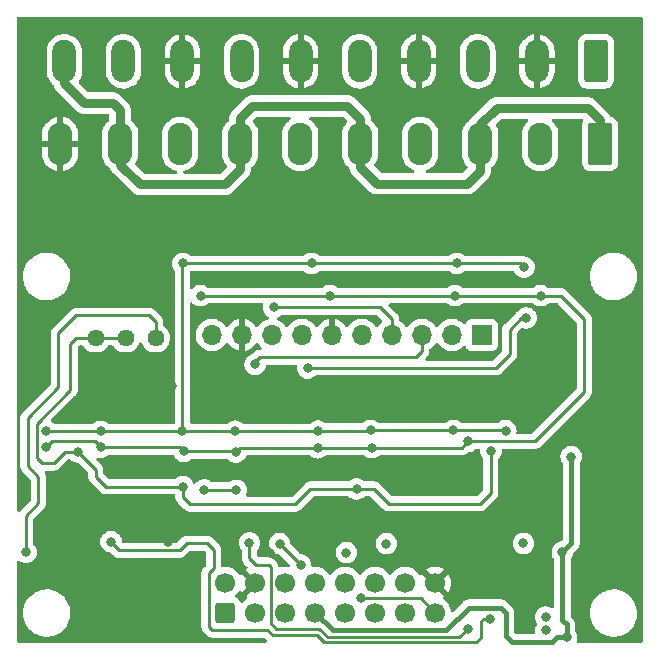
<source format=gbr>
%TF.GenerationSoftware,KiCad,Pcbnew,6.0.11+dfsg-1~bpo11+1*%
%TF.CreationDate,2023-07-05T16:39:37+02:00*%
%TF.ProjectId,ain4rib21,61696e34-7269-4623-9231-2e6b69636164,1.1*%
%TF.SameCoordinates,Original*%
%TF.FileFunction,Copper,L4,Bot*%
%TF.FilePolarity,Positive*%
%FSLAX46Y46*%
G04 Gerber Fmt 4.6, Leading zero omitted, Abs format (unit mm)*
G04 Created by KiCad (PCBNEW 6.0.11+dfsg-1~bpo11+1) date 2023-07-05 16:39:37*
%MOMM*%
%LPD*%
G01*
G04 APERTURE LIST*
G04 Aperture macros list*
%AMRoundRect*
0 Rectangle with rounded corners*
0 $1 Rounding radius*
0 $2 $3 $4 $5 $6 $7 $8 $9 X,Y pos of 4 corners*
0 Add a 4 corners polygon primitive as box body*
4,1,4,$2,$3,$4,$5,$6,$7,$8,$9,$2,$3,0*
0 Add four circle primitives for the rounded corners*
1,1,$1+$1,$2,$3*
1,1,$1+$1,$4,$5*
1,1,$1+$1,$6,$7*
1,1,$1+$1,$8,$9*
0 Add four rect primitives between the rounded corners*
20,1,$1+$1,$2,$3,$4,$5,0*
20,1,$1+$1,$4,$5,$6,$7,0*
20,1,$1+$1,$6,$7,$8,$9,0*
20,1,$1+$1,$8,$9,$2,$3,0*%
G04 Aperture macros list end*
%TA.AperFunction,ComponentPad*%
%ADD10R,1.700000X1.700000*%
%TD*%
%TA.AperFunction,ComponentPad*%
%ADD11O,1.700000X1.700000*%
%TD*%
%TA.AperFunction,ComponentPad*%
%ADD12RoundRect,0.250000X0.600000X-0.600000X0.600000X0.600000X-0.600000X0.600000X-0.600000X-0.600000X0*%
%TD*%
%TA.AperFunction,ComponentPad*%
%ADD13C,1.700000*%
%TD*%
%TA.AperFunction,ComponentPad*%
%ADD14C,1.440000*%
%TD*%
%TA.AperFunction,ComponentPad*%
%ADD15RoundRect,0.250000X0.750000X1.550000X-0.750000X1.550000X-0.750000X-1.550000X0.750000X-1.550000X0*%
%TD*%
%TA.AperFunction,ComponentPad*%
%ADD16O,2.000000X3.600000*%
%TD*%
%TA.AperFunction,ComponentPad*%
%ADD17RoundRect,0.249999X0.790001X1.550001X-0.790001X1.550001X-0.790001X-1.550001X0.790001X-1.550001X0*%
%TD*%
%TA.AperFunction,ComponentPad*%
%ADD18O,2.080000X3.600000*%
%TD*%
%TA.AperFunction,ViaPad*%
%ADD19C,0.800000*%
%TD*%
%TA.AperFunction,Conductor*%
%ADD20C,0.250000*%
%TD*%
%TA.AperFunction,Conductor*%
%ADD21C,0.400000*%
%TD*%
%TA.AperFunction,Conductor*%
%ADD22C,0.800000*%
%TD*%
G04 APERTURE END LIST*
D10*
%TO.P,J1,1,Pin_1*%
%TO.N,/A4O*%
X167840000Y-93450000D03*
D11*
%TO.P,J1,2,Pin_2*%
%TO.N,/A3O*%
X165300000Y-93450000D03*
%TO.P,J1,3,Pin_3*%
%TO.N,/A2O*%
X162760000Y-93450000D03*
%TO.P,J1,4,Pin_4*%
%TO.N,/A1O*%
X160220000Y-93450000D03*
%TO.P,J1,5,Pin_5*%
%TO.N,unconnected-(J1-Pad5)*%
X157680000Y-93450000D03*
%TO.P,J1,6,Pin_6*%
%TO.N,GNDD*%
X155140000Y-93450000D03*
%TO.P,J1,7,Pin_7*%
%TO.N,/SDA*%
X152600000Y-93450000D03*
%TO.P,J1,8,Pin_8*%
%TO.N,/SCL*%
X150060000Y-93450000D03*
%TO.P,J1,9,Pin_9*%
%TO.N,GNDD*%
X147520000Y-93450000D03*
%TO.P,J1,10,Pin_10*%
%TO.N,+5V*%
X144980000Y-93450000D03*
%TD*%
D12*
%TO.P,J2,1,Pin_1*%
%TO.N,+VSW*%
X146110000Y-116972500D03*
D13*
%TO.P,J2,2,Pin_2*%
X146110000Y-114432500D03*
%TO.P,J2,3,Pin_3*%
%TO.N,Earth*%
X148650000Y-116972500D03*
%TO.P,J2,4,Pin_4*%
%TO.N,GNDD*%
X148650000Y-114432500D03*
%TO.P,J2,5,Pin_5*%
%TO.N,+12V*%
X151190000Y-116972500D03*
%TO.P,J2,6,Pin_6*%
%TO.N,-12V*%
X151190000Y-114432500D03*
%TO.P,J2,7,Pin_7*%
%TO.N,+5V*%
X153730000Y-116972500D03*
%TO.P,J2,8,Pin_8*%
%TO.N,unconnected-(J2-Pad8)*%
X153730000Y-114432500D03*
%TO.P,J2,9,Pin_9*%
%TO.N,unconnected-(J2-Pad9)*%
X156270000Y-116972500D03*
%TO.P,J2,10,Pin_10*%
%TO.N,unconnected-(J2-Pad10)*%
X156270000Y-114432500D03*
%TO.P,J2,11,Pin_11*%
%TO.N,unconnected-(J2-Pad11)*%
X158810000Y-116972500D03*
%TO.P,J2,12,Pin_12*%
%TO.N,unconnected-(J2-Pad12)*%
X158810000Y-114432500D03*
%TO.P,J2,13,Pin_13*%
%TO.N,unconnected-(J2-Pad13)*%
X161350000Y-116972500D03*
%TO.P,J2,14,Pin_14*%
%TO.N,/SDA*%
X161350000Y-114432500D03*
%TO.P,J2,15,Pin_15*%
%TO.N,/SCL*%
X163890000Y-116972500D03*
%TO.P,J2,16,Pin_16*%
%TO.N,GNDD*%
X163890000Y-114432500D03*
%TD*%
D14*
%TO.P,RV4,1,1*%
%TO.N,/VREF*%
X135150000Y-93700000D03*
%TO.P,RV4,2,2*%
X137690000Y-93700000D03*
%TO.P,RV4,3,3*%
%TO.N,Net-(R12-Pad2)*%
X140230000Y-93700000D03*
%TD*%
D15*
%TO.P,J3,1,Pin_1*%
%TO.N,Earth*%
X177500000Y-70277500D03*
D16*
%TO.P,J3,2,Pin_2*%
%TO.N,GNDD*%
X172500000Y-70277500D03*
%TO.P,J3,3,Pin_3*%
%TO.N,/A4*%
X167500000Y-70277500D03*
%TO.P,J3,4,Pin_4*%
%TO.N,GNDD*%
X162500000Y-70277500D03*
%TO.P,J3,5,Pin_5*%
%TO.N,/A3*%
X157500000Y-70277500D03*
%TO.P,J3,6,Pin_6*%
%TO.N,GNDD*%
X152500000Y-70277500D03*
%TO.P,J3,7,Pin_7*%
%TO.N,/A2*%
X147500000Y-70277500D03*
%TO.P,J3,8,Pin_8*%
%TO.N,GNDD*%
X142500000Y-70277500D03*
%TO.P,J3,9,Pin_9*%
%TO.N,/A1*%
X137500000Y-70277500D03*
%TO.P,J3,10,Pin_10*%
%TO.N,+VSW*%
X132500000Y-70277500D03*
%TD*%
D17*
%TO.P,J4,1,Pin_1*%
%TO.N,+VSW*%
X177860000Y-77277500D03*
D18*
%TO.P,J4,2,Pin_2*%
%TO.N,Earth*%
X172780000Y-77277500D03*
%TO.P,J4,3,Pin_3*%
%TO.N,+VSW*%
X167700000Y-77277500D03*
%TO.P,J4,4,Pin_4*%
%TO.N,Earth*%
X162620000Y-77277500D03*
%TO.P,J4,5,Pin_5*%
%TO.N,+VSW*%
X157540000Y-77277500D03*
%TO.P,J4,6,Pin_6*%
%TO.N,Earth*%
X152460000Y-77277500D03*
%TO.P,J4,7,Pin_7*%
%TO.N,+VSW*%
X147380000Y-77277500D03*
%TO.P,J4,8,Pin_8*%
%TO.N,Earth*%
X142300000Y-77277500D03*
%TO.P,J4,9,Pin_9*%
%TO.N,+VSW*%
X137220000Y-77277500D03*
%TO.P,J4,10,Pin_10*%
%TO.N,GNDD*%
X132140000Y-77277500D03*
%TD*%
D19*
%TO.N,+12V*%
X142550000Y-87380000D03*
X171420000Y-87710000D03*
X135580000Y-101610000D03*
X165430000Y-101540000D03*
X165730000Y-87390000D03*
X146960000Y-101590000D03*
X158430000Y-101540000D03*
X153430000Y-87380000D03*
X153985500Y-101580000D03*
X142495500Y-101598469D03*
X130970000Y-101590000D03*
X169870000Y-101560000D03*
%TO.N,GNDD*%
X141250000Y-110975500D03*
X164570000Y-97630000D03*
X128880000Y-106780000D03*
X130030000Y-97680000D03*
X153130000Y-97740000D03*
X149870000Y-111930000D03*
X169440000Y-111360000D03*
X163560000Y-111370000D03*
X166050000Y-114410000D03*
X151820000Y-106320000D03*
X157780000Y-111260000D03*
X175375000Y-97050000D03*
X141620000Y-97760000D03*
X163400000Y-106420000D03*
X134450000Y-111000000D03*
%TO.N,-12V*%
X158510000Y-103000000D03*
X130957701Y-102957701D03*
X172830000Y-90130000D03*
X135570000Y-102950000D03*
X147020000Y-103374500D03*
X142620000Y-103300000D03*
X166700000Y-102460000D03*
X154970000Y-90130000D03*
X153959575Y-103004075D03*
X165570000Y-90130000D03*
X144030000Y-90130000D03*
%TO.N,+5V*%
X174660000Y-111840000D03*
X175410000Y-103760000D03*
X175020000Y-119050000D03*
%TO.N,/A4O*%
X171370000Y-111090000D03*
X173250000Y-117340000D03*
%TO.N,/A3O*%
X159760000Y-111110000D03*
X173280000Y-118470000D03*
%TO.N,/A2O*%
X148650000Y-95950000D03*
X166670000Y-118305500D03*
X148170000Y-111050000D03*
%TO.N,/A1O*%
X150225000Y-91125000D03*
X136450000Y-110950000D03*
X168520000Y-117490000D03*
%TO.N,/SDA*%
X156375000Y-111875000D03*
%TO.N,/SCL*%
X157620000Y-115690000D03*
X150725000Y-111125000D03*
X152500000Y-112925000D03*
%TO.N,/VREF*%
X133650000Y-103350000D03*
X157240000Y-106490000D03*
X168620000Y-103240000D03*
X142540000Y-106300000D03*
%TO.N,Net-(R10-Pad2)*%
X153100000Y-96250000D03*
X171600000Y-92000000D03*
%TO.N,Net-(R12-Pad2)*%
X129250000Y-111850000D03*
%TO.N,Net-(R19-Pad2)*%
X147060000Y-106600000D03*
X144340000Y-106560000D03*
%TD*%
D20*
%TO.N,+12V*%
X142495500Y-101598469D02*
X142490000Y-101592969D01*
X169850000Y-101540000D02*
X169870000Y-101560000D01*
X135560000Y-101590000D02*
X135580000Y-101610000D01*
X135580000Y-101610000D02*
X142483969Y-101610000D01*
X165430000Y-101540000D02*
X169850000Y-101540000D01*
X142483969Y-101610000D02*
X142495500Y-101598469D01*
X158430000Y-101540000D02*
X165430000Y-101540000D01*
X153430000Y-87380000D02*
X164260000Y-87380000D01*
X165730000Y-87390000D02*
X171100000Y-87390000D01*
X142550000Y-87380000D02*
X153430000Y-87380000D01*
X164270000Y-87390000D02*
X165730000Y-87390000D01*
X142490000Y-101592969D02*
X142490000Y-87440000D01*
X142503969Y-101590000D02*
X146960000Y-101590000D01*
X142490000Y-87440000D02*
X142550000Y-87380000D01*
X164260000Y-87380000D02*
X164270000Y-87390000D01*
X130970000Y-101590000D02*
X135560000Y-101590000D01*
X153985500Y-101580000D02*
X158390000Y-101580000D01*
X142495500Y-101598469D02*
X142503969Y-101590000D01*
X146960000Y-101590000D02*
X153975500Y-101590000D01*
X158390000Y-101580000D02*
X158430000Y-101540000D01*
X153975500Y-101590000D02*
X153985500Y-101580000D01*
X171100000Y-87390000D02*
X171420000Y-87710000D01*
%TO.N,-12V*%
X158510000Y-103000000D02*
X166160000Y-103000000D01*
X144030000Y-90130000D02*
X154970000Y-90130000D01*
X142620000Y-103300000D02*
X146945500Y-103300000D01*
X166160000Y-103000000D02*
X166700000Y-102460000D01*
X130957701Y-102957701D02*
X130957701Y-102942299D01*
X135570000Y-102950000D02*
X142270000Y-102950000D01*
X173280000Y-90130000D02*
X172830000Y-90130000D01*
X173280000Y-90130000D02*
X174530000Y-90130000D01*
X154970000Y-90130000D02*
X165570000Y-90130000D01*
X130957701Y-102942299D02*
X131450000Y-102450000D01*
X158505925Y-103004075D02*
X158510000Y-103000000D01*
X176520000Y-98290000D02*
X176520000Y-92120000D01*
X147390425Y-103004075D02*
X147020000Y-103374500D01*
X174530000Y-90130000D02*
X176520000Y-92120000D01*
X172830000Y-90130000D02*
X165570000Y-90130000D01*
X166700000Y-102460000D02*
X172350000Y-102460000D01*
X172350000Y-102460000D02*
X176520000Y-98290000D01*
X146945500Y-103300000D02*
X147020000Y-103374500D01*
X142270000Y-102950000D02*
X142620000Y-103300000D01*
X153959575Y-103004075D02*
X147390425Y-103004075D01*
X135070000Y-102450000D02*
X135570000Y-102950000D01*
X153959575Y-103004075D02*
X158505925Y-103004075D01*
X131450000Y-102450000D02*
X135070000Y-102450000D01*
D21*
%TO.N,+5V*%
X175410000Y-108260000D02*
X175410000Y-111090000D01*
X174660000Y-111840000D02*
X174660000Y-117580000D01*
X164840000Y-118460000D02*
X166750000Y-116550000D01*
X169870000Y-118940000D02*
X170370000Y-119440000D01*
X170370000Y-119440000D02*
X173830000Y-119440000D01*
X166750000Y-116550000D02*
X169450000Y-116550000D01*
X174220000Y-119050000D02*
X175020000Y-119050000D01*
X155217500Y-118460000D02*
X164840000Y-118460000D01*
X169450000Y-116550000D02*
X169870000Y-116970000D01*
X169870000Y-116970000D02*
X169870000Y-118940000D01*
X174660000Y-117580000D02*
X175020000Y-117940000D01*
X175410000Y-103760000D02*
X175410000Y-108260000D01*
X153730000Y-116972500D02*
X155217500Y-118460000D01*
X175020000Y-117940000D02*
X175020000Y-119050000D01*
X175410000Y-111090000D02*
X174660000Y-111840000D01*
X173830000Y-119440000D02*
X174220000Y-119050000D01*
D20*
%TO.N,/A2O*%
X162760000Y-93450000D02*
X162760000Y-94840000D01*
X149790000Y-112920000D02*
X149990000Y-113120000D01*
X149990000Y-117880000D02*
X150430000Y-118320000D01*
X149990000Y-113120000D02*
X149990000Y-117880000D01*
X165945500Y-119030000D02*
X166670000Y-118305500D01*
X162760000Y-94840000D02*
X162275000Y-95325000D01*
X148170000Y-111050000D02*
X148170000Y-112370000D01*
X154090000Y-118320000D02*
X154800000Y-119030000D01*
X148650000Y-95700000D02*
X148650000Y-95950000D01*
X148170000Y-112370000D02*
X148720000Y-112920000D01*
X153200000Y-95325000D02*
X149025000Y-95325000D01*
X149025000Y-95325000D02*
X148650000Y-95700000D01*
X148720000Y-112920000D02*
X149790000Y-112920000D01*
X154800000Y-119030000D02*
X164850000Y-119030000D01*
X164850000Y-119030000D02*
X165945500Y-119030000D01*
X162275000Y-95325000D02*
X153200000Y-95325000D01*
X150430000Y-118320000D02*
X154090000Y-118320000D01*
%TO.N,/A1O*%
X137150000Y-111700000D02*
X142250000Y-111700000D01*
X150225000Y-91125000D02*
X159225000Y-91125000D01*
X136450000Y-111000000D02*
X137150000Y-111700000D01*
X167770000Y-119090000D02*
X167770000Y-117710000D01*
X142850000Y-111100000D02*
X144600000Y-111100000D01*
X144735000Y-118145000D02*
X145035000Y-118445000D01*
X144735000Y-113615000D02*
X144735000Y-118145000D01*
X145035000Y-118445000D02*
X149685000Y-118445000D01*
X150130000Y-118890000D02*
X153930000Y-118890000D01*
X159225000Y-91125000D02*
X160220000Y-92120000D01*
X167770000Y-117710000D02*
X167990000Y-117490000D01*
X149685000Y-118445000D02*
X150130000Y-118890000D01*
X144600000Y-111100000D02*
X145150000Y-111650000D01*
X145150000Y-111650000D02*
X145150000Y-113200000D01*
X153930000Y-118890000D02*
X154520000Y-119480000D01*
X142250000Y-111700000D02*
X142850000Y-111100000D01*
X167990000Y-117490000D02*
X168520000Y-117490000D01*
X154520000Y-119480000D02*
X167380000Y-119480000D01*
X160220000Y-92120000D02*
X160220000Y-93450000D01*
X145150000Y-113200000D02*
X144735000Y-113615000D01*
X167380000Y-119480000D02*
X167770000Y-119090000D01*
X136450000Y-110950000D02*
X136450000Y-111000000D01*
%TO.N,/SCL*%
X152500000Y-112900000D02*
X150725000Y-111125000D01*
X163890000Y-116972500D02*
X162667500Y-115750000D01*
X162607500Y-115690000D02*
X157620000Y-115690000D01*
X152500000Y-112925000D02*
X152500000Y-112900000D01*
X162667500Y-115750000D02*
X162607500Y-115690000D01*
D22*
%TO.N,+VSW*%
X147380000Y-79400000D02*
X147380000Y-77277500D01*
X137220000Y-79020000D02*
X138910000Y-80710000D01*
X147380000Y-77277500D02*
X147380000Y-75100000D01*
X137220000Y-77277500D02*
X137220000Y-79020000D01*
X157540000Y-79230000D02*
X158940000Y-80630000D01*
X157540000Y-75150000D02*
X157540000Y-77277500D01*
X167700000Y-79550000D02*
X167700000Y-77277500D01*
X132500000Y-70277500D02*
X132500000Y-72150000D01*
X157540000Y-77277500D02*
X157540000Y-79230000D01*
X146070000Y-80710000D02*
X147380000Y-79400000D01*
X156460000Y-74070000D02*
X157540000Y-75150000D01*
X148410000Y-74070000D02*
X156460000Y-74070000D01*
X167700000Y-75630000D02*
X169100000Y-74230000D01*
X138910000Y-80710000D02*
X146070000Y-80710000D01*
X166620000Y-80630000D02*
X167700000Y-79550000D01*
X167700000Y-77277500D02*
X167700000Y-75630000D01*
X136610000Y-73810000D02*
X137220000Y-74420000D01*
X137220000Y-74420000D02*
X137220000Y-77277500D01*
X158940000Y-80630000D02*
X166620000Y-80630000D01*
X147380000Y-75100000D02*
X148410000Y-74070000D01*
X134160000Y-73810000D02*
X136610000Y-73810000D01*
X176830000Y-74230000D02*
X177860000Y-75260000D01*
X177860000Y-75260000D02*
X177860000Y-77277500D01*
X169100000Y-74230000D02*
X176830000Y-74230000D01*
X132500000Y-72150000D02*
X134160000Y-73810000D01*
D20*
%TO.N,/VREF*%
X167680000Y-107760000D02*
X168620000Y-106820000D01*
X153340000Y-106490000D02*
X152815000Y-107015000D01*
X133000000Y-94200000D02*
X133500000Y-93700000D01*
X130150000Y-100950000D02*
X133000000Y-98100000D01*
X142540000Y-106300000D02*
X136000000Y-106300000D01*
X132550000Y-103350000D02*
X131600000Y-104300000D01*
X130150000Y-103850000D02*
X130150000Y-100950000D01*
X157240000Y-106490000D02*
X158730000Y-106490000D01*
X168620000Y-106820000D02*
X168620000Y-103240000D01*
X157240000Y-106490000D02*
X153340000Y-106490000D01*
X135150000Y-104850000D02*
X135150000Y-105450000D01*
X133650000Y-103350000D02*
X135150000Y-104850000D01*
X133500000Y-93700000D02*
X135150000Y-93700000D01*
X160000000Y-107760000D02*
X167680000Y-107760000D01*
X158730000Y-106490000D02*
X160000000Y-107760000D01*
X131600000Y-104300000D02*
X130600000Y-104300000D01*
X137690000Y-93700000D02*
X135150000Y-93700000D01*
X142540000Y-106300000D02*
X142540000Y-107190000D01*
X130600000Y-104300000D02*
X130150000Y-103850000D01*
X142540000Y-107190000D02*
X142870000Y-107520000D01*
X142870000Y-107520000D02*
X143125000Y-107775000D01*
X152055000Y-107775000D02*
X152815000Y-107015000D01*
X135150000Y-105450000D02*
X135810000Y-106110000D01*
X143125000Y-107775000D02*
X152055000Y-107775000D01*
X136000000Y-106300000D02*
X135810000Y-106110000D01*
X133650000Y-103350000D02*
X132550000Y-103350000D01*
X133000000Y-98100000D02*
X133000000Y-94200000D01*
%TO.N,Net-(R10-Pad2)*%
X170200000Y-95100000D02*
X169050000Y-96250000D01*
X153100000Y-96250000D02*
X169050000Y-96250000D01*
X171200000Y-92000000D02*
X170200000Y-93000000D01*
X171600000Y-92000000D02*
X171200000Y-92000000D01*
X170200000Y-93000000D02*
X170200000Y-95100000D01*
%TO.N,Net-(R12-Pad2)*%
X129250000Y-108750000D02*
X130300000Y-107700000D01*
X140230000Y-92330000D02*
X140230000Y-93700000D01*
X130300000Y-107700000D02*
X130300000Y-105450000D01*
X129250000Y-111850000D02*
X129250000Y-108750000D01*
X129400000Y-104550000D02*
X129400000Y-100500000D01*
X132000000Y-97900000D02*
X132000000Y-93300000D01*
X129400000Y-100500000D02*
X132000000Y-97900000D01*
X130300000Y-105450000D02*
X129400000Y-104550000D01*
X139700000Y-91800000D02*
X140230000Y-92330000D01*
X132000000Y-93300000D02*
X133500000Y-91800000D01*
X133500000Y-91800000D02*
X139700000Y-91800000D01*
%TO.N,Net-(R19-Pad2)*%
X144340000Y-106560000D02*
X147020000Y-106560000D01*
X147020000Y-106560000D02*
X147060000Y-106600000D01*
%TD*%
%TA.AperFunction,Conductor*%
%TO.N,GNDD*%
G36*
X181433621Y-66528502D02*
G01*
X181480114Y-66582158D01*
X181491500Y-66634500D01*
X181491500Y-119365500D01*
X181471498Y-119433621D01*
X181417842Y-119480114D01*
X181365500Y-119491500D01*
X176005225Y-119491500D01*
X175937104Y-119471498D01*
X175890611Y-119417842D01*
X175880507Y-119347568D01*
X175885392Y-119326564D01*
X175895939Y-119294105D01*
X175913542Y-119239928D01*
X175915783Y-119218611D01*
X175932814Y-119056565D01*
X175933504Y-119050000D01*
X175929528Y-119012174D01*
X175914232Y-118866635D01*
X175914232Y-118866633D01*
X175913542Y-118860072D01*
X175854527Y-118678444D01*
X175836102Y-118646530D01*
X175762342Y-118518775D01*
X175762341Y-118518774D01*
X175759040Y-118513056D01*
X175754621Y-118508148D01*
X175752564Y-118505317D01*
X175728705Y-118438449D01*
X175728500Y-118431256D01*
X175728500Y-117968927D01*
X175728792Y-117960358D01*
X175732210Y-117910225D01*
X175732210Y-117910221D01*
X175732726Y-117902648D01*
X175721736Y-117839681D01*
X175720775Y-117833165D01*
X175714822Y-117783975D01*
X175713102Y-117769758D01*
X175710419Y-117762657D01*
X175709778Y-117760048D01*
X175705309Y-117743715D01*
X175704548Y-117741195D01*
X175703243Y-117733717D01*
X175696351Y-117718016D01*
X175677559Y-117675204D01*
X175675068Y-117669099D01*
X175655175Y-117616456D01*
X175655173Y-117616452D01*
X175652487Y-117609344D01*
X175648184Y-117603083D01*
X175646947Y-117600717D01*
X175638720Y-117585937D01*
X175637369Y-117583652D01*
X175634315Y-117576695D01*
X175629695Y-117570675D01*
X175629692Y-117570669D01*
X175599907Y-117531855D01*
X175595413Y-117525998D01*
X175591541Y-117520668D01*
X175559661Y-117474280D01*
X175559656Y-117474275D01*
X175555357Y-117468019D01*
X175508829Y-117426564D01*
X175503554Y-117421584D01*
X175405405Y-117323435D01*
X175371379Y-117261123D01*
X175368500Y-117234340D01*
X175368500Y-116978918D01*
X176986917Y-116978918D01*
X176987334Y-116986156D01*
X177002682Y-117252320D01*
X177055405Y-117521053D01*
X177056792Y-117525103D01*
X177056793Y-117525108D01*
X177140556Y-117769758D01*
X177144112Y-117780144D01*
X177173238Y-117838054D01*
X177242837Y-117976437D01*
X177267160Y-118024799D01*
X177269586Y-118028328D01*
X177269589Y-118028334D01*
X177419843Y-118246953D01*
X177422274Y-118250490D01*
X177425161Y-118253663D01*
X177425162Y-118253664D01*
X177599487Y-118445246D01*
X177606582Y-118453043D01*
X177816675Y-118628707D01*
X177820316Y-118630991D01*
X178045024Y-118771951D01*
X178045028Y-118771953D01*
X178048664Y-118774234D01*
X178116544Y-118804883D01*
X178294345Y-118885164D01*
X178294349Y-118885166D01*
X178298257Y-118886930D01*
X178302377Y-118888150D01*
X178302376Y-118888150D01*
X178556723Y-118963491D01*
X178556727Y-118963492D01*
X178560836Y-118964709D01*
X178565070Y-118965357D01*
X178565075Y-118965358D01*
X178827298Y-119005483D01*
X178827300Y-119005483D01*
X178831540Y-119006132D01*
X178970912Y-119008322D01*
X179101071Y-119010367D01*
X179101077Y-119010367D01*
X179105362Y-119010434D01*
X179377235Y-118977534D01*
X179642127Y-118908041D01*
X179646087Y-118906401D01*
X179646092Y-118906399D01*
X179813012Y-118837258D01*
X179895136Y-118803241D01*
X180131582Y-118665073D01*
X180347089Y-118496094D01*
X180388809Y-118453043D01*
X180500482Y-118337805D01*
X180537669Y-118299431D01*
X180540202Y-118295983D01*
X180540206Y-118295978D01*
X180697257Y-118082178D01*
X180699795Y-118078723D01*
X180727154Y-118028334D01*
X180828418Y-117841830D01*
X180828419Y-117841828D01*
X180830468Y-117838054D01*
X180922734Y-117593879D01*
X180925751Y-117585895D01*
X180925752Y-117585891D01*
X180927269Y-117581877D01*
X180972369Y-117384959D01*
X180987449Y-117319117D01*
X180987450Y-117319113D01*
X180988407Y-117314933D01*
X180992500Y-117269080D01*
X181012531Y-117044627D01*
X181012531Y-117044625D01*
X181012751Y-117042161D01*
X181013193Y-117000000D01*
X181002763Y-116846997D01*
X180994859Y-116731055D01*
X180994858Y-116731049D01*
X180994567Y-116726778D01*
X180939032Y-116458612D01*
X180847617Y-116200465D01*
X180722013Y-115957112D01*
X180712040Y-115942921D01*
X180596761Y-115778896D01*
X180564545Y-115733057D01*
X180433191Y-115591703D01*
X180381046Y-115535588D01*
X180381043Y-115535585D01*
X180378125Y-115532445D01*
X180374810Y-115529731D01*
X180374806Y-115529728D01*
X180224175Y-115406438D01*
X180166205Y-115358990D01*
X179932704Y-115215901D01*
X179928066Y-115213865D01*
X179685873Y-115107549D01*
X179685869Y-115107548D01*
X179681945Y-115105825D01*
X179418566Y-115030800D01*
X179414324Y-115030196D01*
X179414318Y-115030195D01*
X179213834Y-115001662D01*
X179147443Y-114992213D01*
X179003589Y-114991460D01*
X178877877Y-114990802D01*
X178877871Y-114990802D01*
X178873591Y-114990780D01*
X178869347Y-114991339D01*
X178869343Y-114991339D01*
X178750302Y-115007011D01*
X178602078Y-115026525D01*
X178597938Y-115027658D01*
X178597936Y-115027658D01*
X178526810Y-115047116D01*
X178337928Y-115098788D01*
X178333980Y-115100472D01*
X178089982Y-115204546D01*
X178089978Y-115204548D01*
X178086030Y-115206232D01*
X178066125Y-115218145D01*
X177854725Y-115344664D01*
X177854721Y-115344667D01*
X177851043Y-115346868D01*
X177637318Y-115518094D01*
X177544984Y-115615394D01*
X177479663Y-115684228D01*
X177448808Y-115716742D01*
X177289002Y-115939136D01*
X177160857Y-116181161D01*
X177159385Y-116185184D01*
X177159383Y-116185188D01*
X177105258Y-116333090D01*
X177066743Y-116438337D01*
X177008404Y-116705907D01*
X177008068Y-116710177D01*
X176995514Y-116869692D01*
X176986917Y-116978918D01*
X175368500Y-116978918D01*
X175368500Y-112458744D01*
X175388502Y-112390623D01*
X175392564Y-112384683D01*
X175394621Y-112381852D01*
X175399040Y-112376944D01*
X175414327Y-112350467D01*
X175491223Y-112217279D01*
X175491224Y-112217278D01*
X175494527Y-112211556D01*
X175545264Y-112055405D01*
X175551502Y-112036207D01*
X175551502Y-112036205D01*
X175553542Y-112029928D01*
X175558450Y-111983231D01*
X175585463Y-111917574D01*
X175594665Y-111907306D01*
X175890528Y-111611443D01*
X175896793Y-111605589D01*
X175934664Y-111572552D01*
X175934665Y-111572551D01*
X175940385Y-111567561D01*
X175977136Y-111515271D01*
X175981028Y-111510029D01*
X176020476Y-111459718D01*
X176023600Y-111452799D01*
X176024988Y-111450507D01*
X176033357Y-111435835D01*
X176034622Y-111433475D01*
X176038990Y-111427261D01*
X176048055Y-111404012D01*
X176062202Y-111367725D01*
X176064759Y-111361642D01*
X176064954Y-111361212D01*
X176091045Y-111303427D01*
X176092430Y-111295954D01*
X176093234Y-111293388D01*
X176097855Y-111277165D01*
X176098520Y-111274573D01*
X176101282Y-111267491D01*
X176109622Y-111204139D01*
X176110654Y-111197623D01*
X176120911Y-111142281D01*
X176122295Y-111134814D01*
X176120305Y-111100291D01*
X176118709Y-111072620D01*
X176118500Y-111065367D01*
X176118500Y-104378744D01*
X176138502Y-104310623D01*
X176142564Y-104304683D01*
X176144621Y-104301852D01*
X176149040Y-104296944D01*
X176200103Y-104208500D01*
X176241223Y-104137279D01*
X176241224Y-104137278D01*
X176244527Y-104131556D01*
X176303542Y-103949928D01*
X176308041Y-103907128D01*
X176322814Y-103766565D01*
X176323504Y-103760000D01*
X176312695Y-103657158D01*
X176304232Y-103576635D01*
X176304232Y-103576633D01*
X176303542Y-103570072D01*
X176244527Y-103388444D01*
X176234675Y-103371379D01*
X176166792Y-103253803D01*
X176149040Y-103223056D01*
X176032388Y-103093500D01*
X176025675Y-103086045D01*
X176025674Y-103086044D01*
X176021253Y-103081134D01*
X175866752Y-102968882D01*
X175860724Y-102966198D01*
X175860722Y-102966197D01*
X175698319Y-102893891D01*
X175698318Y-102893891D01*
X175692288Y-102891206D01*
X175598888Y-102871353D01*
X175511944Y-102852872D01*
X175511939Y-102852872D01*
X175505487Y-102851500D01*
X175314513Y-102851500D01*
X175308061Y-102852872D01*
X175308056Y-102852872D01*
X175221113Y-102871353D01*
X175127712Y-102891206D01*
X175121682Y-102893891D01*
X175121681Y-102893891D01*
X174959278Y-102966197D01*
X174959276Y-102966198D01*
X174953248Y-102968882D01*
X174798747Y-103081134D01*
X174794326Y-103086044D01*
X174794325Y-103086045D01*
X174787613Y-103093500D01*
X174670960Y-103223056D01*
X174653208Y-103253803D01*
X174585326Y-103371379D01*
X174575473Y-103388444D01*
X174516458Y-103570072D01*
X174515768Y-103576633D01*
X174515768Y-103576635D01*
X174507305Y-103657158D01*
X174496496Y-103760000D01*
X174497186Y-103766565D01*
X174511960Y-103907128D01*
X174516458Y-103949928D01*
X174575473Y-104131556D01*
X174578776Y-104137278D01*
X174578777Y-104137279D01*
X174619897Y-104208500D01*
X174670960Y-104296944D01*
X174675379Y-104301852D01*
X174677436Y-104304683D01*
X174701295Y-104371551D01*
X174701500Y-104378744D01*
X174701500Y-110744340D01*
X174681498Y-110812461D01*
X174664595Y-110833435D01*
X174593467Y-110904563D01*
X174530569Y-110938715D01*
X174377712Y-110971206D01*
X174371682Y-110973891D01*
X174371681Y-110973891D01*
X174209278Y-111046197D01*
X174209276Y-111046198D01*
X174203248Y-111048882D01*
X174197907Y-111052762D01*
X174197906Y-111052763D01*
X174158770Y-111081197D01*
X174048747Y-111161134D01*
X174044326Y-111166044D01*
X174044325Y-111166045D01*
X173941785Y-111279928D01*
X173920960Y-111303056D01*
X173887384Y-111361212D01*
X173839256Y-111444572D01*
X173825473Y-111468444D01*
X173766458Y-111650072D01*
X173765768Y-111656633D01*
X173765768Y-111656635D01*
X173753972Y-111768866D01*
X173746496Y-111840000D01*
X173747186Y-111846565D01*
X173765113Y-112017128D01*
X173766458Y-112029928D01*
X173825473Y-112211556D01*
X173828776Y-112217278D01*
X173828777Y-112217279D01*
X173905673Y-112350467D01*
X173920960Y-112376944D01*
X173925379Y-112381852D01*
X173927436Y-112384683D01*
X173951295Y-112451551D01*
X173951500Y-112458744D01*
X173951500Y-116479413D01*
X173931498Y-116547534D01*
X173877842Y-116594027D01*
X173807568Y-116604131D01*
X173751439Y-116581349D01*
X173712094Y-116552763D01*
X173712093Y-116552762D01*
X173706752Y-116548882D01*
X173700724Y-116546198D01*
X173700722Y-116546197D01*
X173538319Y-116473891D01*
X173538318Y-116473891D01*
X173532288Y-116471206D01*
X173438695Y-116451312D01*
X173351944Y-116432872D01*
X173351939Y-116432872D01*
X173345487Y-116431500D01*
X173154513Y-116431500D01*
X173148061Y-116432872D01*
X173148056Y-116432872D01*
X173061305Y-116451312D01*
X172967712Y-116471206D01*
X172961682Y-116473891D01*
X172961681Y-116473891D01*
X172799278Y-116546197D01*
X172799276Y-116546198D01*
X172793248Y-116548882D01*
X172787907Y-116552762D01*
X172787906Y-116552763D01*
X172748561Y-116581349D01*
X172638747Y-116661134D01*
X172634326Y-116666044D01*
X172634325Y-116666045D01*
X172529733Y-116782207D01*
X172510960Y-116803056D01*
X172415473Y-116968444D01*
X172356458Y-117150072D01*
X172355768Y-117156633D01*
X172355768Y-117156635D01*
X172345062Y-117258500D01*
X172336496Y-117340000D01*
X172337186Y-117346565D01*
X172350679Y-117474940D01*
X172356458Y-117529928D01*
X172415473Y-117711556D01*
X172418776Y-117717278D01*
X172418777Y-117717279D01*
X172505785Y-117867981D01*
X172522523Y-117936976D01*
X172505785Y-117993981D01*
X172445473Y-118098444D01*
X172386458Y-118280072D01*
X172385768Y-118286633D01*
X172385768Y-118286635D01*
X172379063Y-118350431D01*
X172366496Y-118470000D01*
X172367186Y-118476565D01*
X172379353Y-118592330D01*
X172366581Y-118662168D01*
X172318079Y-118714015D01*
X172254043Y-118731500D01*
X170715660Y-118731500D01*
X170647539Y-118711498D01*
X170626565Y-118694595D01*
X170615405Y-118683435D01*
X170581379Y-118621123D01*
X170578500Y-118594340D01*
X170578500Y-116998927D01*
X170578792Y-116990358D01*
X170582210Y-116940225D01*
X170582210Y-116940221D01*
X170582726Y-116932648D01*
X170571736Y-116869681D01*
X170570775Y-116863165D01*
X170563102Y-116799758D01*
X170560419Y-116792657D01*
X170559778Y-116790048D01*
X170555309Y-116773715D01*
X170554548Y-116771195D01*
X170553243Y-116763717D01*
X170538906Y-116731055D01*
X170527559Y-116705204D01*
X170525068Y-116699099D01*
X170505175Y-116646456D01*
X170505173Y-116646452D01*
X170502487Y-116639344D01*
X170498184Y-116633083D01*
X170496947Y-116630717D01*
X170488720Y-116615937D01*
X170487369Y-116613652D01*
X170484315Y-116606695D01*
X170479695Y-116600675D01*
X170479692Y-116600669D01*
X170445421Y-116556009D01*
X170441541Y-116550668D01*
X170409661Y-116504280D01*
X170409656Y-116504275D01*
X170405357Y-116498019D01*
X170358829Y-116456564D01*
X170353554Y-116451584D01*
X169971450Y-116069480D01*
X169965596Y-116063215D01*
X169952806Y-116048554D01*
X169927561Y-116019615D01*
X169875280Y-115982871D01*
X169869986Y-115978939D01*
X169825693Y-115944209D01*
X169819718Y-115939524D01*
X169812802Y-115936401D01*
X169810516Y-115935017D01*
X169795835Y-115926643D01*
X169793475Y-115925378D01*
X169787261Y-115921010D01*
X169780182Y-115918250D01*
X169780180Y-115918249D01*
X169727725Y-115897798D01*
X169721656Y-115895247D01*
X169663427Y-115868955D01*
X169655960Y-115867571D01*
X169653405Y-115866770D01*
X169637152Y-115862141D01*
X169634572Y-115861478D01*
X169627491Y-115858718D01*
X169619960Y-115857727D01*
X169619958Y-115857726D01*
X169590339Y-115853827D01*
X169564139Y-115850378D01*
X169557641Y-115849348D01*
X169494814Y-115837704D01*
X169487234Y-115838141D01*
X169487233Y-115838141D01*
X169432608Y-115841291D01*
X169425354Y-115841500D01*
X166778927Y-115841500D01*
X166770358Y-115841208D01*
X166720225Y-115837790D01*
X166720221Y-115837790D01*
X166712648Y-115837274D01*
X166649681Y-115848264D01*
X166643169Y-115849224D01*
X166579758Y-115856898D01*
X166572657Y-115859581D01*
X166570048Y-115860222D01*
X166553715Y-115864691D01*
X166551195Y-115865452D01*
X166543717Y-115866757D01*
X166536765Y-115869809D01*
X166536764Y-115869809D01*
X166485204Y-115892441D01*
X166479099Y-115894932D01*
X166426456Y-115914825D01*
X166426452Y-115914827D01*
X166419344Y-115917513D01*
X166413083Y-115921816D01*
X166410717Y-115923053D01*
X166395937Y-115931280D01*
X166393652Y-115932631D01*
X166386695Y-115935685D01*
X166380675Y-115940305D01*
X166380669Y-115940308D01*
X166358771Y-115957112D01*
X166335998Y-115974587D01*
X166330668Y-115978459D01*
X166284280Y-116010339D01*
X166284275Y-116010344D01*
X166278019Y-116014643D01*
X166272968Y-116020313D01*
X166272966Y-116020314D01*
X166236565Y-116061170D01*
X166231584Y-116066446D01*
X165451033Y-116846997D01*
X165388721Y-116881023D01*
X165317906Y-116875958D01*
X165261070Y-116833411D01*
X165236362Y-116768227D01*
X165235798Y-116761364D01*
X165234852Y-116749861D01*
X165180431Y-116533202D01*
X165091354Y-116328340D01*
X164996140Y-116181161D01*
X164972822Y-116145117D01*
X164972820Y-116145114D01*
X164970014Y-116140777D01*
X164819670Y-115975551D01*
X164815619Y-115972352D01*
X164815615Y-115972348D01*
X164648414Y-115840300D01*
X164648410Y-115840298D01*
X164644359Y-115837098D01*
X164602569Y-115814029D01*
X164552598Y-115763597D01*
X164537826Y-115694154D01*
X164562942Y-115627748D01*
X164590293Y-115601142D01*
X164639247Y-115566223D01*
X164647648Y-115555523D01*
X164640660Y-115542370D01*
X163531922Y-114433632D01*
X164254408Y-114433632D01*
X164254539Y-114435465D01*
X164258790Y-114442080D01*
X165000474Y-115183764D01*
X165012484Y-115190323D01*
X165024223Y-115181355D01*
X165055004Y-115138519D01*
X165060315Y-115129680D01*
X165154670Y-114938767D01*
X165158469Y-114929172D01*
X165220376Y-114725415D01*
X165222555Y-114715334D01*
X165250590Y-114502387D01*
X165251109Y-114495712D01*
X165252572Y-114435864D01*
X165252378Y-114429146D01*
X165234781Y-114215104D01*
X165233096Y-114204924D01*
X165181214Y-113998375D01*
X165177894Y-113988624D01*
X165092972Y-113793314D01*
X165088105Y-113784239D01*
X165023063Y-113683697D01*
X165012377Y-113674495D01*
X165002812Y-113678898D01*
X164262022Y-114419688D01*
X164254408Y-114433632D01*
X163531922Y-114433632D01*
X162779849Y-113681559D01*
X162768313Y-113675259D01*
X162756031Y-113684882D01*
X162723499Y-113732572D01*
X162668587Y-113777575D01*
X162598063Y-113785746D01*
X162534316Y-113754492D01*
X162513618Y-113730008D01*
X162432822Y-113605117D01*
X162432820Y-113605114D01*
X162430014Y-113600777D01*
X162279670Y-113435551D01*
X162275619Y-113432352D01*
X162275615Y-113432348D01*
X162119338Y-113308927D01*
X163131223Y-113308927D01*
X163137968Y-113321258D01*
X163877188Y-114060478D01*
X163891132Y-114068092D01*
X163892965Y-114067961D01*
X163899580Y-114063710D01*
X164643389Y-113319901D01*
X164650410Y-113307044D01*
X164643611Y-113297713D01*
X164639554Y-113295018D01*
X164453117Y-113192099D01*
X164443705Y-113187869D01*
X164242959Y-113116780D01*
X164232989Y-113114146D01*
X164023327Y-113076801D01*
X164013073Y-113075831D01*
X163800116Y-113073228D01*
X163789832Y-113073948D01*
X163579321Y-113106161D01*
X163569293Y-113108550D01*
X163366868Y-113174712D01*
X163357359Y-113178709D01*
X163168466Y-113277040D01*
X163159734Y-113282539D01*
X163139677Y-113297599D01*
X163131223Y-113308927D01*
X162119338Y-113308927D01*
X162108414Y-113300300D01*
X162108410Y-113300298D01*
X162104359Y-113297098D01*
X161908789Y-113189138D01*
X161903920Y-113187414D01*
X161903916Y-113187412D01*
X161703087Y-113116295D01*
X161703083Y-113116294D01*
X161698212Y-113114569D01*
X161693119Y-113113662D01*
X161693116Y-113113661D01*
X161483373Y-113076300D01*
X161483367Y-113076299D01*
X161478284Y-113075394D01*
X161404452Y-113074492D01*
X161260081Y-113072728D01*
X161260079Y-113072728D01*
X161254911Y-113072665D01*
X161034091Y-113106455D01*
X160821756Y-113175857D01*
X160789927Y-113192426D01*
X160633316Y-113273953D01*
X160623607Y-113279007D01*
X160619474Y-113282110D01*
X160619471Y-113282112D01*
X160450251Y-113409166D01*
X160444965Y-113413135D01*
X160441393Y-113416873D01*
X160299704Y-113565142D01*
X160290629Y-113574638D01*
X160183201Y-113732121D01*
X160128293Y-113777121D01*
X160057768Y-113785292D01*
X159994021Y-113754038D01*
X159973324Y-113729554D01*
X159892822Y-113605117D01*
X159892820Y-113605114D01*
X159890014Y-113600777D01*
X159739670Y-113435551D01*
X159735619Y-113432352D01*
X159735615Y-113432348D01*
X159568414Y-113300300D01*
X159568410Y-113300298D01*
X159564359Y-113297098D01*
X159368789Y-113189138D01*
X159363920Y-113187414D01*
X159363916Y-113187412D01*
X159163087Y-113116295D01*
X159163083Y-113116294D01*
X159158212Y-113114569D01*
X159153119Y-113113662D01*
X159153116Y-113113661D01*
X158943373Y-113076300D01*
X158943367Y-113076299D01*
X158938284Y-113075394D01*
X158864452Y-113074492D01*
X158720081Y-113072728D01*
X158720079Y-113072728D01*
X158714911Y-113072665D01*
X158494091Y-113106455D01*
X158281756Y-113175857D01*
X158249927Y-113192426D01*
X158093316Y-113273953D01*
X158083607Y-113279007D01*
X158079474Y-113282110D01*
X158079471Y-113282112D01*
X157910251Y-113409166D01*
X157904965Y-113413135D01*
X157901393Y-113416873D01*
X157759704Y-113565142D01*
X157750629Y-113574638D01*
X157643201Y-113732121D01*
X157588293Y-113777121D01*
X157517768Y-113785292D01*
X157454021Y-113754038D01*
X157433324Y-113729554D01*
X157352822Y-113605117D01*
X157352820Y-113605114D01*
X157350014Y-113600777D01*
X157199670Y-113435551D01*
X157195619Y-113432352D01*
X157195615Y-113432348D01*
X157028414Y-113300300D01*
X157028410Y-113300298D01*
X157024359Y-113297098D01*
X156828789Y-113189138D01*
X156823920Y-113187414D01*
X156823916Y-113187412D01*
X156623087Y-113116295D01*
X156623083Y-113116294D01*
X156618212Y-113114569D01*
X156613119Y-113113662D01*
X156613116Y-113113661D01*
X156403373Y-113076300D01*
X156403367Y-113076299D01*
X156398284Y-113075394D01*
X156324452Y-113074492D01*
X156180081Y-113072728D01*
X156180079Y-113072728D01*
X156174911Y-113072665D01*
X155954091Y-113106455D01*
X155741756Y-113175857D01*
X155709927Y-113192426D01*
X155553316Y-113273953D01*
X155543607Y-113279007D01*
X155539474Y-113282110D01*
X155539471Y-113282112D01*
X155370251Y-113409166D01*
X155364965Y-113413135D01*
X155361393Y-113416873D01*
X155219704Y-113565142D01*
X155210629Y-113574638D01*
X155103201Y-113732121D01*
X155048293Y-113777121D01*
X154977768Y-113785292D01*
X154914021Y-113754038D01*
X154893324Y-113729554D01*
X154812822Y-113605117D01*
X154812820Y-113605114D01*
X154810014Y-113600777D01*
X154659670Y-113435551D01*
X154655619Y-113432352D01*
X154655615Y-113432348D01*
X154488414Y-113300300D01*
X154488410Y-113300298D01*
X154484359Y-113297098D01*
X154288789Y-113189138D01*
X154283920Y-113187414D01*
X154283916Y-113187412D01*
X154083087Y-113116295D01*
X154083083Y-113116294D01*
X154078212Y-113114569D01*
X154073119Y-113113662D01*
X154073116Y-113113661D01*
X153863373Y-113076300D01*
X153863367Y-113076299D01*
X153858284Y-113075394D01*
X153784452Y-113074492D01*
X153640081Y-113072728D01*
X153640079Y-113072728D01*
X153634911Y-113072665D01*
X153555550Y-113084809D01*
X153485190Y-113075342D01*
X153431116Y-113029336D01*
X153410498Y-112961399D01*
X153411183Y-112947091D01*
X153412814Y-112931569D01*
X153412814Y-112931565D01*
X153413504Y-112925000D01*
X153411770Y-112908499D01*
X153394232Y-112741635D01*
X153394232Y-112741633D01*
X153393542Y-112735072D01*
X153334527Y-112553444D01*
X153317502Y-112523955D01*
X153269862Y-112441441D01*
X153239040Y-112388056D01*
X153234309Y-112382801D01*
X153115675Y-112251045D01*
X153115674Y-112251044D01*
X153111253Y-112246134D01*
X152983971Y-112153658D01*
X152962094Y-112137763D01*
X152962093Y-112137762D01*
X152956752Y-112133882D01*
X152950724Y-112131198D01*
X152950722Y-112131197D01*
X152788319Y-112058891D01*
X152788318Y-112058891D01*
X152782288Y-112056206D01*
X152688196Y-112036206D01*
X152601944Y-112017872D01*
X152601939Y-112017872D01*
X152595487Y-112016500D01*
X152564595Y-112016500D01*
X152496474Y-111996498D01*
X152475499Y-111979595D01*
X152370904Y-111875000D01*
X155461496Y-111875000D01*
X155462186Y-111881565D01*
X155478141Y-112033365D01*
X155481458Y-112064928D01*
X155540473Y-112246556D01*
X155543776Y-112252278D01*
X155543777Y-112252279D01*
X155562639Y-112284949D01*
X155635960Y-112411944D01*
X155640378Y-112416851D01*
X155640379Y-112416852D01*
X155723079Y-112508700D01*
X155763747Y-112553866D01*
X155793429Y-112575431D01*
X155902544Y-112654708D01*
X155918248Y-112666118D01*
X155924276Y-112668802D01*
X155924278Y-112668803D01*
X156086681Y-112741109D01*
X156092712Y-112743794D01*
X156186112Y-112763647D01*
X156273056Y-112782128D01*
X156273061Y-112782128D01*
X156279513Y-112783500D01*
X156470487Y-112783500D01*
X156476939Y-112782128D01*
X156476944Y-112782128D01*
X156563887Y-112763647D01*
X156657288Y-112743794D01*
X156663319Y-112741109D01*
X156825722Y-112668803D01*
X156825724Y-112668802D01*
X156831752Y-112666118D01*
X156847457Y-112654708D01*
X156956571Y-112575431D01*
X156986253Y-112553866D01*
X157026921Y-112508700D01*
X157109621Y-112416852D01*
X157109622Y-112416851D01*
X157114040Y-112411944D01*
X157187361Y-112284949D01*
X157206223Y-112252279D01*
X157206224Y-112252278D01*
X157209527Y-112246556D01*
X157268542Y-112064928D01*
X157271860Y-112033365D01*
X157287814Y-111881565D01*
X157288504Y-111875000D01*
X157281028Y-111803866D01*
X157269232Y-111691635D01*
X157269232Y-111691633D01*
X157268542Y-111685072D01*
X157209527Y-111503444D01*
X157202835Y-111491852D01*
X157147728Y-111396406D01*
X157114040Y-111338056D01*
X157104337Y-111327279D01*
X156990675Y-111201045D01*
X156990674Y-111201044D01*
X156986253Y-111196134D01*
X156867700Y-111110000D01*
X158846496Y-111110000D01*
X158847186Y-111116565D01*
X158864887Y-111284977D01*
X158866458Y-111299928D01*
X158925473Y-111481556D01*
X158928776Y-111487278D01*
X158928777Y-111487279D01*
X158937437Y-111502279D01*
X159020960Y-111646944D01*
X159025378Y-111651851D01*
X159025379Y-111651852D01*
X159116905Y-111753502D01*
X159148747Y-111788866D01*
X159228163Y-111846565D01*
X159295385Y-111895405D01*
X159303248Y-111901118D01*
X159309276Y-111903802D01*
X159309278Y-111903803D01*
X159445818Y-111964594D01*
X159477712Y-111978794D01*
X159563966Y-111997128D01*
X159658056Y-112017128D01*
X159658061Y-112017128D01*
X159664513Y-112018500D01*
X159855487Y-112018500D01*
X159861939Y-112017128D01*
X159861944Y-112017128D01*
X159956034Y-111997128D01*
X160042288Y-111978794D01*
X160074182Y-111964594D01*
X160210722Y-111903803D01*
X160210724Y-111903802D01*
X160216752Y-111901118D01*
X160224616Y-111895405D01*
X160291837Y-111846565D01*
X160371253Y-111788866D01*
X160403095Y-111753502D01*
X160494621Y-111651852D01*
X160494622Y-111651851D01*
X160499040Y-111646944D01*
X160582563Y-111502279D01*
X160591223Y-111487279D01*
X160591224Y-111487278D01*
X160594527Y-111481556D01*
X160653542Y-111299928D01*
X160655114Y-111284977D01*
X160672814Y-111116565D01*
X160673504Y-111110000D01*
X160671402Y-111090000D01*
X170456496Y-111090000D01*
X170457186Y-111096565D01*
X170471978Y-111237299D01*
X170476458Y-111279928D01*
X170535473Y-111461556D01*
X170538776Y-111467278D01*
X170538777Y-111467279D01*
X170547020Y-111481556D01*
X170630960Y-111626944D01*
X170635378Y-111631851D01*
X170635379Y-111631852D01*
X170744913Y-111753502D01*
X170758747Y-111768866D01*
X170913248Y-111881118D01*
X170919276Y-111883802D01*
X170919278Y-111883803D01*
X171081681Y-111956109D01*
X171087712Y-111958794D01*
X171181113Y-111978647D01*
X171268056Y-111997128D01*
X171268061Y-111997128D01*
X171274513Y-111998500D01*
X171465487Y-111998500D01*
X171471939Y-111997128D01*
X171471944Y-111997128D01*
X171558887Y-111978647D01*
X171652288Y-111958794D01*
X171658319Y-111956109D01*
X171820722Y-111883803D01*
X171820724Y-111883802D01*
X171826752Y-111881118D01*
X171981253Y-111768866D01*
X171995087Y-111753502D01*
X172104621Y-111631852D01*
X172104622Y-111631851D01*
X172109040Y-111626944D01*
X172192980Y-111481556D01*
X172201223Y-111467279D01*
X172201224Y-111467278D01*
X172204527Y-111461556D01*
X172263542Y-111279928D01*
X172268023Y-111237299D01*
X172282814Y-111096565D01*
X172283504Y-111090000D01*
X172280915Y-111065367D01*
X172264232Y-110906635D01*
X172264232Y-110906633D01*
X172263542Y-110900072D01*
X172204527Y-110718444D01*
X172189827Y-110692982D01*
X172156078Y-110634528D01*
X172109040Y-110553056D01*
X172103802Y-110547238D01*
X171985675Y-110416045D01*
X171985674Y-110416044D01*
X171981253Y-110411134D01*
X171826752Y-110298882D01*
X171820724Y-110296198D01*
X171820722Y-110296197D01*
X171658319Y-110223891D01*
X171658318Y-110223891D01*
X171652288Y-110221206D01*
X171558887Y-110201353D01*
X171471944Y-110182872D01*
X171471939Y-110182872D01*
X171465487Y-110181500D01*
X171274513Y-110181500D01*
X171268061Y-110182872D01*
X171268056Y-110182872D01*
X171181112Y-110201353D01*
X171087712Y-110221206D01*
X171081682Y-110223891D01*
X171081681Y-110223891D01*
X170919278Y-110296197D01*
X170919276Y-110296198D01*
X170913248Y-110298882D01*
X170758747Y-110411134D01*
X170754326Y-110416044D01*
X170754325Y-110416045D01*
X170636199Y-110547238D01*
X170630960Y-110553056D01*
X170583922Y-110634528D01*
X170550174Y-110692982D01*
X170535473Y-110718444D01*
X170476458Y-110900072D01*
X170475768Y-110906633D01*
X170475768Y-110906635D01*
X170459085Y-111065367D01*
X170456496Y-111090000D01*
X160671402Y-111090000D01*
X160655998Y-110943435D01*
X160654232Y-110926635D01*
X160654232Y-110926633D01*
X160653542Y-110920072D01*
X160594527Y-110738444D01*
X160573199Y-110701502D01*
X160531840Y-110629868D01*
X160499040Y-110573056D01*
X160493080Y-110566436D01*
X160375675Y-110436045D01*
X160375674Y-110436044D01*
X160371253Y-110431134D01*
X160272157Y-110359136D01*
X160222094Y-110322763D01*
X160222093Y-110322762D01*
X160216752Y-110318882D01*
X160210724Y-110316198D01*
X160210722Y-110316197D01*
X160048319Y-110243891D01*
X160048318Y-110243891D01*
X160042288Y-110241206D01*
X159932511Y-110217872D01*
X159861944Y-110202872D01*
X159861939Y-110202872D01*
X159855487Y-110201500D01*
X159664513Y-110201500D01*
X159658061Y-110202872D01*
X159658056Y-110202872D01*
X159587489Y-110217872D01*
X159477712Y-110241206D01*
X159471682Y-110243891D01*
X159471681Y-110243891D01*
X159309278Y-110316197D01*
X159309276Y-110316198D01*
X159303248Y-110318882D01*
X159297907Y-110322762D01*
X159297906Y-110322763D01*
X159247843Y-110359136D01*
X159148747Y-110431134D01*
X159144326Y-110436044D01*
X159144325Y-110436045D01*
X159026921Y-110566436D01*
X159020960Y-110573056D01*
X158988160Y-110629868D01*
X158946802Y-110701502D01*
X158925473Y-110738444D01*
X158866458Y-110920072D01*
X158865768Y-110926633D01*
X158865768Y-110926635D01*
X158864002Y-110943435D01*
X158846496Y-111110000D01*
X156867700Y-111110000D01*
X156831752Y-111083882D01*
X156825724Y-111081198D01*
X156825722Y-111081197D01*
X156663319Y-111008891D01*
X156663318Y-111008891D01*
X156657288Y-111006206D01*
X156563888Y-110986353D01*
X156476944Y-110967872D01*
X156476939Y-110967872D01*
X156470487Y-110966500D01*
X156279513Y-110966500D01*
X156273061Y-110967872D01*
X156273056Y-110967872D01*
X156186112Y-110986353D01*
X156092712Y-111006206D01*
X156086682Y-111008891D01*
X156086681Y-111008891D01*
X155924278Y-111081197D01*
X155924276Y-111081198D01*
X155918248Y-111083882D01*
X155763747Y-111196134D01*
X155759326Y-111201044D01*
X155759325Y-111201045D01*
X155645664Y-111327279D01*
X155635960Y-111338056D01*
X155602272Y-111396406D01*
X155547166Y-111491852D01*
X155540473Y-111503444D01*
X155481458Y-111685072D01*
X155480768Y-111691633D01*
X155480768Y-111691635D01*
X155468972Y-111803866D01*
X155461496Y-111875000D01*
X152370904Y-111875000D01*
X151672121Y-111176216D01*
X151638096Y-111113904D01*
X151635907Y-111100291D01*
X151619232Y-110941635D01*
X151619232Y-110941633D01*
X151618542Y-110935072D01*
X151559527Y-110753444D01*
X151554496Y-110744729D01*
X151496926Y-110645016D01*
X151464040Y-110588056D01*
X151455683Y-110578774D01*
X151340675Y-110451045D01*
X151340674Y-110451044D01*
X151336253Y-110446134D01*
X151181752Y-110333882D01*
X151175724Y-110331198D01*
X151175722Y-110331197D01*
X151013319Y-110258891D01*
X151013318Y-110258891D01*
X151007288Y-110256206D01*
X150913888Y-110236353D01*
X150826944Y-110217872D01*
X150826939Y-110217872D01*
X150820487Y-110216500D01*
X150629513Y-110216500D01*
X150623061Y-110217872D01*
X150623056Y-110217872D01*
X150536112Y-110236353D01*
X150442712Y-110256206D01*
X150436682Y-110258891D01*
X150436681Y-110258891D01*
X150274278Y-110331197D01*
X150274276Y-110331198D01*
X150268248Y-110333882D01*
X150113747Y-110446134D01*
X150109326Y-110451044D01*
X150109325Y-110451045D01*
X149994318Y-110578774D01*
X149985960Y-110588056D01*
X149953074Y-110645016D01*
X149895505Y-110744729D01*
X149890473Y-110753444D01*
X149831458Y-110935072D01*
X149830768Y-110941633D01*
X149830768Y-110941635D01*
X149817382Y-111068995D01*
X149811496Y-111125000D01*
X149812186Y-111131565D01*
X149830080Y-111301813D01*
X149831458Y-111314928D01*
X149890473Y-111496556D01*
X149893776Y-111502278D01*
X149893777Y-111502279D01*
X149901295Y-111515300D01*
X149985960Y-111661944D01*
X149990378Y-111666851D01*
X149990379Y-111666852D01*
X150085729Y-111772749D01*
X150113747Y-111803866D01*
X150130598Y-111816109D01*
X150242261Y-111897237D01*
X150268248Y-111916118D01*
X150274276Y-111918802D01*
X150274278Y-111918803D01*
X150418987Y-111983231D01*
X150442712Y-111993794D01*
X150536112Y-112013647D01*
X150623056Y-112032128D01*
X150623061Y-112032128D01*
X150629513Y-112033500D01*
X150685405Y-112033500D01*
X150753526Y-112053502D01*
X150774501Y-112070405D01*
X151550282Y-112846187D01*
X151584307Y-112908499D01*
X151586085Y-112925043D01*
X151586496Y-112925000D01*
X151590212Y-112960358D01*
X151577439Y-113030197D01*
X151528937Y-113082043D01*
X151460104Y-113099437D01*
X151442811Y-113097576D01*
X151371140Y-113084809D01*
X151323372Y-113076300D01*
X151323368Y-113076300D01*
X151318284Y-113075394D01*
X151244452Y-113074492D01*
X151100081Y-113072728D01*
X151100079Y-113072728D01*
X151094911Y-113072665D01*
X150874091Y-113106455D01*
X150823472Y-113123000D01*
X150785668Y-113135356D01*
X150714704Y-113137507D01*
X150653842Y-113100951D01*
X150622074Y-113035302D01*
X150620923Y-113028037D01*
X150620674Y-113020111D01*
X150618461Y-113012493D01*
X150615023Y-113000659D01*
X150611012Y-112981295D01*
X150609467Y-112969064D01*
X150608474Y-112961203D01*
X150605557Y-112953836D01*
X150605556Y-112953831D01*
X150592198Y-112920092D01*
X150588354Y-112908865D01*
X150581842Y-112886452D01*
X150576018Y-112866407D01*
X150565707Y-112848972D01*
X150557012Y-112831224D01*
X150549552Y-112812383D01*
X150523564Y-112776613D01*
X150517048Y-112766693D01*
X150498580Y-112735465D01*
X150498578Y-112735462D01*
X150494542Y-112728638D01*
X150480218Y-112714314D01*
X150467383Y-112699287D01*
X150455472Y-112682893D01*
X150421403Y-112654708D01*
X150412625Y-112646720D01*
X150293648Y-112527744D01*
X150286112Y-112519462D01*
X150282000Y-112512982D01*
X150232347Y-112466355D01*
X150229506Y-112463601D01*
X150209770Y-112443865D01*
X150206573Y-112441385D01*
X150197551Y-112433680D01*
X150179631Y-112416852D01*
X150165321Y-112403414D01*
X150158375Y-112399595D01*
X150158372Y-112399593D01*
X150147566Y-112393652D01*
X150131047Y-112382801D01*
X150129016Y-112381226D01*
X150115041Y-112370386D01*
X150107772Y-112367241D01*
X150107768Y-112367238D01*
X150074463Y-112352826D01*
X150063813Y-112347609D01*
X150025060Y-112326305D01*
X150005437Y-112321267D01*
X149986734Y-112314863D01*
X149975420Y-112309967D01*
X149975419Y-112309967D01*
X149968145Y-112306819D01*
X149960322Y-112305580D01*
X149960312Y-112305577D01*
X149924476Y-112299901D01*
X149912856Y-112297495D01*
X149877711Y-112288472D01*
X149877710Y-112288472D01*
X149870030Y-112286500D01*
X149849776Y-112286500D01*
X149830065Y-112284949D01*
X149817886Y-112283020D01*
X149810057Y-112281780D01*
X149802165Y-112282526D01*
X149766039Y-112285941D01*
X149754181Y-112286500D01*
X149034595Y-112286500D01*
X148966474Y-112266498D01*
X148945500Y-112249595D01*
X148840405Y-112144500D01*
X148806379Y-112082188D01*
X148803500Y-112055405D01*
X148803500Y-111752524D01*
X148823502Y-111684403D01*
X148835858Y-111668221D01*
X148909040Y-111586944D01*
X148973515Y-111475271D01*
X149001223Y-111427279D01*
X149001224Y-111427278D01*
X149004527Y-111421556D01*
X149063542Y-111239928D01*
X149064662Y-111229278D01*
X149082814Y-111056565D01*
X149083504Y-111050000D01*
X149063542Y-110860072D01*
X149004527Y-110678444D01*
X148909040Y-110513056D01*
X148902962Y-110506305D01*
X148785675Y-110376045D01*
X148785674Y-110376044D01*
X148781253Y-110371134D01*
X148681807Y-110298882D01*
X148632094Y-110262763D01*
X148632093Y-110262762D01*
X148626752Y-110258882D01*
X148620724Y-110256198D01*
X148620722Y-110256197D01*
X148458319Y-110183891D01*
X148458318Y-110183891D01*
X148452288Y-110181206D01*
X148358888Y-110161353D01*
X148271944Y-110142872D01*
X148271939Y-110142872D01*
X148265487Y-110141500D01*
X148074513Y-110141500D01*
X148068061Y-110142872D01*
X148068056Y-110142872D01*
X147981113Y-110161353D01*
X147887712Y-110181206D01*
X147881682Y-110183891D01*
X147881681Y-110183891D01*
X147719278Y-110256197D01*
X147719276Y-110256198D01*
X147713248Y-110258882D01*
X147707907Y-110262762D01*
X147707906Y-110262763D01*
X147658193Y-110298882D01*
X147558747Y-110371134D01*
X147554326Y-110376044D01*
X147554325Y-110376045D01*
X147437039Y-110506305D01*
X147430960Y-110513056D01*
X147335473Y-110678444D01*
X147276458Y-110860072D01*
X147256496Y-111050000D01*
X147257186Y-111056565D01*
X147275339Y-111229278D01*
X147276458Y-111239928D01*
X147335473Y-111421556D01*
X147338776Y-111427278D01*
X147338777Y-111427279D01*
X147366485Y-111475271D01*
X147430960Y-111586944D01*
X147504137Y-111668215D01*
X147534853Y-111732221D01*
X147536500Y-111752524D01*
X147536500Y-112291233D01*
X147535973Y-112302416D01*
X147534298Y-112309909D01*
X147534547Y-112317835D01*
X147534547Y-112317836D01*
X147536438Y-112377986D01*
X147536500Y-112381945D01*
X147536500Y-112409856D01*
X147536997Y-112413790D01*
X147536997Y-112413791D01*
X147537005Y-112413856D01*
X147537938Y-112425693D01*
X147539327Y-112469889D01*
X147544978Y-112489339D01*
X147548987Y-112508700D01*
X147551526Y-112528797D01*
X147554445Y-112536168D01*
X147554445Y-112536170D01*
X147567804Y-112569912D01*
X147571649Y-112581142D01*
X147583982Y-112623593D01*
X147588015Y-112630412D01*
X147588017Y-112630417D01*
X147594293Y-112641028D01*
X147602988Y-112658776D01*
X147610448Y-112677617D01*
X147615110Y-112684033D01*
X147615110Y-112684034D01*
X147636436Y-112713387D01*
X147642952Y-112723307D01*
X147655880Y-112745166D01*
X147665458Y-112761362D01*
X147679779Y-112775683D01*
X147692619Y-112790716D01*
X147704528Y-112807107D01*
X147710634Y-112812158D01*
X147738605Y-112835298D01*
X147747384Y-112843288D01*
X147973124Y-113069028D01*
X148007150Y-113131340D01*
X148002085Y-113202155D01*
X147959538Y-113258991D01*
X147942206Y-113269888D01*
X147928459Y-113277044D01*
X147919740Y-113282535D01*
X147899677Y-113297599D01*
X147891223Y-113308927D01*
X147897968Y-113321258D01*
X148920115Y-114343405D01*
X148954141Y-114405717D01*
X148949076Y-114476532D01*
X148920115Y-114521595D01*
X147896737Y-115544973D01*
X147889977Y-115557353D01*
X147895258Y-115564407D01*
X147941969Y-115591703D01*
X147990693Y-115643341D01*
X148003764Y-115713124D01*
X147977033Y-115778896D01*
X147936584Y-115812252D01*
X147923607Y-115819007D01*
X147919474Y-115822110D01*
X147919471Y-115822112D01*
X147756853Y-115944209D01*
X147744965Y-115953135D01*
X147636683Y-116066446D01*
X147611027Y-116093293D01*
X147549503Y-116128723D01*
X147478590Y-116125266D01*
X147420804Y-116084020D01*
X147405833Y-116059694D01*
X147403865Y-116055494D01*
X147401550Y-116048554D01*
X147308478Y-115898152D01*
X147183303Y-115773195D01*
X147168166Y-115763864D01*
X147097365Y-115720222D01*
X147032738Y-115680385D01*
X147025785Y-115678079D01*
X147024904Y-115677668D01*
X146971618Y-115630752D01*
X146952156Y-115562475D01*
X146972696Y-115494515D01*
X146990529Y-115474344D01*
X146989860Y-115473673D01*
X147107191Y-115356751D01*
X147148096Y-115315989D01*
X147228176Y-115204546D01*
X147278453Y-115134577D01*
X147279640Y-115135430D01*
X147326960Y-115091862D01*
X147396897Y-115079645D01*
X147462338Y-115107178D01*
X147490166Y-115139012D01*
X147516459Y-115181919D01*
X147526916Y-115191380D01*
X147535694Y-115187596D01*
X148277978Y-114445312D01*
X148285592Y-114431368D01*
X148285461Y-114429535D01*
X148281210Y-114422920D01*
X147539849Y-113681559D01*
X147528313Y-113675259D01*
X147516031Y-113684882D01*
X147483499Y-113732572D01*
X147428587Y-113777575D01*
X147358063Y-113785746D01*
X147294316Y-113754492D01*
X147273618Y-113730008D01*
X147192822Y-113605117D01*
X147192820Y-113605114D01*
X147190014Y-113600777D01*
X147039670Y-113435551D01*
X147035619Y-113432352D01*
X147035615Y-113432348D01*
X146868414Y-113300300D01*
X146868410Y-113300298D01*
X146864359Y-113297098D01*
X146668789Y-113189138D01*
X146663920Y-113187414D01*
X146663916Y-113187412D01*
X146463087Y-113116295D01*
X146463083Y-113116294D01*
X146458212Y-113114569D01*
X146453119Y-113113662D01*
X146453116Y-113113661D01*
X146243373Y-113076300D01*
X146243367Y-113076299D01*
X146238284Y-113075394D01*
X146164452Y-113074492D01*
X146020081Y-113072728D01*
X146020079Y-113072728D01*
X146014911Y-113072665D01*
X145928558Y-113085879D01*
X145858197Y-113076411D01*
X145804123Y-113030406D01*
X145783500Y-112961329D01*
X145783500Y-111728763D01*
X145784027Y-111717579D01*
X145785701Y-111710091D01*
X145783562Y-111642032D01*
X145783500Y-111638075D01*
X145783500Y-111610144D01*
X145782994Y-111606138D01*
X145782061Y-111594292D01*
X145780922Y-111558037D01*
X145780673Y-111550110D01*
X145775022Y-111530658D01*
X145771014Y-111511306D01*
X145769468Y-111499068D01*
X145769467Y-111499066D01*
X145768474Y-111491203D01*
X145752194Y-111450086D01*
X145748359Y-111438885D01*
X145736018Y-111396406D01*
X145731985Y-111389587D01*
X145731983Y-111389582D01*
X145725707Y-111378971D01*
X145717010Y-111361221D01*
X145709552Y-111342383D01*
X145702843Y-111333148D01*
X145683572Y-111306625D01*
X145677053Y-111296701D01*
X145658578Y-111265460D01*
X145658574Y-111265455D01*
X145654542Y-111258637D01*
X145640218Y-111244313D01*
X145627376Y-111229278D01*
X145615472Y-111212893D01*
X145581406Y-111184711D01*
X145572627Y-111176722D01*
X145103652Y-110707747D01*
X145096112Y-110699461D01*
X145092000Y-110692982D01*
X145076519Y-110678444D01*
X145042349Y-110646357D01*
X145039507Y-110643602D01*
X145019770Y-110623865D01*
X145016573Y-110621385D01*
X145007551Y-110613680D01*
X144994122Y-110601069D01*
X144975321Y-110583414D01*
X144968375Y-110579595D01*
X144968372Y-110579593D01*
X144957566Y-110573652D01*
X144941047Y-110562801D01*
X144935855Y-110558774D01*
X144925041Y-110550386D01*
X144917772Y-110547241D01*
X144917768Y-110547238D01*
X144884463Y-110532826D01*
X144873813Y-110527609D01*
X144835060Y-110506305D01*
X144815437Y-110501267D01*
X144796734Y-110494863D01*
X144785420Y-110489967D01*
X144785419Y-110489967D01*
X144778145Y-110486819D01*
X144770322Y-110485580D01*
X144770312Y-110485577D01*
X144734476Y-110479901D01*
X144722856Y-110477495D01*
X144687711Y-110468472D01*
X144687710Y-110468472D01*
X144680030Y-110466500D01*
X144659776Y-110466500D01*
X144640065Y-110464949D01*
X144627886Y-110463020D01*
X144620057Y-110461780D01*
X144590786Y-110464547D01*
X144576039Y-110465941D01*
X144564181Y-110466500D01*
X142928767Y-110466500D01*
X142917584Y-110465973D01*
X142910091Y-110464298D01*
X142902165Y-110464547D01*
X142902164Y-110464547D01*
X142842014Y-110466438D01*
X142838055Y-110466500D01*
X142810144Y-110466500D01*
X142806210Y-110466997D01*
X142806209Y-110466997D01*
X142806144Y-110467005D01*
X142794307Y-110467938D01*
X142762490Y-110468938D01*
X142758029Y-110469078D01*
X142750110Y-110469327D01*
X142732454Y-110474456D01*
X142730658Y-110474978D01*
X142711306Y-110478986D01*
X142704235Y-110479880D01*
X142691203Y-110481526D01*
X142683834Y-110484443D01*
X142683832Y-110484444D01*
X142650097Y-110497800D01*
X142638869Y-110501645D01*
X142596407Y-110513982D01*
X142589584Y-110518017D01*
X142589582Y-110518018D01*
X142578972Y-110524293D01*
X142561224Y-110532988D01*
X142542383Y-110540448D01*
X142535967Y-110545110D01*
X142535966Y-110545110D01*
X142506613Y-110566436D01*
X142496693Y-110572952D01*
X142465465Y-110591420D01*
X142465462Y-110591422D01*
X142458638Y-110595458D01*
X142444317Y-110609779D01*
X142429284Y-110622619D01*
X142412893Y-110634528D01*
X142386516Y-110666413D01*
X142384712Y-110668593D01*
X142376722Y-110677374D01*
X142024499Y-111029596D01*
X141962187Y-111063621D01*
X141935404Y-111066500D01*
X137488814Y-111066500D01*
X137420693Y-111046498D01*
X137374200Y-110992842D01*
X137364850Y-110949859D01*
X137363504Y-110950000D01*
X137344232Y-110766635D01*
X137344232Y-110766633D01*
X137343542Y-110760072D01*
X137284527Y-110578444D01*
X137275496Y-110562801D01*
X137245081Y-110510121D01*
X137189040Y-110413056D01*
X137117752Y-110333882D01*
X137065675Y-110276045D01*
X137065674Y-110276044D01*
X137061253Y-110271134D01*
X136906752Y-110158882D01*
X136900724Y-110156198D01*
X136900722Y-110156197D01*
X136738319Y-110083891D01*
X136738318Y-110083891D01*
X136732288Y-110081206D01*
X136638888Y-110061353D01*
X136551944Y-110042872D01*
X136551939Y-110042872D01*
X136545487Y-110041500D01*
X136354513Y-110041500D01*
X136348061Y-110042872D01*
X136348056Y-110042872D01*
X136261112Y-110061353D01*
X136167712Y-110081206D01*
X136161682Y-110083891D01*
X136161681Y-110083891D01*
X135999278Y-110156197D01*
X135999276Y-110156198D01*
X135993248Y-110158882D01*
X135838747Y-110271134D01*
X135834326Y-110276044D01*
X135834325Y-110276045D01*
X135782249Y-110333882D01*
X135710960Y-110413056D01*
X135654919Y-110510121D01*
X135624505Y-110562801D01*
X135615473Y-110578444D01*
X135556458Y-110760072D01*
X135555768Y-110766633D01*
X135555768Y-110766635D01*
X135538952Y-110926635D01*
X135536496Y-110950000D01*
X135537186Y-110956565D01*
X135546607Y-111046197D01*
X135556458Y-111139928D01*
X135615473Y-111321556D01*
X135618776Y-111327278D01*
X135618777Y-111327279D01*
X135638368Y-111361212D01*
X135710960Y-111486944D01*
X135715378Y-111491851D01*
X135715379Y-111491852D01*
X135821890Y-111610144D01*
X135838747Y-111628866D01*
X135993248Y-111741118D01*
X135999276Y-111743802D01*
X135999278Y-111743803D01*
X136134183Y-111803866D01*
X136167712Y-111818794D01*
X136261113Y-111838647D01*
X136348056Y-111857128D01*
X136348061Y-111857128D01*
X136354513Y-111858500D01*
X136361115Y-111858500D01*
X136367682Y-111859190D01*
X136367535Y-111860593D01*
X136428527Y-111878502D01*
X136449501Y-111895405D01*
X136646343Y-112092247D01*
X136653887Y-112100537D01*
X136658000Y-112107018D01*
X136663777Y-112112443D01*
X136707667Y-112153658D01*
X136710509Y-112156413D01*
X136730230Y-112176134D01*
X136733425Y-112178612D01*
X136742447Y-112186318D01*
X136774679Y-112216586D01*
X136785858Y-112222732D01*
X136792432Y-112226346D01*
X136808956Y-112237199D01*
X136824959Y-112249613D01*
X136865543Y-112267176D01*
X136876173Y-112272383D01*
X136914940Y-112293695D01*
X136922617Y-112295666D01*
X136922622Y-112295668D01*
X136934558Y-112298732D01*
X136953266Y-112305137D01*
X136971855Y-112313181D01*
X136979680Y-112314420D01*
X136979682Y-112314421D01*
X137015519Y-112320097D01*
X137027140Y-112322504D01*
X137056809Y-112330121D01*
X137069970Y-112333500D01*
X137090231Y-112333500D01*
X137109940Y-112335051D01*
X137129943Y-112338219D01*
X137137835Y-112337473D01*
X137143062Y-112336979D01*
X137173954Y-112334059D01*
X137185811Y-112333500D01*
X142171233Y-112333500D01*
X142182416Y-112334027D01*
X142189909Y-112335702D01*
X142197835Y-112335453D01*
X142197836Y-112335453D01*
X142257986Y-112333562D01*
X142261945Y-112333500D01*
X142289856Y-112333500D01*
X142293791Y-112333003D01*
X142293856Y-112332995D01*
X142305693Y-112332062D01*
X142337951Y-112331048D01*
X142341970Y-112330922D01*
X142349889Y-112330673D01*
X142369343Y-112325021D01*
X142388700Y-112321013D01*
X142400930Y-112319468D01*
X142400931Y-112319468D01*
X142408797Y-112318474D01*
X142416168Y-112315555D01*
X142416170Y-112315555D01*
X142449912Y-112302196D01*
X142461142Y-112298351D01*
X142495983Y-112288229D01*
X142495984Y-112288229D01*
X142503593Y-112286018D01*
X142510412Y-112281985D01*
X142510417Y-112281983D01*
X142521028Y-112275707D01*
X142538776Y-112267012D01*
X142557617Y-112259552D01*
X142577987Y-112244753D01*
X142593387Y-112233564D01*
X142603307Y-112227048D01*
X142634535Y-112208580D01*
X142634538Y-112208578D01*
X142641362Y-112204542D01*
X142655683Y-112190221D01*
X142670717Y-112177380D01*
X142672432Y-112176134D01*
X142687107Y-112165472D01*
X142715298Y-112131395D01*
X142723288Y-112122616D01*
X143075499Y-111770405D01*
X143137811Y-111736379D01*
X143164594Y-111733500D01*
X144285406Y-111733500D01*
X144353527Y-111753502D01*
X144374501Y-111770405D01*
X144479595Y-111875499D01*
X144513621Y-111937811D01*
X144516500Y-111964594D01*
X144516500Y-112885405D01*
X144496498Y-112953526D01*
X144479596Y-112974500D01*
X144385067Y-113069028D01*
X144342742Y-113111353D01*
X144334463Y-113118887D01*
X144327982Y-113123000D01*
X144310298Y-113141832D01*
X144281356Y-113172652D01*
X144278601Y-113175494D01*
X144258865Y-113195230D01*
X144256385Y-113198427D01*
X144248682Y-113207447D01*
X144218414Y-113239679D01*
X144214595Y-113246625D01*
X144214593Y-113246628D01*
X144208652Y-113257434D01*
X144197801Y-113273953D01*
X144185386Y-113289959D01*
X144182241Y-113297228D01*
X144182238Y-113297232D01*
X144167826Y-113330537D01*
X144162609Y-113341187D01*
X144141305Y-113379940D01*
X144139334Y-113387615D01*
X144139334Y-113387616D01*
X144136267Y-113399562D01*
X144129863Y-113418266D01*
X144121819Y-113436855D01*
X144120580Y-113444678D01*
X144120577Y-113444688D01*
X144114901Y-113480524D01*
X144112495Y-113492144D01*
X144101500Y-113534970D01*
X144101500Y-113555224D01*
X144099949Y-113574934D01*
X144096780Y-113594943D01*
X144097526Y-113602835D01*
X144100941Y-113638961D01*
X144101500Y-113650819D01*
X144101500Y-118066233D01*
X144100973Y-118077416D01*
X144099298Y-118084909D01*
X144099547Y-118092835D01*
X144099547Y-118092836D01*
X144101438Y-118152986D01*
X144101500Y-118156945D01*
X144101500Y-118184856D01*
X144101997Y-118188790D01*
X144101997Y-118188791D01*
X144102005Y-118188856D01*
X144102938Y-118200693D01*
X144104327Y-118244889D01*
X144109978Y-118264339D01*
X144113987Y-118283700D01*
X144116526Y-118303797D01*
X144119445Y-118311168D01*
X144119445Y-118311170D01*
X144132804Y-118344912D01*
X144136649Y-118356142D01*
X144137818Y-118360166D01*
X144148982Y-118398593D01*
X144153015Y-118405412D01*
X144153017Y-118405417D01*
X144159293Y-118416028D01*
X144167988Y-118433776D01*
X144175448Y-118452617D01*
X144180110Y-118459033D01*
X144180110Y-118459034D01*
X144201436Y-118488387D01*
X144207952Y-118498307D01*
X144230458Y-118536362D01*
X144236064Y-118541969D01*
X144244780Y-118550685D01*
X144257620Y-118565718D01*
X144269528Y-118582107D01*
X144275635Y-118587159D01*
X144303593Y-118610288D01*
X144312374Y-118618278D01*
X144531353Y-118837258D01*
X144538887Y-118845537D01*
X144543000Y-118852018D01*
X144551577Y-118860072D01*
X144592652Y-118898644D01*
X144595494Y-118901399D01*
X144615230Y-118921135D01*
X144618427Y-118923615D01*
X144627447Y-118931318D01*
X144659679Y-118961586D01*
X144666625Y-118965405D01*
X144666628Y-118965407D01*
X144677434Y-118971348D01*
X144693953Y-118982199D01*
X144709959Y-118994614D01*
X144717228Y-118997759D01*
X144717232Y-118997762D01*
X144750537Y-119012174D01*
X144761187Y-119017391D01*
X144799940Y-119038695D01*
X144818799Y-119043537D01*
X144819562Y-119043733D01*
X144838267Y-119050137D01*
X144856855Y-119058181D01*
X144864678Y-119059420D01*
X144864688Y-119059423D01*
X144900524Y-119065099D01*
X144912144Y-119067505D01*
X144947289Y-119076528D01*
X144954970Y-119078500D01*
X144975224Y-119078500D01*
X144994934Y-119080051D01*
X145014943Y-119083220D01*
X145022835Y-119082474D01*
X145058961Y-119079059D01*
X145070819Y-119078500D01*
X149370405Y-119078500D01*
X149438526Y-119098502D01*
X149459501Y-119115405D01*
X149620500Y-119276405D01*
X149654525Y-119338717D01*
X149649460Y-119409533D01*
X149606913Y-119466368D01*
X149540392Y-119491179D01*
X149531404Y-119491500D01*
X128634500Y-119491500D01*
X128566379Y-119471498D01*
X128519886Y-119417842D01*
X128508500Y-119365500D01*
X128508500Y-116978918D01*
X128986917Y-116978918D01*
X128987334Y-116986156D01*
X129002682Y-117252320D01*
X129055405Y-117521053D01*
X129056792Y-117525103D01*
X129056793Y-117525108D01*
X129140556Y-117769758D01*
X129144112Y-117780144D01*
X129173238Y-117838054D01*
X129242837Y-117976437D01*
X129267160Y-118024799D01*
X129269586Y-118028328D01*
X129269589Y-118028334D01*
X129419843Y-118246953D01*
X129422274Y-118250490D01*
X129425161Y-118253663D01*
X129425162Y-118253664D01*
X129599487Y-118445246D01*
X129606582Y-118453043D01*
X129816675Y-118628707D01*
X129820316Y-118630991D01*
X130045024Y-118771951D01*
X130045028Y-118771953D01*
X130048664Y-118774234D01*
X130116544Y-118804883D01*
X130294345Y-118885164D01*
X130294349Y-118885166D01*
X130298257Y-118886930D01*
X130302377Y-118888150D01*
X130302376Y-118888150D01*
X130556723Y-118963491D01*
X130556727Y-118963492D01*
X130560836Y-118964709D01*
X130565070Y-118965357D01*
X130565075Y-118965358D01*
X130827298Y-119005483D01*
X130827300Y-119005483D01*
X130831540Y-119006132D01*
X130970912Y-119008322D01*
X131101071Y-119010367D01*
X131101077Y-119010367D01*
X131105362Y-119010434D01*
X131377235Y-118977534D01*
X131642127Y-118908041D01*
X131646087Y-118906401D01*
X131646092Y-118906399D01*
X131813012Y-118837258D01*
X131895136Y-118803241D01*
X132131582Y-118665073D01*
X132347089Y-118496094D01*
X132388809Y-118453043D01*
X132500482Y-118337805D01*
X132537669Y-118299431D01*
X132540202Y-118295983D01*
X132540206Y-118295978D01*
X132697257Y-118082178D01*
X132699795Y-118078723D01*
X132727154Y-118028334D01*
X132828418Y-117841830D01*
X132828419Y-117841828D01*
X132830468Y-117838054D01*
X132922734Y-117593879D01*
X132925751Y-117585895D01*
X132925752Y-117585891D01*
X132927269Y-117581877D01*
X132972369Y-117384959D01*
X132987449Y-117319117D01*
X132987450Y-117319113D01*
X132988407Y-117314933D01*
X132992500Y-117269080D01*
X133012531Y-117044627D01*
X133012531Y-117044625D01*
X133012751Y-117042161D01*
X133013193Y-117000000D01*
X133002763Y-116846997D01*
X132994859Y-116731055D01*
X132994858Y-116731049D01*
X132994567Y-116726778D01*
X132939032Y-116458612D01*
X132847617Y-116200465D01*
X132722013Y-115957112D01*
X132712040Y-115942921D01*
X132596761Y-115778896D01*
X132564545Y-115733057D01*
X132433191Y-115591703D01*
X132381046Y-115535588D01*
X132381043Y-115535585D01*
X132378125Y-115532445D01*
X132374810Y-115529731D01*
X132374806Y-115529728D01*
X132224175Y-115406438D01*
X132166205Y-115358990D01*
X131932704Y-115215901D01*
X131928066Y-115213865D01*
X131685873Y-115107549D01*
X131685869Y-115107548D01*
X131681945Y-115105825D01*
X131418566Y-115030800D01*
X131414324Y-115030196D01*
X131414318Y-115030195D01*
X131213834Y-115001662D01*
X131147443Y-114992213D01*
X131003589Y-114991460D01*
X130877877Y-114990802D01*
X130877871Y-114990802D01*
X130873591Y-114990780D01*
X130869347Y-114991339D01*
X130869343Y-114991339D01*
X130750302Y-115007011D01*
X130602078Y-115026525D01*
X130597938Y-115027658D01*
X130597936Y-115027658D01*
X130526810Y-115047116D01*
X130337928Y-115098788D01*
X130333980Y-115100472D01*
X130089982Y-115204546D01*
X130089978Y-115204548D01*
X130086030Y-115206232D01*
X130066125Y-115218145D01*
X129854725Y-115344664D01*
X129854721Y-115344667D01*
X129851043Y-115346868D01*
X129637318Y-115518094D01*
X129544984Y-115615394D01*
X129479663Y-115684228D01*
X129448808Y-115716742D01*
X129289002Y-115939136D01*
X129160857Y-116181161D01*
X129159385Y-116185184D01*
X129159383Y-116185188D01*
X129105258Y-116333090D01*
X129066743Y-116438337D01*
X129008404Y-116705907D01*
X129008068Y-116710177D01*
X128995514Y-116869692D01*
X128986917Y-116978918D01*
X128508500Y-116978918D01*
X128508500Y-112681525D01*
X128528502Y-112613404D01*
X128582158Y-112566911D01*
X128652432Y-112556807D01*
X128708561Y-112579589D01*
X128793248Y-112641118D01*
X128799276Y-112643802D01*
X128799278Y-112643803D01*
X128961681Y-112716109D01*
X128967712Y-112718794D01*
X129061113Y-112738647D01*
X129148056Y-112757128D01*
X129148061Y-112757128D01*
X129154513Y-112758500D01*
X129345487Y-112758500D01*
X129351939Y-112757128D01*
X129351944Y-112757128D01*
X129438887Y-112738647D01*
X129532288Y-112718794D01*
X129538319Y-112716109D01*
X129700722Y-112643803D01*
X129700724Y-112643802D01*
X129706752Y-112641118D01*
X129861253Y-112528866D01*
X129879411Y-112508700D01*
X129984621Y-112391852D01*
X129984622Y-112391851D01*
X129989040Y-112386944D01*
X130066789Y-112252279D01*
X130081223Y-112227279D01*
X130081224Y-112227278D01*
X130084527Y-112221556D01*
X130143542Y-112039928D01*
X130145939Y-112017128D01*
X130162814Y-111856565D01*
X130163504Y-111850000D01*
X130157079Y-111788866D01*
X130144232Y-111666635D01*
X130144232Y-111666633D01*
X130143542Y-111660072D01*
X130084527Y-111478444D01*
X130078754Y-111468444D01*
X130000640Y-111333148D01*
X129989040Y-111313056D01*
X129915863Y-111231785D01*
X129885147Y-111167779D01*
X129883500Y-111147476D01*
X129883500Y-109064594D01*
X129903502Y-108996473D01*
X129920405Y-108975499D01*
X130692247Y-108203657D01*
X130700537Y-108196113D01*
X130707018Y-108192000D01*
X130722019Y-108176026D01*
X130753658Y-108142333D01*
X130756413Y-108139491D01*
X130776134Y-108119770D01*
X130778612Y-108116575D01*
X130786318Y-108107553D01*
X130811158Y-108081101D01*
X130816586Y-108075321D01*
X130826346Y-108057568D01*
X130837199Y-108041045D01*
X130844753Y-108031306D01*
X130849613Y-108025041D01*
X130867176Y-107984457D01*
X130872383Y-107973827D01*
X130893695Y-107935060D01*
X130895666Y-107927383D01*
X130895668Y-107927378D01*
X130898732Y-107915442D01*
X130905138Y-107896730D01*
X130910033Y-107885419D01*
X130913181Y-107878145D01*
X130914421Y-107870317D01*
X130914423Y-107870310D01*
X130920099Y-107834476D01*
X130922505Y-107822856D01*
X130931528Y-107787711D01*
X130931528Y-107787710D01*
X130933500Y-107780030D01*
X130933500Y-107759776D01*
X130935051Y-107740065D01*
X130936980Y-107727886D01*
X130938220Y-107720057D01*
X130934059Y-107676038D01*
X130933500Y-107664181D01*
X130933500Y-105528767D01*
X130934027Y-105517584D01*
X130935702Y-105510091D01*
X130933562Y-105442014D01*
X130933500Y-105438055D01*
X130933500Y-105410144D01*
X130932995Y-105406144D01*
X130932062Y-105394301D01*
X130931615Y-105380058D01*
X130930673Y-105350110D01*
X130925022Y-105330658D01*
X130921014Y-105311306D01*
X130919467Y-105299063D01*
X130918474Y-105291203D01*
X130915556Y-105283832D01*
X130902200Y-105250097D01*
X130898355Y-105238870D01*
X130897721Y-105236687D01*
X130886018Y-105196407D01*
X130881984Y-105189585D01*
X130881981Y-105189579D01*
X130875706Y-105178968D01*
X130867010Y-105161218D01*
X130862472Y-105149756D01*
X130862469Y-105149751D01*
X130859552Y-105142383D01*
X130853139Y-105133556D01*
X130852351Y-105131349D01*
X130851075Y-105129027D01*
X130851450Y-105128821D01*
X130829283Y-105066691D01*
X130845365Y-104997539D01*
X130896280Y-104948060D01*
X130955078Y-104933500D01*
X131521233Y-104933500D01*
X131532416Y-104934027D01*
X131539909Y-104935702D01*
X131547835Y-104935453D01*
X131547836Y-104935453D01*
X131607986Y-104933562D01*
X131611945Y-104933500D01*
X131639856Y-104933500D01*
X131643791Y-104933003D01*
X131643856Y-104932995D01*
X131655693Y-104932062D01*
X131687951Y-104931048D01*
X131691970Y-104930922D01*
X131699889Y-104930673D01*
X131719343Y-104925021D01*
X131738700Y-104921013D01*
X131750930Y-104919468D01*
X131750931Y-104919468D01*
X131758797Y-104918474D01*
X131766168Y-104915555D01*
X131766170Y-104915555D01*
X131799912Y-104902196D01*
X131811142Y-104898351D01*
X131845983Y-104888229D01*
X131845984Y-104888229D01*
X131853593Y-104886018D01*
X131860412Y-104881985D01*
X131860417Y-104881983D01*
X131871028Y-104875707D01*
X131888776Y-104867012D01*
X131907617Y-104859552D01*
X131943387Y-104833564D01*
X131953307Y-104827048D01*
X131984535Y-104808580D01*
X131984538Y-104808578D01*
X131991362Y-104804542D01*
X132005683Y-104790221D01*
X132020717Y-104777380D01*
X132030694Y-104770131D01*
X132037107Y-104765472D01*
X132042158Y-104759367D01*
X132042163Y-104759362D01*
X132065299Y-104731396D01*
X132073287Y-104722618D01*
X132775500Y-104020405D01*
X132837812Y-103986379D01*
X132864595Y-103983500D01*
X132941800Y-103983500D01*
X133009921Y-104003502D01*
X133029147Y-104019843D01*
X133029420Y-104019540D01*
X133034332Y-104023963D01*
X133038747Y-104028866D01*
X133044086Y-104032745D01*
X133171437Y-104125271D01*
X133193248Y-104141118D01*
X133199276Y-104143802D01*
X133199278Y-104143803D01*
X133344591Y-104208500D01*
X133367712Y-104218794D01*
X133461112Y-104238647D01*
X133548056Y-104257128D01*
X133548061Y-104257128D01*
X133554513Y-104258500D01*
X133610406Y-104258500D01*
X133678527Y-104278502D01*
X133699501Y-104295405D01*
X134479595Y-105075499D01*
X134513621Y-105137811D01*
X134516500Y-105164594D01*
X134516500Y-105371233D01*
X134515973Y-105382416D01*
X134514298Y-105389909D01*
X134514547Y-105397835D01*
X134514547Y-105397836D01*
X134516438Y-105457986D01*
X134516500Y-105461945D01*
X134516500Y-105489856D01*
X134516997Y-105493790D01*
X134516997Y-105493791D01*
X134517005Y-105493856D01*
X134517938Y-105505693D01*
X134519327Y-105549889D01*
X134524978Y-105569339D01*
X134528987Y-105588700D01*
X134531526Y-105608797D01*
X134534445Y-105616168D01*
X134534445Y-105616170D01*
X134547804Y-105649912D01*
X134551649Y-105661142D01*
X134563982Y-105703593D01*
X134568015Y-105710412D01*
X134568017Y-105710417D01*
X134574293Y-105721028D01*
X134582988Y-105738776D01*
X134590448Y-105757617D01*
X134595110Y-105764033D01*
X134595110Y-105764034D01*
X134616436Y-105793387D01*
X134622952Y-105803307D01*
X134645458Y-105841362D01*
X134659779Y-105855683D01*
X134672619Y-105870716D01*
X134684528Y-105887107D01*
X134707968Y-105906498D01*
X134718593Y-105915288D01*
X134727374Y-105923278D01*
X135390229Y-106586134D01*
X135390244Y-106586148D01*
X135496343Y-106692247D01*
X135503887Y-106700537D01*
X135508000Y-106707018D01*
X135513777Y-106712443D01*
X135557667Y-106753658D01*
X135560509Y-106756413D01*
X135580231Y-106776135D01*
X135583355Y-106778558D01*
X135583359Y-106778562D01*
X135583424Y-106778612D01*
X135592445Y-106786317D01*
X135624679Y-106816586D01*
X135631627Y-106820405D01*
X135631629Y-106820407D01*
X135642432Y-106826346D01*
X135658959Y-106837202D01*
X135668698Y-106844757D01*
X135668700Y-106844758D01*
X135674960Y-106849614D01*
X135715540Y-106867174D01*
X135726188Y-106872391D01*
X135739622Y-106879776D01*
X135764940Y-106893695D01*
X135772616Y-106895666D01*
X135772619Y-106895667D01*
X135784562Y-106898733D01*
X135803267Y-106905137D01*
X135821855Y-106913181D01*
X135829678Y-106914420D01*
X135829688Y-106914423D01*
X135865524Y-106920099D01*
X135877144Y-106922505D01*
X135912289Y-106931528D01*
X135919970Y-106933500D01*
X135940224Y-106933500D01*
X135959934Y-106935051D01*
X135979943Y-106938220D01*
X135987835Y-106937474D01*
X136023961Y-106934059D01*
X136035819Y-106933500D01*
X141780500Y-106933500D01*
X141848621Y-106953502D01*
X141895114Y-107007158D01*
X141906500Y-107059500D01*
X141906500Y-107111233D01*
X141905973Y-107122416D01*
X141904298Y-107129909D01*
X141904547Y-107137835D01*
X141904547Y-107137836D01*
X141906438Y-107197986D01*
X141906500Y-107201945D01*
X141906500Y-107229856D01*
X141906997Y-107233790D01*
X141906997Y-107233791D01*
X141907005Y-107233856D01*
X141907938Y-107245693D01*
X141909327Y-107289889D01*
X141914978Y-107309339D01*
X141918987Y-107328700D01*
X141921526Y-107348797D01*
X141924445Y-107356168D01*
X141924445Y-107356170D01*
X141937804Y-107389912D01*
X141941649Y-107401142D01*
X141953982Y-107443593D01*
X141958015Y-107450412D01*
X141958017Y-107450417D01*
X141964293Y-107461028D01*
X141972988Y-107478776D01*
X141980448Y-107497617D01*
X141985110Y-107504033D01*
X141985110Y-107504034D01*
X142006436Y-107533387D01*
X142012952Y-107543307D01*
X142035458Y-107581362D01*
X142049779Y-107595683D01*
X142062619Y-107610716D01*
X142074528Y-107627107D01*
X142080634Y-107632158D01*
X142108605Y-107655298D01*
X142117384Y-107663288D01*
X142621343Y-108167247D01*
X142628887Y-108175537D01*
X142633000Y-108182018D01*
X142638777Y-108187443D01*
X142682667Y-108228658D01*
X142685509Y-108231413D01*
X142705230Y-108251134D01*
X142708425Y-108253612D01*
X142717447Y-108261318D01*
X142749679Y-108291586D01*
X142756628Y-108295406D01*
X142767432Y-108301346D01*
X142783956Y-108312199D01*
X142799959Y-108324613D01*
X142840543Y-108342176D01*
X142851173Y-108347383D01*
X142889940Y-108368695D01*
X142897617Y-108370666D01*
X142897622Y-108370668D01*
X142909558Y-108373732D01*
X142928266Y-108380137D01*
X142946855Y-108388181D01*
X142954680Y-108389420D01*
X142954682Y-108389421D01*
X142990519Y-108395097D01*
X143002140Y-108397504D01*
X143033959Y-108405673D01*
X143044970Y-108408500D01*
X143065231Y-108408500D01*
X143084940Y-108410051D01*
X143104943Y-108413219D01*
X143112835Y-108412473D01*
X143118062Y-108411979D01*
X143148954Y-108409059D01*
X143160811Y-108408500D01*
X151976233Y-108408500D01*
X151987416Y-108409027D01*
X151994909Y-108410702D01*
X152002835Y-108410453D01*
X152002836Y-108410453D01*
X152062986Y-108408562D01*
X152066945Y-108408500D01*
X152094856Y-108408500D01*
X152098791Y-108408003D01*
X152098856Y-108407995D01*
X152110693Y-108407062D01*
X152142951Y-108406048D01*
X152146970Y-108405922D01*
X152154889Y-108405673D01*
X152174343Y-108400021D01*
X152193700Y-108396013D01*
X152205930Y-108394468D01*
X152205931Y-108394468D01*
X152213797Y-108393474D01*
X152221168Y-108390555D01*
X152221170Y-108390555D01*
X152254912Y-108377196D01*
X152266142Y-108373351D01*
X152300983Y-108363229D01*
X152300984Y-108363229D01*
X152308593Y-108361018D01*
X152315412Y-108356985D01*
X152315417Y-108356983D01*
X152326028Y-108350707D01*
X152343776Y-108342012D01*
X152362617Y-108334552D01*
X152369530Y-108329530D01*
X152398387Y-108308564D01*
X152408307Y-108302048D01*
X152439535Y-108283580D01*
X152439538Y-108283578D01*
X152446362Y-108279542D01*
X152460683Y-108265221D01*
X152475717Y-108252380D01*
X152477432Y-108251134D01*
X152492107Y-108240472D01*
X152520298Y-108206395D01*
X152528288Y-108197616D01*
X153291134Y-107434770D01*
X153565500Y-107160405D01*
X153627812Y-107126379D01*
X153654595Y-107123500D01*
X156531800Y-107123500D01*
X156599921Y-107143502D01*
X156619147Y-107159843D01*
X156619420Y-107159540D01*
X156624332Y-107163963D01*
X156628747Y-107168866D01*
X156634086Y-107172745D01*
X156726338Y-107239770D01*
X156783248Y-107281118D01*
X156789276Y-107283802D01*
X156789278Y-107283803D01*
X156935258Y-107348797D01*
X156957712Y-107358794D01*
X157051112Y-107378647D01*
X157138056Y-107397128D01*
X157138061Y-107397128D01*
X157144513Y-107398500D01*
X157335487Y-107398500D01*
X157341939Y-107397128D01*
X157341944Y-107397128D01*
X157428888Y-107378647D01*
X157522288Y-107358794D01*
X157544742Y-107348797D01*
X157690722Y-107283803D01*
X157690724Y-107283802D01*
X157696752Y-107281118D01*
X157753663Y-107239770D01*
X157845914Y-107172745D01*
X157851253Y-107168866D01*
X157855668Y-107163963D01*
X157860580Y-107159540D01*
X157861705Y-107160789D01*
X157915014Y-107127949D01*
X157948200Y-107123500D01*
X158415406Y-107123500D01*
X158483527Y-107143502D01*
X158504501Y-107160405D01*
X159496343Y-108152247D01*
X159503887Y-108160537D01*
X159508000Y-108167018D01*
X159513777Y-108172443D01*
X159557667Y-108213658D01*
X159560509Y-108216413D01*
X159580230Y-108236134D01*
X159583425Y-108238612D01*
X159592447Y-108246318D01*
X159624679Y-108276586D01*
X159631628Y-108280406D01*
X159642432Y-108286346D01*
X159658955Y-108297199D01*
X159660447Y-108298356D01*
X159674959Y-108309613D01*
X159715543Y-108327176D01*
X159726173Y-108332383D01*
X159764940Y-108353695D01*
X159772617Y-108355666D01*
X159772622Y-108355668D01*
X159784558Y-108358732D01*
X159803266Y-108365137D01*
X159821855Y-108373181D01*
X159829683Y-108374421D01*
X159829690Y-108374423D01*
X159865524Y-108380099D01*
X159877144Y-108382505D01*
X159908959Y-108390673D01*
X159919970Y-108393500D01*
X159940224Y-108393500D01*
X159959934Y-108395051D01*
X159979943Y-108398220D01*
X159987835Y-108397474D01*
X160006580Y-108395702D01*
X160023962Y-108394059D01*
X160035819Y-108393500D01*
X167601233Y-108393500D01*
X167612416Y-108394027D01*
X167619909Y-108395702D01*
X167627835Y-108395453D01*
X167627836Y-108395453D01*
X167687986Y-108393562D01*
X167691945Y-108393500D01*
X167719856Y-108393500D01*
X167723791Y-108393003D01*
X167723856Y-108392995D01*
X167735693Y-108392062D01*
X167767951Y-108391048D01*
X167771970Y-108390922D01*
X167779889Y-108390673D01*
X167799343Y-108385021D01*
X167818700Y-108381013D01*
X167830930Y-108379468D01*
X167830931Y-108379468D01*
X167838797Y-108378474D01*
X167846168Y-108375555D01*
X167846170Y-108375555D01*
X167879912Y-108362196D01*
X167891142Y-108358351D01*
X167925983Y-108348229D01*
X167925984Y-108348229D01*
X167933593Y-108346018D01*
X167940412Y-108341985D01*
X167940417Y-108341983D01*
X167951028Y-108335707D01*
X167968776Y-108327012D01*
X167987617Y-108319552D01*
X168007987Y-108304753D01*
X168023387Y-108293564D01*
X168033307Y-108287048D01*
X168064535Y-108268580D01*
X168064538Y-108268578D01*
X168071362Y-108264542D01*
X168085683Y-108250221D01*
X168100717Y-108237380D01*
X168102432Y-108236134D01*
X168117107Y-108225472D01*
X168122158Y-108219367D01*
X168122163Y-108219362D01*
X168145299Y-108191396D01*
X168153287Y-108182618D01*
X169012253Y-107323652D01*
X169020539Y-107316112D01*
X169027018Y-107312000D01*
X169073644Y-107262348D01*
X169076398Y-107259507D01*
X169096135Y-107239770D01*
X169098615Y-107236573D01*
X169106320Y-107227551D01*
X169107878Y-107225892D01*
X169136586Y-107195321D01*
X169140405Y-107188375D01*
X169140407Y-107188372D01*
X169146348Y-107177566D01*
X169157199Y-107161047D01*
X169164758Y-107151301D01*
X169169614Y-107145041D01*
X169172759Y-107137772D01*
X169172762Y-107137768D01*
X169187174Y-107104463D01*
X169192391Y-107093813D01*
X169213695Y-107055060D01*
X169218733Y-107035437D01*
X169225137Y-107016734D01*
X169230033Y-107005420D01*
X169230033Y-107005419D01*
X169233181Y-106998145D01*
X169234420Y-106990322D01*
X169234423Y-106990312D01*
X169240099Y-106954476D01*
X169242505Y-106942856D01*
X169251528Y-106907711D01*
X169251528Y-106907710D01*
X169253500Y-106900030D01*
X169253500Y-106879776D01*
X169255051Y-106860065D01*
X169256980Y-106847886D01*
X169258220Y-106840057D01*
X169254059Y-106796038D01*
X169253500Y-106784181D01*
X169253500Y-103942524D01*
X169273502Y-103874403D01*
X169285858Y-103858221D01*
X169359040Y-103776944D01*
X169444766Y-103628462D01*
X169451223Y-103617279D01*
X169451224Y-103617278D01*
X169454527Y-103611556D01*
X169513542Y-103429928D01*
X169516120Y-103405405D01*
X169532814Y-103246565D01*
X169533504Y-103240000D01*
X169532814Y-103233435D01*
X169532814Y-103233426D01*
X169532734Y-103232665D01*
X169532814Y-103232228D01*
X169532814Y-103226829D01*
X169533802Y-103226829D01*
X169545509Y-103162828D01*
X169594013Y-103110983D01*
X169658044Y-103093500D01*
X172271233Y-103093500D01*
X172282416Y-103094027D01*
X172289909Y-103095702D01*
X172297835Y-103095453D01*
X172297836Y-103095453D01*
X172357986Y-103093562D01*
X172361945Y-103093500D01*
X172389856Y-103093500D01*
X172393791Y-103093003D01*
X172393856Y-103092995D01*
X172405693Y-103092062D01*
X172437951Y-103091048D01*
X172441970Y-103090922D01*
X172449889Y-103090673D01*
X172469343Y-103085021D01*
X172488700Y-103081013D01*
X172500930Y-103079468D01*
X172500931Y-103079468D01*
X172508797Y-103078474D01*
X172516168Y-103075555D01*
X172516170Y-103075555D01*
X172549912Y-103062196D01*
X172561142Y-103058351D01*
X172595983Y-103048229D01*
X172595984Y-103048229D01*
X172603593Y-103046018D01*
X172610412Y-103041985D01*
X172610417Y-103041983D01*
X172621028Y-103035707D01*
X172638776Y-103027012D01*
X172657617Y-103019552D01*
X172693387Y-102993564D01*
X172703307Y-102987048D01*
X172734535Y-102968580D01*
X172734538Y-102968578D01*
X172741362Y-102964542D01*
X172755683Y-102950221D01*
X172770717Y-102937380D01*
X172780694Y-102930131D01*
X172787107Y-102925472D01*
X172815298Y-102891395D01*
X172823288Y-102882616D01*
X176912247Y-98793657D01*
X176920537Y-98786113D01*
X176927018Y-98782000D01*
X176973659Y-98732332D01*
X176976413Y-98729491D01*
X176996135Y-98709769D01*
X176998612Y-98706576D01*
X177006317Y-98697555D01*
X177031159Y-98671100D01*
X177036586Y-98665321D01*
X177040407Y-98658371D01*
X177046346Y-98647568D01*
X177057202Y-98631041D01*
X177064757Y-98621302D01*
X177064758Y-98621300D01*
X177069614Y-98615040D01*
X177087174Y-98574460D01*
X177092391Y-98563812D01*
X177109875Y-98532009D01*
X177109876Y-98532007D01*
X177113695Y-98525060D01*
X177115874Y-98516576D01*
X177118733Y-98505438D01*
X177125137Y-98486734D01*
X177130033Y-98475420D01*
X177130033Y-98475419D01*
X177133181Y-98468145D01*
X177134420Y-98460322D01*
X177134423Y-98460312D01*
X177140099Y-98424476D01*
X177142505Y-98412856D01*
X177151528Y-98377711D01*
X177151528Y-98377710D01*
X177153500Y-98370030D01*
X177153500Y-98349776D01*
X177155051Y-98330065D01*
X177156980Y-98317886D01*
X177158220Y-98310057D01*
X177154059Y-98266038D01*
X177153500Y-98254181D01*
X177153500Y-92198767D01*
X177154027Y-92187584D01*
X177155702Y-92180091D01*
X177153562Y-92112014D01*
X177153500Y-92108055D01*
X177153500Y-92080144D01*
X177152995Y-92076144D01*
X177152062Y-92064301D01*
X177151895Y-92058968D01*
X177150673Y-92020111D01*
X177145021Y-92000657D01*
X177141013Y-91981300D01*
X177139468Y-91969070D01*
X177139468Y-91969069D01*
X177138474Y-91961203D01*
X177132240Y-91945457D01*
X177122196Y-91920088D01*
X177118351Y-91908858D01*
X177108229Y-91874017D01*
X177108227Y-91874012D01*
X177106018Y-91866407D01*
X177101985Y-91859588D01*
X177101983Y-91859583D01*
X177095707Y-91848972D01*
X177087012Y-91831224D01*
X177079552Y-91812383D01*
X177053564Y-91776613D01*
X177047048Y-91766693D01*
X177028580Y-91735465D01*
X177028578Y-91735462D01*
X177024542Y-91728638D01*
X177010221Y-91714317D01*
X176997380Y-91699283D01*
X176990131Y-91689306D01*
X176985472Y-91682893D01*
X176951395Y-91654702D01*
X176942616Y-91646712D01*
X175033652Y-89737747D01*
X175026112Y-89729461D01*
X175022000Y-89722982D01*
X174972348Y-89676356D01*
X174969507Y-89673602D01*
X174949770Y-89653865D01*
X174946573Y-89651385D01*
X174937551Y-89643680D01*
X174911100Y-89618841D01*
X174905321Y-89613414D01*
X174898375Y-89609595D01*
X174898372Y-89609593D01*
X174887566Y-89603652D01*
X174871047Y-89592801D01*
X174870583Y-89592441D01*
X174855041Y-89580386D01*
X174847772Y-89577241D01*
X174847768Y-89577238D01*
X174814463Y-89562826D01*
X174803813Y-89557609D01*
X174765060Y-89536305D01*
X174745437Y-89531267D01*
X174726734Y-89524863D01*
X174715420Y-89519967D01*
X174715419Y-89519967D01*
X174708145Y-89516819D01*
X174700322Y-89515580D01*
X174700312Y-89515577D01*
X174664476Y-89509901D01*
X174652856Y-89507495D01*
X174617711Y-89498472D01*
X174617710Y-89498472D01*
X174610030Y-89496500D01*
X174589776Y-89496500D01*
X174570065Y-89494949D01*
X174557886Y-89493020D01*
X174550057Y-89491780D01*
X174542165Y-89492526D01*
X174506039Y-89495941D01*
X174494181Y-89496500D01*
X173538200Y-89496500D01*
X173470079Y-89476498D01*
X173450853Y-89460157D01*
X173450580Y-89460460D01*
X173445668Y-89456037D01*
X173441253Y-89451134D01*
X173404456Y-89424399D01*
X173292094Y-89342763D01*
X173292093Y-89342762D01*
X173286752Y-89338882D01*
X173280724Y-89336198D01*
X173280722Y-89336197D01*
X173118319Y-89263891D01*
X173118318Y-89263891D01*
X173112288Y-89261206D01*
X173018888Y-89241353D01*
X172931944Y-89222872D01*
X172931939Y-89222872D01*
X172925487Y-89221500D01*
X172734513Y-89221500D01*
X172728061Y-89222872D01*
X172728056Y-89222872D01*
X172641112Y-89241353D01*
X172547712Y-89261206D01*
X172541682Y-89263891D01*
X172541681Y-89263891D01*
X172379278Y-89336197D01*
X172379276Y-89336198D01*
X172373248Y-89338882D01*
X172367907Y-89342762D01*
X172367906Y-89342763D01*
X172255544Y-89424399D01*
X172218747Y-89451134D01*
X172214332Y-89456037D01*
X172209420Y-89460460D01*
X172208295Y-89459211D01*
X172154986Y-89492051D01*
X172121800Y-89496500D01*
X166278200Y-89496500D01*
X166210079Y-89476498D01*
X166190853Y-89460157D01*
X166190580Y-89460460D01*
X166185668Y-89456037D01*
X166181253Y-89451134D01*
X166144456Y-89424399D01*
X166032094Y-89342763D01*
X166032093Y-89342762D01*
X166026752Y-89338882D01*
X166020724Y-89336198D01*
X166020722Y-89336197D01*
X165858319Y-89263891D01*
X165858318Y-89263891D01*
X165852288Y-89261206D01*
X165758888Y-89241353D01*
X165671944Y-89222872D01*
X165671939Y-89222872D01*
X165665487Y-89221500D01*
X165474513Y-89221500D01*
X165468061Y-89222872D01*
X165468056Y-89222872D01*
X165381112Y-89241353D01*
X165287712Y-89261206D01*
X165281682Y-89263891D01*
X165281681Y-89263891D01*
X165119278Y-89336197D01*
X165119276Y-89336198D01*
X165113248Y-89338882D01*
X165107907Y-89342762D01*
X165107906Y-89342763D01*
X164995544Y-89424399D01*
X164958747Y-89451134D01*
X164954332Y-89456037D01*
X164949420Y-89460460D01*
X164948295Y-89459211D01*
X164894986Y-89492051D01*
X164861800Y-89496500D01*
X155678200Y-89496500D01*
X155610079Y-89476498D01*
X155590853Y-89460157D01*
X155590580Y-89460460D01*
X155585668Y-89456037D01*
X155581253Y-89451134D01*
X155544456Y-89424399D01*
X155432094Y-89342763D01*
X155432093Y-89342762D01*
X155426752Y-89338882D01*
X155420724Y-89336198D01*
X155420722Y-89336197D01*
X155258319Y-89263891D01*
X155258318Y-89263891D01*
X155252288Y-89261206D01*
X155158888Y-89241353D01*
X155071944Y-89222872D01*
X155071939Y-89222872D01*
X155065487Y-89221500D01*
X154874513Y-89221500D01*
X154868061Y-89222872D01*
X154868056Y-89222872D01*
X154781112Y-89241353D01*
X154687712Y-89261206D01*
X154681682Y-89263891D01*
X154681681Y-89263891D01*
X154519278Y-89336197D01*
X154519276Y-89336198D01*
X154513248Y-89338882D01*
X154507907Y-89342762D01*
X154507906Y-89342763D01*
X154395544Y-89424399D01*
X154358747Y-89451134D01*
X154354332Y-89456037D01*
X154349420Y-89460460D01*
X154348295Y-89459211D01*
X154294986Y-89492051D01*
X154261800Y-89496500D01*
X144738200Y-89496500D01*
X144670079Y-89476498D01*
X144650853Y-89460157D01*
X144650580Y-89460460D01*
X144645668Y-89456037D01*
X144641253Y-89451134D01*
X144604456Y-89424399D01*
X144492094Y-89342763D01*
X144492093Y-89342762D01*
X144486752Y-89338882D01*
X144480724Y-89336198D01*
X144480722Y-89336197D01*
X144318319Y-89263891D01*
X144318318Y-89263891D01*
X144312288Y-89261206D01*
X144218888Y-89241353D01*
X144131944Y-89222872D01*
X144131939Y-89222872D01*
X144125487Y-89221500D01*
X143934513Y-89221500D01*
X143928061Y-89222872D01*
X143928056Y-89222872D01*
X143841112Y-89241353D01*
X143747712Y-89261206D01*
X143741682Y-89263891D01*
X143741681Y-89263891D01*
X143579278Y-89336197D01*
X143579276Y-89336198D01*
X143573248Y-89338882D01*
X143418747Y-89451134D01*
X143343834Y-89534334D01*
X143343136Y-89535109D01*
X143282690Y-89572349D01*
X143211707Y-89570997D01*
X143152722Y-89531484D01*
X143124464Y-89466353D01*
X143123500Y-89450799D01*
X143123500Y-88148029D01*
X143143502Y-88079908D01*
X143161331Y-88058932D01*
X143161255Y-88058864D01*
X143163648Y-88056206D01*
X143165674Y-88053956D01*
X143170581Y-88049538D01*
X143171707Y-88050788D01*
X143225014Y-88017949D01*
X143258200Y-88013500D01*
X152721800Y-88013500D01*
X152789921Y-88033502D01*
X152809147Y-88049843D01*
X152809420Y-88049540D01*
X152814332Y-88053963D01*
X152818747Y-88058866D01*
X152973248Y-88171118D01*
X152979276Y-88173802D01*
X152979278Y-88173803D01*
X153060976Y-88210177D01*
X153147712Y-88248794D01*
X153241112Y-88268647D01*
X153328056Y-88287128D01*
X153328061Y-88287128D01*
X153334513Y-88288500D01*
X153525487Y-88288500D01*
X153531939Y-88287128D01*
X153531944Y-88287128D01*
X153618887Y-88268647D01*
X153712288Y-88248794D01*
X153799024Y-88210177D01*
X153880722Y-88173803D01*
X153880724Y-88173802D01*
X153886752Y-88171118D01*
X154041253Y-88058866D01*
X154045668Y-88053963D01*
X154050580Y-88049540D01*
X154051705Y-88050789D01*
X154105014Y-88017949D01*
X154138200Y-88013500D01*
X164135107Y-88013500D01*
X164166442Y-88017459D01*
X164189970Y-88023500D01*
X164210224Y-88023500D01*
X164229934Y-88025051D01*
X164249943Y-88028220D01*
X164257835Y-88027474D01*
X164293961Y-88024059D01*
X164305819Y-88023500D01*
X165021800Y-88023500D01*
X165089921Y-88043502D01*
X165109147Y-88059843D01*
X165109420Y-88059540D01*
X165114332Y-88063963D01*
X165118747Y-88068866D01*
X165124086Y-88072745D01*
X165254143Y-88167237D01*
X165273248Y-88181118D01*
X165279276Y-88183802D01*
X165279278Y-88183803D01*
X165428333Y-88250166D01*
X165447712Y-88258794D01*
X165541113Y-88278647D01*
X165628056Y-88297128D01*
X165628061Y-88297128D01*
X165634513Y-88298500D01*
X165825487Y-88298500D01*
X165831939Y-88297128D01*
X165831944Y-88297128D01*
X165918887Y-88278647D01*
X166012288Y-88258794D01*
X166031667Y-88250166D01*
X166180722Y-88183803D01*
X166180724Y-88183802D01*
X166186752Y-88181118D01*
X166205858Y-88167237D01*
X166335914Y-88072745D01*
X166341253Y-88068866D01*
X166345668Y-88063963D01*
X166350580Y-88059540D01*
X166351705Y-88060789D01*
X166405014Y-88027949D01*
X166438200Y-88023500D01*
X170479208Y-88023500D01*
X170547329Y-88043502D01*
X170588327Y-88086500D01*
X170677658Y-88241226D01*
X170677661Y-88241231D01*
X170680960Y-88246944D01*
X170808747Y-88388866D01*
X170907843Y-88460864D01*
X170942655Y-88486156D01*
X170963248Y-88501118D01*
X170969276Y-88503802D01*
X170969278Y-88503803D01*
X171060971Y-88544627D01*
X171137712Y-88578794D01*
X171231112Y-88598647D01*
X171318056Y-88617128D01*
X171318061Y-88617128D01*
X171324513Y-88618500D01*
X171515487Y-88618500D01*
X171521939Y-88617128D01*
X171521944Y-88617128D01*
X171608888Y-88598647D01*
X171702288Y-88578794D01*
X171779029Y-88544627D01*
X171870722Y-88503803D01*
X171870724Y-88503802D01*
X171876752Y-88501118D01*
X171897346Y-88486156D01*
X171907308Y-88478918D01*
X176986917Y-88478918D01*
X176987334Y-88486156D01*
X177002682Y-88752320D01*
X177055405Y-89021053D01*
X177056792Y-89025103D01*
X177056793Y-89025108D01*
X177124503Y-89222872D01*
X177144112Y-89280144D01*
X177173238Y-89338054D01*
X177250690Y-89492051D01*
X177267160Y-89524799D01*
X177269586Y-89528328D01*
X177269589Y-89528334D01*
X177399640Y-89717557D01*
X177422274Y-89750490D01*
X177425161Y-89753663D01*
X177425162Y-89753664D01*
X177463665Y-89795978D01*
X177606582Y-89953043D01*
X177816675Y-90128707D01*
X177820316Y-90130991D01*
X178045024Y-90271951D01*
X178045028Y-90271953D01*
X178048664Y-90274234D01*
X178116544Y-90304883D01*
X178294345Y-90385164D01*
X178294349Y-90385166D01*
X178298257Y-90386930D01*
X178302377Y-90388150D01*
X178302376Y-90388150D01*
X178556723Y-90463491D01*
X178556727Y-90463492D01*
X178560836Y-90464709D01*
X178565070Y-90465357D01*
X178565075Y-90465358D01*
X178827298Y-90505483D01*
X178827300Y-90505483D01*
X178831540Y-90506132D01*
X178970912Y-90508322D01*
X179101071Y-90510367D01*
X179101077Y-90510367D01*
X179105362Y-90510434D01*
X179377235Y-90477534D01*
X179642127Y-90408041D01*
X179646087Y-90406401D01*
X179646092Y-90406399D01*
X179768631Y-90355641D01*
X179895136Y-90303241D01*
X180131582Y-90165073D01*
X180347089Y-89996094D01*
X180388809Y-89953043D01*
X180534686Y-89802509D01*
X180537669Y-89799431D01*
X180540202Y-89795983D01*
X180540206Y-89795978D01*
X180697257Y-89582178D01*
X180699795Y-89578723D01*
X180703990Y-89570997D01*
X180828418Y-89341830D01*
X180828419Y-89341828D01*
X180830468Y-89338054D01*
X180927269Y-89081877D01*
X180968173Y-88903279D01*
X180987449Y-88819117D01*
X180987450Y-88819113D01*
X180988407Y-88814933D01*
X180996910Y-88719665D01*
X181012531Y-88544627D01*
X181012531Y-88544625D01*
X181012751Y-88542161D01*
X181013193Y-88500000D01*
X181005282Y-88383955D01*
X180994859Y-88231055D01*
X180994858Y-88231049D01*
X180994567Y-88226778D01*
X180984308Y-88177237D01*
X180952791Y-88025051D01*
X180939032Y-87958612D01*
X180847617Y-87700465D01*
X180722013Y-87457112D01*
X180712040Y-87442921D01*
X180567008Y-87236562D01*
X180564545Y-87233057D01*
X180494466Y-87157643D01*
X180381046Y-87035588D01*
X180381043Y-87035585D01*
X180378125Y-87032445D01*
X180374810Y-87029731D01*
X180374806Y-87029728D01*
X180244069Y-86922721D01*
X180166205Y-86858990D01*
X179939649Y-86720157D01*
X179936366Y-86718145D01*
X179936365Y-86718145D01*
X179932704Y-86715901D01*
X179921845Y-86711134D01*
X179685873Y-86607549D01*
X179685869Y-86607548D01*
X179681945Y-86605825D01*
X179418566Y-86530800D01*
X179414324Y-86530196D01*
X179414318Y-86530195D01*
X179213834Y-86501662D01*
X179147443Y-86492213D01*
X179003589Y-86491460D01*
X178877877Y-86490802D01*
X178877871Y-86490802D01*
X178873591Y-86490780D01*
X178869347Y-86491339D01*
X178869343Y-86491339D01*
X178750302Y-86507011D01*
X178602078Y-86526525D01*
X178597938Y-86527658D01*
X178597936Y-86527658D01*
X178525008Y-86547609D01*
X178337928Y-86598788D01*
X178333980Y-86600472D01*
X178089982Y-86704546D01*
X178089978Y-86704548D01*
X178086030Y-86706232D01*
X178002972Y-86755941D01*
X177854725Y-86844664D01*
X177854721Y-86844667D01*
X177851043Y-86846868D01*
X177637318Y-87018094D01*
X177448808Y-87216742D01*
X177289002Y-87439136D01*
X177160857Y-87681161D01*
X177159385Y-87685184D01*
X177159383Y-87685188D01*
X177080799Y-87899928D01*
X177066743Y-87938337D01*
X177008404Y-88205907D01*
X176986917Y-88478918D01*
X171907308Y-88478918D01*
X171932157Y-88460864D01*
X172031253Y-88388866D01*
X172159040Y-88246944D01*
X172254527Y-88081556D01*
X172313542Y-87899928D01*
X172333504Y-87710000D01*
X172329336Y-87670348D01*
X172314232Y-87526635D01*
X172314232Y-87526633D01*
X172313542Y-87520072D01*
X172254527Y-87338444D01*
X172159040Y-87173056D01*
X172031253Y-87031134D01*
X171876752Y-86918882D01*
X171870724Y-86916198D01*
X171870722Y-86916197D01*
X171708319Y-86843891D01*
X171708318Y-86843891D01*
X171702288Y-86841206D01*
X171608888Y-86821353D01*
X171521944Y-86802872D01*
X171521939Y-86802872D01*
X171515487Y-86801500D01*
X171369517Y-86801500D01*
X171335396Y-86794992D01*
X171335059Y-86796305D01*
X171315437Y-86791267D01*
X171296734Y-86784863D01*
X171285420Y-86779967D01*
X171285419Y-86779967D01*
X171278145Y-86776819D01*
X171270322Y-86775580D01*
X171270312Y-86775577D01*
X171234476Y-86769901D01*
X171222856Y-86767495D01*
X171187711Y-86758472D01*
X171187710Y-86758472D01*
X171180030Y-86756500D01*
X171159776Y-86756500D01*
X171140065Y-86754949D01*
X171127886Y-86753020D01*
X171120057Y-86751780D01*
X171112165Y-86752526D01*
X171076039Y-86755941D01*
X171064181Y-86756500D01*
X166438200Y-86756500D01*
X166370079Y-86736498D01*
X166350853Y-86720157D01*
X166350580Y-86720460D01*
X166345668Y-86716037D01*
X166341253Y-86711134D01*
X166186752Y-86598882D01*
X166180724Y-86596198D01*
X166180722Y-86596197D01*
X166018319Y-86523891D01*
X166018318Y-86523891D01*
X166012288Y-86521206D01*
X165918888Y-86501353D01*
X165831944Y-86482872D01*
X165831939Y-86482872D01*
X165825487Y-86481500D01*
X165634513Y-86481500D01*
X165628061Y-86482872D01*
X165628056Y-86482872D01*
X165541112Y-86501353D01*
X165447712Y-86521206D01*
X165441682Y-86523891D01*
X165441681Y-86523891D01*
X165279278Y-86596197D01*
X165279276Y-86596198D01*
X165273248Y-86598882D01*
X165118747Y-86711134D01*
X165114332Y-86716037D01*
X165109420Y-86720460D01*
X165108295Y-86719211D01*
X165054986Y-86752051D01*
X165021800Y-86756500D01*
X164394893Y-86756500D01*
X164363558Y-86752541D01*
X164360594Y-86751780D01*
X164340030Y-86746500D01*
X164319776Y-86746500D01*
X164300065Y-86744949D01*
X164287886Y-86743020D01*
X164280057Y-86741780D01*
X164272165Y-86742526D01*
X164236039Y-86745941D01*
X164224181Y-86746500D01*
X154138200Y-86746500D01*
X154070079Y-86726498D01*
X154050853Y-86710157D01*
X154050580Y-86710460D01*
X154045668Y-86706037D01*
X154041253Y-86701134D01*
X153908455Y-86604650D01*
X153892094Y-86592763D01*
X153892093Y-86592762D01*
X153886752Y-86588882D01*
X153880724Y-86586198D01*
X153880722Y-86586197D01*
X153718319Y-86513891D01*
X153718318Y-86513891D01*
X153712288Y-86511206D01*
X153616192Y-86490780D01*
X153531944Y-86472872D01*
X153531939Y-86472872D01*
X153525487Y-86471500D01*
X153334513Y-86471500D01*
X153328061Y-86472872D01*
X153328056Y-86472872D01*
X153243808Y-86490780D01*
X153147712Y-86511206D01*
X153141682Y-86513891D01*
X153141681Y-86513891D01*
X152979278Y-86586197D01*
X152979276Y-86586198D01*
X152973248Y-86588882D01*
X152967907Y-86592762D01*
X152967906Y-86592763D01*
X152951545Y-86604650D01*
X152818747Y-86701134D01*
X152814332Y-86706037D01*
X152809420Y-86710460D01*
X152808295Y-86709211D01*
X152754986Y-86742051D01*
X152721800Y-86746500D01*
X143258200Y-86746500D01*
X143190079Y-86726498D01*
X143170853Y-86710157D01*
X143170580Y-86710460D01*
X143165668Y-86706037D01*
X143161253Y-86701134D01*
X143028455Y-86604650D01*
X143012094Y-86592763D01*
X143012093Y-86592762D01*
X143006752Y-86588882D01*
X143000724Y-86586198D01*
X143000722Y-86586197D01*
X142838319Y-86513891D01*
X142838318Y-86513891D01*
X142832288Y-86511206D01*
X142736192Y-86490780D01*
X142651944Y-86472872D01*
X142651939Y-86472872D01*
X142645487Y-86471500D01*
X142454513Y-86471500D01*
X142448061Y-86472872D01*
X142448056Y-86472872D01*
X142363808Y-86490780D01*
X142267712Y-86511206D01*
X142261682Y-86513891D01*
X142261681Y-86513891D01*
X142099278Y-86586197D01*
X142099276Y-86586198D01*
X142093248Y-86588882D01*
X142087907Y-86592762D01*
X142087906Y-86592763D01*
X142071545Y-86604650D01*
X141938747Y-86701134D01*
X141934326Y-86706044D01*
X141934325Y-86706045D01*
X141867766Y-86779967D01*
X141810960Y-86843056D01*
X141715473Y-87008444D01*
X141656458Y-87190072D01*
X141655768Y-87196633D01*
X141655768Y-87196635D01*
X141653655Y-87216742D01*
X141636496Y-87380000D01*
X141637186Y-87386565D01*
X141651848Y-87526062D01*
X141656458Y-87569928D01*
X141715473Y-87751556D01*
X141718776Y-87757278D01*
X141718777Y-87757279D01*
X141795973Y-87890987D01*
X141810960Y-87916944D01*
X141815378Y-87921851D01*
X141815379Y-87921852D01*
X141824135Y-87931576D01*
X141854853Y-87995583D01*
X141856500Y-88015888D01*
X141856500Y-100850500D01*
X141836498Y-100918621D01*
X141782842Y-100965114D01*
X141730500Y-100976500D01*
X136288200Y-100976500D01*
X136220079Y-100956498D01*
X136200853Y-100940157D01*
X136200580Y-100940460D01*
X136195668Y-100936037D01*
X136191253Y-100931134D01*
X136036752Y-100818882D01*
X136030724Y-100816198D01*
X136030722Y-100816197D01*
X135868319Y-100743891D01*
X135868318Y-100743891D01*
X135862288Y-100741206D01*
X135761741Y-100719834D01*
X135681944Y-100702872D01*
X135681939Y-100702872D01*
X135675487Y-100701500D01*
X135484513Y-100701500D01*
X135478061Y-100702872D01*
X135478056Y-100702872D01*
X135398259Y-100719834D01*
X135297712Y-100741206D01*
X135291682Y-100743891D01*
X135291681Y-100743891D01*
X135129278Y-100816197D01*
X135129276Y-100816198D01*
X135123248Y-100818882D01*
X135117907Y-100822762D01*
X135117906Y-100822763D01*
X134991214Y-100914811D01*
X134968747Y-100931134D01*
X134967253Y-100929078D01*
X134913544Y-100954853D01*
X134893240Y-100956500D01*
X131678200Y-100956500D01*
X131610079Y-100936498D01*
X131590853Y-100920157D01*
X131590580Y-100920460D01*
X131585668Y-100916037D01*
X131581253Y-100911134D01*
X131426752Y-100798882D01*
X131422353Y-100796923D01*
X131373817Y-100746020D01*
X131360381Y-100676307D01*
X131386767Y-100610396D01*
X131396715Y-100599189D01*
X133392247Y-98603657D01*
X133400537Y-98596113D01*
X133407018Y-98592000D01*
X133453659Y-98542332D01*
X133456413Y-98539491D01*
X133476135Y-98519769D01*
X133478612Y-98516576D01*
X133486317Y-98507555D01*
X133488305Y-98505438D01*
X133516586Y-98475321D01*
X133524837Y-98460312D01*
X133526346Y-98457568D01*
X133537202Y-98441041D01*
X133544757Y-98431302D01*
X133544758Y-98431300D01*
X133549614Y-98425040D01*
X133567174Y-98384460D01*
X133572391Y-98373812D01*
X133589875Y-98342009D01*
X133589876Y-98342007D01*
X133593695Y-98335060D01*
X133598733Y-98315437D01*
X133605137Y-98296734D01*
X133610033Y-98285420D01*
X133610033Y-98285419D01*
X133613181Y-98278145D01*
X133614420Y-98270322D01*
X133614423Y-98270312D01*
X133620099Y-98234476D01*
X133622505Y-98222856D01*
X133631528Y-98187711D01*
X133631528Y-98187710D01*
X133633500Y-98180030D01*
X133633500Y-98159776D01*
X133635051Y-98140065D01*
X133636980Y-98127886D01*
X133638220Y-98120057D01*
X133634059Y-98076038D01*
X133633500Y-98064181D01*
X133633500Y-94514595D01*
X133653502Y-94446474D01*
X133670405Y-94425499D01*
X133725501Y-94370404D01*
X133787814Y-94336379D01*
X133814596Y-94333500D01*
X134028269Y-94333500D01*
X134096390Y-94353502D01*
X134131482Y-94387230D01*
X134205319Y-94492681D01*
X134357319Y-94644681D01*
X134533403Y-94767976D01*
X134538381Y-94770297D01*
X134538384Y-94770299D01*
X134723241Y-94856499D01*
X134728223Y-94858822D01*
X134733531Y-94860244D01*
X134733533Y-94860245D01*
X134930543Y-94913034D01*
X134930545Y-94913034D01*
X134935858Y-94914458D01*
X135150000Y-94933193D01*
X135364142Y-94914458D01*
X135369455Y-94913034D01*
X135369457Y-94913034D01*
X135566467Y-94860245D01*
X135566469Y-94860244D01*
X135571777Y-94858822D01*
X135576759Y-94856499D01*
X135761616Y-94770299D01*
X135761619Y-94770297D01*
X135766597Y-94767976D01*
X135942681Y-94644681D01*
X136094681Y-94492681D01*
X136168518Y-94387230D01*
X136223975Y-94342901D01*
X136271731Y-94333500D01*
X136568269Y-94333500D01*
X136636390Y-94353502D01*
X136671482Y-94387230D01*
X136745319Y-94492681D01*
X136897319Y-94644681D01*
X137073403Y-94767976D01*
X137078381Y-94770297D01*
X137078384Y-94770299D01*
X137263241Y-94856499D01*
X137268223Y-94858822D01*
X137273531Y-94860244D01*
X137273533Y-94860245D01*
X137470543Y-94913034D01*
X137470545Y-94913034D01*
X137475858Y-94914458D01*
X137690000Y-94933193D01*
X137904142Y-94914458D01*
X137909455Y-94913034D01*
X137909457Y-94913034D01*
X138106467Y-94860245D01*
X138106469Y-94860244D01*
X138111777Y-94858822D01*
X138116759Y-94856499D01*
X138301616Y-94770299D01*
X138301619Y-94770297D01*
X138306597Y-94767976D01*
X138482681Y-94644681D01*
X138634681Y-94492681D01*
X138757976Y-94316596D01*
X138788850Y-94250388D01*
X138845805Y-94128247D01*
X138892723Y-94074962D01*
X138961000Y-94055501D01*
X139028960Y-94076043D01*
X139074195Y-94128247D01*
X139131151Y-94250388D01*
X139162024Y-94316596D01*
X139285319Y-94492681D01*
X139437319Y-94644681D01*
X139613403Y-94767976D01*
X139618381Y-94770297D01*
X139618384Y-94770299D01*
X139803241Y-94856499D01*
X139808223Y-94858822D01*
X139813531Y-94860244D01*
X139813533Y-94860245D01*
X140010543Y-94913034D01*
X140010545Y-94913034D01*
X140015858Y-94914458D01*
X140230000Y-94933193D01*
X140444142Y-94914458D01*
X140449455Y-94913034D01*
X140449457Y-94913034D01*
X140646467Y-94860245D01*
X140646469Y-94860244D01*
X140651777Y-94858822D01*
X140656759Y-94856499D01*
X140841616Y-94770299D01*
X140841619Y-94770297D01*
X140846597Y-94767976D01*
X141022681Y-94644681D01*
X141174681Y-94492681D01*
X141297976Y-94316596D01*
X141324839Y-94258990D01*
X141386499Y-94126759D01*
X141386500Y-94126757D01*
X141388822Y-94121777D01*
X141401077Y-94076043D01*
X141443034Y-93919457D01*
X141443034Y-93919455D01*
X141444458Y-93914142D01*
X141463193Y-93700000D01*
X141444458Y-93485858D01*
X141401078Y-93323961D01*
X141390245Y-93283533D01*
X141390244Y-93283531D01*
X141388822Y-93278223D01*
X141385805Y-93271753D01*
X141300299Y-93088385D01*
X141300297Y-93088382D01*
X141297976Y-93083404D01*
X141174681Y-92907319D01*
X141022681Y-92755319D01*
X140917230Y-92681482D01*
X140872901Y-92626025D01*
X140863500Y-92578269D01*
X140863500Y-92408767D01*
X140864027Y-92397584D01*
X140865702Y-92390091D01*
X140865407Y-92380690D01*
X140863562Y-92322014D01*
X140863500Y-92318055D01*
X140863500Y-92290144D01*
X140862995Y-92286144D01*
X140862062Y-92274301D01*
X140860922Y-92238029D01*
X140860673Y-92230110D01*
X140855022Y-92210658D01*
X140851014Y-92191306D01*
X140849467Y-92179063D01*
X140848474Y-92171203D01*
X140845556Y-92163832D01*
X140832200Y-92130097D01*
X140828355Y-92118870D01*
X140827721Y-92116687D01*
X140816018Y-92076407D01*
X140811984Y-92069585D01*
X140811981Y-92069579D01*
X140805706Y-92058968D01*
X140797010Y-92041218D01*
X140792472Y-92029756D01*
X140792469Y-92029751D01*
X140789552Y-92022383D01*
X140768781Y-91993794D01*
X140763573Y-91986625D01*
X140757057Y-91976707D01*
X140738575Y-91945457D01*
X140734542Y-91938637D01*
X140720218Y-91924313D01*
X140707376Y-91909278D01*
X140695472Y-91892893D01*
X140661406Y-91864711D01*
X140652627Y-91856722D01*
X140203652Y-91407747D01*
X140196112Y-91399461D01*
X140192000Y-91392982D01*
X140142348Y-91346356D01*
X140139507Y-91343602D01*
X140119770Y-91323865D01*
X140116573Y-91321385D01*
X140107551Y-91313680D01*
X140094116Y-91301064D01*
X140075321Y-91283414D01*
X140068375Y-91279595D01*
X140068372Y-91279593D01*
X140057566Y-91273652D01*
X140041047Y-91262801D01*
X140040583Y-91262441D01*
X140025041Y-91250386D01*
X140017772Y-91247241D01*
X140017768Y-91247238D01*
X139984463Y-91232826D01*
X139973813Y-91227609D01*
X139935060Y-91206305D01*
X139915437Y-91201267D01*
X139896734Y-91194863D01*
X139885420Y-91189967D01*
X139885419Y-91189967D01*
X139878145Y-91186819D01*
X139870322Y-91185580D01*
X139870312Y-91185577D01*
X139834476Y-91179901D01*
X139822856Y-91177495D01*
X139787711Y-91168472D01*
X139787710Y-91168472D01*
X139780030Y-91166500D01*
X139759776Y-91166500D01*
X139740065Y-91164949D01*
X139737534Y-91164548D01*
X139720057Y-91161780D01*
X139712165Y-91162526D01*
X139676039Y-91165941D01*
X139664181Y-91166500D01*
X133578763Y-91166500D01*
X133567579Y-91165973D01*
X133560091Y-91164299D01*
X133552168Y-91164548D01*
X133492033Y-91166438D01*
X133488075Y-91166500D01*
X133460144Y-91166500D01*
X133456229Y-91166995D01*
X133456225Y-91166995D01*
X133456167Y-91167003D01*
X133456138Y-91167006D01*
X133444296Y-91167939D01*
X133400110Y-91169327D01*
X133382744Y-91174372D01*
X133380658Y-91174978D01*
X133361306Y-91178986D01*
X133354235Y-91179880D01*
X133341203Y-91181526D01*
X133333834Y-91184443D01*
X133333832Y-91184444D01*
X133300097Y-91197800D01*
X133288869Y-91201645D01*
X133246407Y-91213982D01*
X133239585Y-91218016D01*
X133239579Y-91218019D01*
X133228968Y-91224294D01*
X133211218Y-91232990D01*
X133199756Y-91237528D01*
X133199751Y-91237531D01*
X133192383Y-91240448D01*
X133174970Y-91253099D01*
X133156625Y-91266427D01*
X133146707Y-91272943D01*
X133135463Y-91279593D01*
X133108637Y-91295458D01*
X133094313Y-91309782D01*
X133079281Y-91322621D01*
X133062893Y-91334528D01*
X133034712Y-91368593D01*
X133026722Y-91377373D01*
X131607747Y-92796348D01*
X131599461Y-92803888D01*
X131592982Y-92808000D01*
X131587557Y-92813777D01*
X131546357Y-92857651D01*
X131543602Y-92860493D01*
X131523865Y-92880230D01*
X131521385Y-92883427D01*
X131513682Y-92892447D01*
X131483414Y-92924679D01*
X131479595Y-92931625D01*
X131479593Y-92931628D01*
X131473652Y-92942434D01*
X131462801Y-92958953D01*
X131450386Y-92974959D01*
X131447241Y-92982228D01*
X131447238Y-92982232D01*
X131432826Y-93015537D01*
X131427609Y-93026187D01*
X131406305Y-93064940D01*
X131404334Y-93072615D01*
X131404334Y-93072616D01*
X131401267Y-93084562D01*
X131394863Y-93103266D01*
X131386819Y-93121855D01*
X131385580Y-93129678D01*
X131385577Y-93129688D01*
X131379901Y-93165524D01*
X131377495Y-93177144D01*
X131366500Y-93219970D01*
X131366500Y-93240224D01*
X131364949Y-93259934D01*
X131361780Y-93279943D01*
X131362526Y-93287835D01*
X131365941Y-93323961D01*
X131366500Y-93335819D01*
X131366500Y-97585405D01*
X131346498Y-97653526D01*
X131329595Y-97674500D01*
X129007747Y-99996348D01*
X128999461Y-100003888D01*
X128992982Y-100008000D01*
X128987557Y-100013777D01*
X128946357Y-100057651D01*
X128943602Y-100060493D01*
X128923865Y-100080230D01*
X128921385Y-100083427D01*
X128913682Y-100092447D01*
X128883414Y-100124679D01*
X128879595Y-100131625D01*
X128879593Y-100131628D01*
X128873652Y-100142434D01*
X128862801Y-100158953D01*
X128850386Y-100174959D01*
X128847241Y-100182228D01*
X128847238Y-100182232D01*
X128832826Y-100215537D01*
X128827609Y-100226187D01*
X128806305Y-100264940D01*
X128804334Y-100272615D01*
X128804334Y-100272616D01*
X128801267Y-100284562D01*
X128794863Y-100303266D01*
X128786819Y-100321855D01*
X128785580Y-100329678D01*
X128785577Y-100329688D01*
X128779901Y-100365524D01*
X128777495Y-100377144D01*
X128766500Y-100419970D01*
X128766500Y-100440224D01*
X128764949Y-100459934D01*
X128761780Y-100479943D01*
X128762526Y-100487835D01*
X128765941Y-100523961D01*
X128766500Y-100535819D01*
X128766500Y-104471233D01*
X128765973Y-104482416D01*
X128764298Y-104489909D01*
X128764547Y-104497835D01*
X128764547Y-104497836D01*
X128766438Y-104557986D01*
X128766500Y-104561945D01*
X128766500Y-104589856D01*
X128766997Y-104593790D01*
X128766997Y-104593791D01*
X128767005Y-104593856D01*
X128767938Y-104605693D01*
X128769327Y-104649889D01*
X128774978Y-104669339D01*
X128778987Y-104688700D01*
X128781526Y-104708797D01*
X128784445Y-104716168D01*
X128784445Y-104716170D01*
X128797804Y-104749912D01*
X128801649Y-104761142D01*
X128808059Y-104783207D01*
X128813982Y-104803593D01*
X128818015Y-104810412D01*
X128818017Y-104810417D01*
X128824293Y-104821028D01*
X128832988Y-104838776D01*
X128840448Y-104857617D01*
X128845110Y-104864033D01*
X128845110Y-104864034D01*
X128866436Y-104893387D01*
X128872952Y-104903307D01*
X128891139Y-104934059D01*
X128895458Y-104941362D01*
X128909779Y-104955683D01*
X128922619Y-104970716D01*
X128934528Y-104987107D01*
X128940634Y-104992158D01*
X128968605Y-105015298D01*
X128977384Y-105023288D01*
X129629595Y-105675499D01*
X129663621Y-105737811D01*
X129666500Y-105764594D01*
X129666500Y-107385405D01*
X129646498Y-107453526D01*
X129629595Y-107474500D01*
X128857747Y-108246348D01*
X128849461Y-108253888D01*
X128842982Y-108258000D01*
X128837557Y-108263777D01*
X128818961Y-108283580D01*
X128801619Y-108302048D01*
X128796357Y-108307651D01*
X128793602Y-108310493D01*
X128773865Y-108330230D01*
X128771385Y-108333427D01*
X128763682Y-108342447D01*
X128733414Y-108374679D01*
X128733333Y-108374603D01*
X128680209Y-108415565D01*
X128609473Y-108421637D01*
X128546682Y-108388503D01*
X128511773Y-108326682D01*
X128508500Y-108298148D01*
X128508500Y-88478918D01*
X128986917Y-88478918D01*
X128987334Y-88486156D01*
X129002682Y-88752320D01*
X129055405Y-89021053D01*
X129056792Y-89025103D01*
X129056793Y-89025108D01*
X129124503Y-89222872D01*
X129144112Y-89280144D01*
X129173238Y-89338054D01*
X129250690Y-89492051D01*
X129267160Y-89524799D01*
X129269586Y-89528328D01*
X129269589Y-89528334D01*
X129399640Y-89717557D01*
X129422274Y-89750490D01*
X129425161Y-89753663D01*
X129425162Y-89753664D01*
X129463665Y-89795978D01*
X129606582Y-89953043D01*
X129816675Y-90128707D01*
X129820316Y-90130991D01*
X130045024Y-90271951D01*
X130045028Y-90271953D01*
X130048664Y-90274234D01*
X130116544Y-90304883D01*
X130294345Y-90385164D01*
X130294349Y-90385166D01*
X130298257Y-90386930D01*
X130302377Y-90388150D01*
X130302376Y-90388150D01*
X130556723Y-90463491D01*
X130556727Y-90463492D01*
X130560836Y-90464709D01*
X130565070Y-90465357D01*
X130565075Y-90465358D01*
X130827298Y-90505483D01*
X130827300Y-90505483D01*
X130831540Y-90506132D01*
X130970912Y-90508322D01*
X131101071Y-90510367D01*
X131101077Y-90510367D01*
X131105362Y-90510434D01*
X131377235Y-90477534D01*
X131642127Y-90408041D01*
X131646087Y-90406401D01*
X131646092Y-90406399D01*
X131768631Y-90355641D01*
X131895136Y-90303241D01*
X132131582Y-90165073D01*
X132347089Y-89996094D01*
X132388809Y-89953043D01*
X132534686Y-89802509D01*
X132537669Y-89799431D01*
X132540202Y-89795983D01*
X132540206Y-89795978D01*
X132697257Y-89582178D01*
X132699795Y-89578723D01*
X132703990Y-89570997D01*
X132828418Y-89341830D01*
X132828419Y-89341828D01*
X132830468Y-89338054D01*
X132927269Y-89081877D01*
X132968173Y-88903279D01*
X132987449Y-88819117D01*
X132987450Y-88819113D01*
X132988407Y-88814933D01*
X132996910Y-88719665D01*
X133012531Y-88544627D01*
X133012531Y-88544625D01*
X133012751Y-88542161D01*
X133013193Y-88500000D01*
X133005282Y-88383955D01*
X132994859Y-88231055D01*
X132994858Y-88231049D01*
X132994567Y-88226778D01*
X132984308Y-88177237D01*
X132952791Y-88025051D01*
X132939032Y-87958612D01*
X132847617Y-87700465D01*
X132722013Y-87457112D01*
X132712040Y-87442921D01*
X132567008Y-87236562D01*
X132564545Y-87233057D01*
X132494466Y-87157643D01*
X132381046Y-87035588D01*
X132381043Y-87035585D01*
X132378125Y-87032445D01*
X132374810Y-87029731D01*
X132374806Y-87029728D01*
X132244069Y-86922721D01*
X132166205Y-86858990D01*
X131939649Y-86720157D01*
X131936366Y-86718145D01*
X131936365Y-86718145D01*
X131932704Y-86715901D01*
X131921845Y-86711134D01*
X131685873Y-86607549D01*
X131685869Y-86607548D01*
X131681945Y-86605825D01*
X131418566Y-86530800D01*
X131414324Y-86530196D01*
X131414318Y-86530195D01*
X131213834Y-86501662D01*
X131147443Y-86492213D01*
X131003589Y-86491460D01*
X130877877Y-86490802D01*
X130877871Y-86490802D01*
X130873591Y-86490780D01*
X130869347Y-86491339D01*
X130869343Y-86491339D01*
X130750302Y-86507011D01*
X130602078Y-86526525D01*
X130597938Y-86527658D01*
X130597936Y-86527658D01*
X130525008Y-86547609D01*
X130337928Y-86598788D01*
X130333980Y-86600472D01*
X130089982Y-86704546D01*
X130089978Y-86704548D01*
X130086030Y-86706232D01*
X130002972Y-86755941D01*
X129854725Y-86844664D01*
X129854721Y-86844667D01*
X129851043Y-86846868D01*
X129637318Y-87018094D01*
X129448808Y-87216742D01*
X129289002Y-87439136D01*
X129160857Y-87681161D01*
X129159385Y-87685184D01*
X129159383Y-87685188D01*
X129080799Y-87899928D01*
X129066743Y-87938337D01*
X129008404Y-88205907D01*
X128986917Y-88478918D01*
X128508500Y-88478918D01*
X128508500Y-78097572D01*
X130592000Y-78097572D01*
X130592202Y-78102604D01*
X130606536Y-78280759D01*
X130608148Y-78290712D01*
X130665154Y-78522800D01*
X130668337Y-78532370D01*
X130761718Y-78752360D01*
X130766392Y-78761299D01*
X130893739Y-78963524D01*
X130899780Y-78971599D01*
X131057827Y-79150868D01*
X131065079Y-79157871D01*
X131249750Y-79309562D01*
X131258033Y-79315318D01*
X131464579Y-79435531D01*
X131473684Y-79439893D01*
X131696785Y-79525534D01*
X131706474Y-79528385D01*
X131868264Y-79562185D01*
X131882325Y-79561062D01*
X131886000Y-79550954D01*
X131886000Y-79548358D01*
X132394000Y-79548358D01*
X132398136Y-79562444D01*
X132411114Y-79564493D01*
X132436631Y-79561540D01*
X132446521Y-79559581D01*
X132676476Y-79494511D01*
X132685927Y-79490997D01*
X132902528Y-79389994D01*
X132911292Y-79385015D01*
X133108951Y-79250686D01*
X133116815Y-79244362D01*
X133290451Y-79080164D01*
X133297210Y-79072657D01*
X133442357Y-78882812D01*
X133447821Y-78874333D01*
X133560752Y-78663717D01*
X133564792Y-78654471D01*
X133642596Y-78428513D01*
X133645107Y-78418732D01*
X133685969Y-78182166D01*
X133686824Y-78174294D01*
X133687936Y-78149815D01*
X133688000Y-78146982D01*
X133688000Y-77549615D01*
X133683525Y-77534376D01*
X133682135Y-77533171D01*
X133674452Y-77531500D01*
X132412115Y-77531500D01*
X132396876Y-77535975D01*
X132395671Y-77537365D01*
X132394000Y-77545048D01*
X132394000Y-79548358D01*
X131886000Y-79548358D01*
X131886000Y-77549615D01*
X131881525Y-77534376D01*
X131880135Y-77533171D01*
X131872452Y-77531500D01*
X130610115Y-77531500D01*
X130594876Y-77535975D01*
X130593671Y-77537365D01*
X130592000Y-77545048D01*
X130592000Y-78097572D01*
X128508500Y-78097572D01*
X128508500Y-77005385D01*
X130592000Y-77005385D01*
X130596475Y-77020624D01*
X130597865Y-77021829D01*
X130605548Y-77023500D01*
X131867885Y-77023500D01*
X131883124Y-77019025D01*
X131884329Y-77017635D01*
X131886000Y-77009952D01*
X131886000Y-77005385D01*
X132394000Y-77005385D01*
X132398475Y-77020624D01*
X132399865Y-77021829D01*
X132407548Y-77023500D01*
X133669885Y-77023500D01*
X133685124Y-77019025D01*
X133686329Y-77017635D01*
X133688000Y-77009952D01*
X133688000Y-76457428D01*
X133687798Y-76452396D01*
X133673464Y-76274241D01*
X133671852Y-76264288D01*
X133614846Y-76032200D01*
X133611663Y-76022630D01*
X133518282Y-75802640D01*
X133513608Y-75793701D01*
X133386261Y-75591476D01*
X133380220Y-75583401D01*
X133222173Y-75404132D01*
X133214921Y-75397129D01*
X133030250Y-75245438D01*
X133021967Y-75239682D01*
X132815421Y-75119469D01*
X132806316Y-75115107D01*
X132583215Y-75029466D01*
X132573526Y-75026615D01*
X132411736Y-74992815D01*
X132397675Y-74993938D01*
X132394000Y-75004046D01*
X132394000Y-77005385D01*
X131886000Y-77005385D01*
X131886000Y-75006642D01*
X131881864Y-74992556D01*
X131868886Y-74990507D01*
X131843369Y-74993460D01*
X131833479Y-74995419D01*
X131603524Y-75060489D01*
X131594073Y-75064003D01*
X131377472Y-75165006D01*
X131368708Y-75169985D01*
X131171049Y-75304314D01*
X131163185Y-75310638D01*
X130989549Y-75474836D01*
X130982790Y-75482343D01*
X130837643Y-75672188D01*
X130832179Y-75680667D01*
X130719248Y-75891283D01*
X130715208Y-75900529D01*
X130637404Y-76126487D01*
X130634893Y-76136268D01*
X130594031Y-76372834D01*
X130593176Y-76380706D01*
X130592064Y-76405185D01*
X130592000Y-76408018D01*
X130592000Y-77005385D01*
X128508500Y-77005385D01*
X128508500Y-71138501D01*
X130991500Y-71138501D01*
X130991702Y-71141009D01*
X130991702Y-71141014D01*
X131005648Y-71314343D01*
X131006060Y-71319465D01*
X131063963Y-71555206D01*
X131158812Y-71778656D01*
X131161510Y-71782940D01*
X131285283Y-71979487D01*
X131288167Y-71984067D01*
X131328367Y-72029666D01*
X131445350Y-72162358D01*
X131445353Y-72162361D01*
X131448698Y-72166155D01*
X131452606Y-72169365D01*
X131452607Y-72169366D01*
X131561837Y-72259088D01*
X131601780Y-72317783D01*
X131605107Y-72330254D01*
X131605768Y-72333362D01*
X131606458Y-72339928D01*
X131627600Y-72404997D01*
X131629467Y-72411299D01*
X131647171Y-72477370D01*
X131653559Y-72489907D01*
X131661125Y-72508173D01*
X131665473Y-72521556D01*
X131668776Y-72527278D01*
X131668777Y-72527279D01*
X131699667Y-72580782D01*
X131702814Y-72586577D01*
X131733871Y-72647530D01*
X131738024Y-72652658D01*
X131738025Y-72652660D01*
X131742727Y-72658466D01*
X131753927Y-72674763D01*
X131757657Y-72681224D01*
X131757660Y-72681228D01*
X131760960Y-72686944D01*
X131765377Y-72691850D01*
X131765381Y-72691855D01*
X131806722Y-72737769D01*
X131811006Y-72742784D01*
X131823928Y-72758741D01*
X131838443Y-72773256D01*
X131842984Y-72778041D01*
X131888747Y-72828866D01*
X131894086Y-72832745D01*
X131894087Y-72832746D01*
X131900135Y-72837140D01*
X131915168Y-72849981D01*
X133460019Y-74394832D01*
X133472860Y-74409865D01*
X133481134Y-74421253D01*
X133486043Y-74425673D01*
X133531959Y-74467016D01*
X133536744Y-74471557D01*
X133551259Y-74486072D01*
X133557960Y-74491498D01*
X133567216Y-74498994D01*
X133572231Y-74503278D01*
X133618145Y-74544619D01*
X133618150Y-74544623D01*
X133623056Y-74549040D01*
X133628772Y-74552340D01*
X133628776Y-74552343D01*
X133635237Y-74556073D01*
X133651533Y-74567273D01*
X133662470Y-74576129D01*
X133668348Y-74579124D01*
X133668351Y-74579126D01*
X133723426Y-74607188D01*
X133729223Y-74610336D01*
X133782723Y-74641224D01*
X133788444Y-74644527D01*
X133801826Y-74648875D01*
X133820085Y-74656438D01*
X133832630Y-74662830D01*
X133839000Y-74664537D01*
X133839003Y-74664538D01*
X133878074Y-74675007D01*
X133898712Y-74680537D01*
X133905025Y-74682407D01*
X133970072Y-74703542D01*
X133984075Y-74705014D01*
X134003504Y-74708615D01*
X134017097Y-74712257D01*
X134023694Y-74712603D01*
X134023696Y-74712603D01*
X134085384Y-74715836D01*
X134091958Y-74716353D01*
X134109116Y-74718156D01*
X134109118Y-74718156D01*
X134112390Y-74718500D01*
X134132926Y-74718500D01*
X134139520Y-74718673D01*
X134201218Y-74721907D01*
X134201223Y-74721907D01*
X134207810Y-74722252D01*
X134214326Y-74721220D01*
X134214327Y-74721220D01*
X134221707Y-74720051D01*
X134241417Y-74718500D01*
X136181497Y-74718500D01*
X136249618Y-74738502D01*
X136270592Y-74755405D01*
X136274595Y-74759408D01*
X136308621Y-74821720D01*
X136311500Y-74848503D01*
X136311500Y-75195914D01*
X136291498Y-75264035D01*
X136256325Y-75300124D01*
X136246547Y-75306769D01*
X136242872Y-75310244D01*
X136242871Y-75310245D01*
X136167093Y-75381905D01*
X136065496Y-75477980D01*
X136062418Y-75482006D01*
X136062417Y-75482007D01*
X135917221Y-75671916D01*
X135917218Y-75671920D01*
X135914148Y-75675936D01*
X135796396Y-75895543D01*
X135794750Y-75900324D01*
X135794748Y-75900328D01*
X135749341Y-76032200D01*
X135715269Y-76131151D01*
X135714407Y-76136143D01*
X135690568Y-76274159D01*
X135672856Y-76376699D01*
X135671500Y-76406559D01*
X135671500Y-78100118D01*
X135671702Y-78102626D01*
X135671702Y-78102631D01*
X135686034Y-78280759D01*
X135686446Y-78285882D01*
X135745885Y-78527873D01*
X135843249Y-78757248D01*
X135845947Y-78761532D01*
X135973148Y-78963524D01*
X135976033Y-78968106D01*
X136140822Y-79155022D01*
X136333375Y-79313187D01*
X136333435Y-79313222D01*
X136372707Y-79358236D01*
X136373554Y-79359898D01*
X136381125Y-79378173D01*
X136385473Y-79391556D01*
X136388776Y-79397278D01*
X136388777Y-79397279D01*
X136419667Y-79450782D01*
X136422814Y-79456577D01*
X136453871Y-79517530D01*
X136458024Y-79522658D01*
X136458025Y-79522660D01*
X136462727Y-79528466D01*
X136473927Y-79544763D01*
X136477657Y-79551224D01*
X136477660Y-79551228D01*
X136480960Y-79556944D01*
X136485377Y-79561850D01*
X136485381Y-79561855D01*
X136526722Y-79607769D01*
X136531006Y-79612784D01*
X136543928Y-79628741D01*
X136558443Y-79643256D01*
X136562984Y-79648041D01*
X136608747Y-79698866D01*
X136614086Y-79702745D01*
X136614087Y-79702746D01*
X136620135Y-79707140D01*
X136635168Y-79719981D01*
X138210019Y-81294832D01*
X138222860Y-81309865D01*
X138231134Y-81321253D01*
X138236043Y-81325673D01*
X138281959Y-81367016D01*
X138286744Y-81371557D01*
X138301259Y-81386072D01*
X138303823Y-81388148D01*
X138317216Y-81398994D01*
X138322231Y-81403278D01*
X138368145Y-81444619D01*
X138368150Y-81444623D01*
X138373056Y-81449040D01*
X138378772Y-81452340D01*
X138378776Y-81452343D01*
X138385237Y-81456073D01*
X138401533Y-81467273D01*
X138412470Y-81476129D01*
X138418348Y-81479124D01*
X138418351Y-81479126D01*
X138473426Y-81507188D01*
X138479223Y-81510336D01*
X138504648Y-81525015D01*
X138538444Y-81544527D01*
X138551826Y-81548875D01*
X138570085Y-81556438D01*
X138582630Y-81562830D01*
X138589000Y-81564537D01*
X138589003Y-81564538D01*
X138628074Y-81575007D01*
X138648712Y-81580537D01*
X138655025Y-81582407D01*
X138720072Y-81603542D01*
X138734075Y-81605014D01*
X138753504Y-81608615D01*
X138767097Y-81612257D01*
X138773694Y-81612603D01*
X138773696Y-81612603D01*
X138835384Y-81615836D01*
X138841958Y-81616353D01*
X138859116Y-81618156D01*
X138859118Y-81618156D01*
X138862390Y-81618500D01*
X138882926Y-81618500D01*
X138889520Y-81618673D01*
X138951218Y-81621907D01*
X138951223Y-81621907D01*
X138957810Y-81622252D01*
X138971708Y-81620051D01*
X138991417Y-81618500D01*
X145988583Y-81618500D01*
X146008292Y-81620051D01*
X146022190Y-81622252D01*
X146028777Y-81621907D01*
X146028782Y-81621907D01*
X146090480Y-81618673D01*
X146097074Y-81618500D01*
X146117610Y-81618500D01*
X146120882Y-81618156D01*
X146120884Y-81618156D01*
X146138042Y-81616353D01*
X146144616Y-81615836D01*
X146206308Y-81612603D01*
X146206312Y-81612602D01*
X146212903Y-81612257D01*
X146219284Y-81610547D01*
X146219286Y-81610547D01*
X146226491Y-81608617D01*
X146245925Y-81605015D01*
X146253354Y-81604234D01*
X146253363Y-81604232D01*
X146259928Y-81603542D01*
X146324997Y-81582400D01*
X146331299Y-81580533D01*
X146397370Y-81562829D01*
X146409908Y-81556440D01*
X146428174Y-81548875D01*
X146435272Y-81546569D01*
X146435274Y-81546568D01*
X146441556Y-81544527D01*
X146451696Y-81538673D01*
X146500782Y-81510333D01*
X146506579Y-81507185D01*
X146551028Y-81484537D01*
X146567530Y-81476129D01*
X146578467Y-81467273D01*
X146594763Y-81456073D01*
X146601224Y-81452343D01*
X146601228Y-81452340D01*
X146606944Y-81449040D01*
X146611850Y-81444623D01*
X146611855Y-81444619D01*
X146657769Y-81403278D01*
X146662784Y-81398994D01*
X146676177Y-81388148D01*
X146678741Y-81386072D01*
X146693256Y-81371557D01*
X146698041Y-81367016D01*
X146743957Y-81325673D01*
X146748866Y-81321253D01*
X146757140Y-81309865D01*
X146769981Y-81294832D01*
X147964832Y-80099981D01*
X147979865Y-80087140D01*
X147985913Y-80082746D01*
X147985914Y-80082745D01*
X147991253Y-80078866D01*
X148037016Y-80028041D01*
X148041557Y-80023256D01*
X148056072Y-80008741D01*
X148068994Y-79992784D01*
X148073278Y-79987769D01*
X148114619Y-79941855D01*
X148114623Y-79941850D01*
X148119040Y-79936944D01*
X148122340Y-79931228D01*
X148122343Y-79931224D01*
X148126073Y-79924763D01*
X148137273Y-79908466D01*
X148141975Y-79902660D01*
X148141976Y-79902658D01*
X148146129Y-79897530D01*
X148150016Y-79889903D01*
X148177188Y-79836574D01*
X148180336Y-79830777D01*
X148211224Y-79777277D01*
X148214527Y-79771556D01*
X148218875Y-79758174D01*
X148226438Y-79739915D01*
X148232830Y-79727370D01*
X148235175Y-79718621D01*
X148250535Y-79661294D01*
X148252409Y-79654969D01*
X148263346Y-79621310D01*
X148266116Y-79612784D01*
X148271501Y-79596210D01*
X148271501Y-79596209D01*
X148273542Y-79589928D01*
X148275014Y-79575925D01*
X148278615Y-79556496D01*
X148282257Y-79542903D01*
X148283407Y-79520955D01*
X148285836Y-79474616D01*
X148286353Y-79468042D01*
X148288156Y-79450884D01*
X148288156Y-79450882D01*
X148288500Y-79447610D01*
X148288500Y-79427074D01*
X148288673Y-79420480D01*
X148292252Y-79352190D01*
X148294759Y-79352321D01*
X148308547Y-79294258D01*
X148345431Y-79254373D01*
X148345327Y-79254243D01*
X148346201Y-79253540D01*
X148347149Y-79252515D01*
X148353453Y-79248231D01*
X148357545Y-79244362D01*
X148530824Y-79080500D01*
X148534504Y-79077020D01*
X148603679Y-78986543D01*
X148682779Y-78883084D01*
X148682782Y-78883080D01*
X148685852Y-78879064D01*
X148803604Y-78659457D01*
X148848913Y-78527873D01*
X148883082Y-78428638D01*
X148884731Y-78423849D01*
X148902482Y-78321079D01*
X148926469Y-78182211D01*
X148926470Y-78182205D01*
X148927144Y-78178301D01*
X148928500Y-78148441D01*
X148928500Y-76454882D01*
X148928298Y-76452369D01*
X148913960Y-76274159D01*
X148913959Y-76274154D01*
X148913554Y-76269118D01*
X148854115Y-76027127D01*
X148756751Y-75797752D01*
X148656406Y-75638407D01*
X148626663Y-75591175D01*
X148626662Y-75591174D01*
X148623967Y-75586894D01*
X148493219Y-75438590D01*
X148463176Y-75374268D01*
X148472677Y-75303910D01*
X148498640Y-75266173D01*
X148749408Y-75015405D01*
X148811720Y-74981379D01*
X148838503Y-74978500D01*
X151560012Y-74978500D01*
X151628133Y-74998502D01*
X151674626Y-75052158D01*
X151684730Y-75122432D01*
X151655236Y-75187012D01*
X151630834Y-75208712D01*
X151510800Y-75290287D01*
X151486547Y-75306769D01*
X151482872Y-75310244D01*
X151482871Y-75310245D01*
X151407093Y-75381905D01*
X151305496Y-75477980D01*
X151302418Y-75482006D01*
X151302417Y-75482007D01*
X151157221Y-75671916D01*
X151157218Y-75671920D01*
X151154148Y-75675936D01*
X151036396Y-75895543D01*
X151034750Y-75900324D01*
X151034748Y-75900328D01*
X150989341Y-76032200D01*
X150955269Y-76131151D01*
X150954407Y-76136143D01*
X150930568Y-76274159D01*
X150912856Y-76376699D01*
X150911500Y-76406559D01*
X150911500Y-78100118D01*
X150911702Y-78102626D01*
X150911702Y-78102631D01*
X150926034Y-78280759D01*
X150926446Y-78285882D01*
X150985885Y-78527873D01*
X151083249Y-78757248D01*
X151085947Y-78761532D01*
X151213148Y-78963524D01*
X151216033Y-78968106D01*
X151380822Y-79155022D01*
X151573375Y-79313187D01*
X151788738Y-79438531D01*
X151891217Y-79477869D01*
X152016643Y-79526016D01*
X152016646Y-79526017D01*
X152021372Y-79527831D01*
X152265290Y-79578788D01*
X152270339Y-79579017D01*
X152270345Y-79579018D01*
X152384004Y-79584179D01*
X152514218Y-79590092D01*
X152519238Y-79589511D01*
X152519242Y-79589511D01*
X152636657Y-79575925D01*
X152761750Y-79561451D01*
X152766624Y-79560072D01*
X152766628Y-79560071D01*
X152996651Y-79494981D01*
X152996653Y-79494980D01*
X153001520Y-79493603D01*
X153006095Y-79491469D01*
X153006102Y-79491467D01*
X153189545Y-79405925D01*
X153227357Y-79388293D01*
X153231537Y-79385452D01*
X153231541Y-79385450D01*
X153429264Y-79251078D01*
X153429265Y-79251077D01*
X153433453Y-79248231D01*
X153437545Y-79244362D01*
X153610824Y-79080500D01*
X153614504Y-79077020D01*
X153683679Y-78986543D01*
X153762779Y-78883084D01*
X153762782Y-78883080D01*
X153765852Y-78879064D01*
X153883604Y-78659457D01*
X153928913Y-78527873D01*
X153963082Y-78428638D01*
X153964731Y-78423849D01*
X153982482Y-78321079D01*
X154006469Y-78182211D01*
X154006470Y-78182205D01*
X154007144Y-78178301D01*
X154008500Y-78148441D01*
X154008500Y-76454882D01*
X154008298Y-76452369D01*
X153993960Y-76274159D01*
X153993959Y-76274154D01*
X153993554Y-76269118D01*
X153934115Y-76027127D01*
X153836751Y-75797752D01*
X153736406Y-75638407D01*
X153706663Y-75591175D01*
X153706662Y-75591174D01*
X153703967Y-75586894D01*
X153539178Y-75399978D01*
X153346625Y-75241813D01*
X153297803Y-75213398D01*
X153248991Y-75161845D01*
X153235798Y-75092085D01*
X153262415Y-75026267D01*
X153320390Y-74985287D01*
X153361185Y-74978500D01*
X156031497Y-74978500D01*
X156099618Y-74998502D01*
X156120592Y-75015405D01*
X156395474Y-75290287D01*
X156429500Y-75352599D01*
X156424435Y-75423414D01*
X156392949Y-75470932D01*
X156385496Y-75477980D01*
X156318116Y-75566110D01*
X156237221Y-75671916D01*
X156237218Y-75671920D01*
X156234148Y-75675936D01*
X156116396Y-75895543D01*
X156114750Y-75900324D01*
X156114748Y-75900328D01*
X156069341Y-76032200D01*
X156035269Y-76131151D01*
X156034407Y-76136143D01*
X156010568Y-76274159D01*
X155992856Y-76376699D01*
X155991500Y-76406559D01*
X155991500Y-78100118D01*
X155991702Y-78102626D01*
X155991702Y-78102631D01*
X156006034Y-78280759D01*
X156006446Y-78285882D01*
X156065885Y-78527873D01*
X156163249Y-78757248D01*
X156165947Y-78761532D01*
X156293148Y-78963524D01*
X156296033Y-78968106D01*
X156460822Y-79155022D01*
X156464730Y-79158232D01*
X156464731Y-79158233D01*
X156590827Y-79261809D01*
X156630770Y-79320504D01*
X156636678Y-79352579D01*
X156637743Y-79372903D01*
X156639453Y-79379284D01*
X156639453Y-79379286D01*
X156641383Y-79386491D01*
X156644985Y-79405925D01*
X156645766Y-79413354D01*
X156645768Y-79413363D01*
X156646458Y-79419928D01*
X156667600Y-79484997D01*
X156669467Y-79491299D01*
X156687171Y-79557370D01*
X156691604Y-79566070D01*
X156693559Y-79569907D01*
X156701125Y-79588173D01*
X156705473Y-79601556D01*
X156708776Y-79607278D01*
X156708777Y-79607279D01*
X156739667Y-79660782D01*
X156742814Y-79666577D01*
X156773871Y-79727530D01*
X156778024Y-79732658D01*
X156778025Y-79732660D01*
X156782727Y-79738466D01*
X156793927Y-79754763D01*
X156797657Y-79761224D01*
X156797660Y-79761228D01*
X156800960Y-79766944D01*
X156805377Y-79771850D01*
X156805381Y-79771855D01*
X156846722Y-79817769D01*
X156851006Y-79822784D01*
X156863928Y-79838741D01*
X156878443Y-79853256D01*
X156882984Y-79858041D01*
X156928747Y-79908866D01*
X156934086Y-79912745D01*
X156934087Y-79912746D01*
X156940135Y-79917140D01*
X156955168Y-79929981D01*
X158240019Y-81214832D01*
X158252860Y-81229865D01*
X158261134Y-81241253D01*
X158266043Y-81245673D01*
X158311959Y-81287016D01*
X158316744Y-81291557D01*
X158331259Y-81306072D01*
X158333823Y-81308148D01*
X158347216Y-81318994D01*
X158352231Y-81323278D01*
X158398145Y-81364619D01*
X158398150Y-81364623D01*
X158403056Y-81369040D01*
X158408772Y-81372340D01*
X158408776Y-81372343D01*
X158415237Y-81376073D01*
X158431533Y-81387273D01*
X158442470Y-81396129D01*
X158503421Y-81427185D01*
X158509218Y-81430333D01*
X158547341Y-81452343D01*
X158568444Y-81464527D01*
X158574726Y-81466568D01*
X158574728Y-81466569D01*
X158581826Y-81468875D01*
X158600092Y-81476440D01*
X158612630Y-81482829D01*
X158678701Y-81500533D01*
X158685003Y-81502400D01*
X158750072Y-81523542D01*
X158756637Y-81524232D01*
X158756646Y-81524234D01*
X158764075Y-81525015D01*
X158783509Y-81528617D01*
X158790714Y-81530547D01*
X158790716Y-81530547D01*
X158797097Y-81532257D01*
X158803688Y-81532602D01*
X158803692Y-81532603D01*
X158865384Y-81535836D01*
X158871958Y-81536353D01*
X158889116Y-81538156D01*
X158889118Y-81538156D01*
X158892390Y-81538500D01*
X158912926Y-81538500D01*
X158919520Y-81538673D01*
X158981218Y-81541907D01*
X158981223Y-81541907D01*
X158987810Y-81542252D01*
X159001708Y-81540051D01*
X159021417Y-81538500D01*
X166538583Y-81538500D01*
X166558292Y-81540051D01*
X166572190Y-81542252D01*
X166578777Y-81541907D01*
X166578782Y-81541907D01*
X166640480Y-81538673D01*
X166647074Y-81538500D01*
X166667610Y-81538500D01*
X166670882Y-81538156D01*
X166670884Y-81538156D01*
X166688042Y-81536353D01*
X166694616Y-81535836D01*
X166756308Y-81532603D01*
X166756312Y-81532602D01*
X166762903Y-81532257D01*
X166769284Y-81530547D01*
X166769286Y-81530547D01*
X166776491Y-81528617D01*
X166795925Y-81525015D01*
X166803354Y-81524234D01*
X166803363Y-81524232D01*
X166809928Y-81523542D01*
X166874997Y-81502400D01*
X166881299Y-81500533D01*
X166947370Y-81482829D01*
X166959908Y-81476440D01*
X166978174Y-81468875D01*
X166985272Y-81466569D01*
X166985274Y-81466568D01*
X166991556Y-81464527D01*
X167012660Y-81452343D01*
X167050782Y-81430333D01*
X167056579Y-81427185D01*
X167117530Y-81396129D01*
X167128467Y-81387273D01*
X167144763Y-81376073D01*
X167151224Y-81372343D01*
X167151228Y-81372340D01*
X167156944Y-81369040D01*
X167161850Y-81364623D01*
X167161855Y-81364619D01*
X167207769Y-81323278D01*
X167212784Y-81318994D01*
X167226177Y-81308148D01*
X167228741Y-81306072D01*
X167243256Y-81291557D01*
X167248041Y-81287016D01*
X167293957Y-81245673D01*
X167298866Y-81241253D01*
X167307140Y-81229865D01*
X167319981Y-81214832D01*
X168284832Y-80249981D01*
X168299865Y-80237140D01*
X168305913Y-80232746D01*
X168305914Y-80232745D01*
X168311253Y-80228866D01*
X168357016Y-80178041D01*
X168361557Y-80173256D01*
X168376072Y-80158741D01*
X168388994Y-80142784D01*
X168393278Y-80137769D01*
X168434619Y-80091855D01*
X168434623Y-80091850D01*
X168439040Y-80086944D01*
X168442340Y-80081228D01*
X168442343Y-80081224D01*
X168446073Y-80074763D01*
X168457273Y-80058466D01*
X168461975Y-80052660D01*
X168461976Y-80052658D01*
X168466129Y-80047530D01*
X168476060Y-80028041D01*
X168497188Y-79986574D01*
X168500336Y-79980777D01*
X168531224Y-79927277D01*
X168534527Y-79921556D01*
X168538875Y-79908174D01*
X168546438Y-79889915D01*
X168552830Y-79877370D01*
X168559292Y-79853256D01*
X168570535Y-79811294D01*
X168572409Y-79804969D01*
X168591501Y-79746210D01*
X168591501Y-79746209D01*
X168593542Y-79739928D01*
X168595014Y-79725925D01*
X168598615Y-79706496D01*
X168602257Y-79692903D01*
X168602603Y-79686304D01*
X168605836Y-79624616D01*
X168606353Y-79618042D01*
X168608156Y-79600884D01*
X168608156Y-79600882D01*
X168608500Y-79597610D01*
X168608500Y-79577074D01*
X168608673Y-79570480D01*
X168611907Y-79508782D01*
X168611907Y-79508777D01*
X168612252Y-79502190D01*
X168610051Y-79488293D01*
X168608500Y-79468583D01*
X168608500Y-79359086D01*
X168628502Y-79290965D01*
X168663675Y-79254876D01*
X168673453Y-79248231D01*
X168677545Y-79244362D01*
X168850824Y-79080500D01*
X168854504Y-79077020D01*
X168923679Y-78986543D01*
X169002779Y-78883084D01*
X169002782Y-78883080D01*
X169005852Y-78879064D01*
X169123604Y-78659457D01*
X169168913Y-78527873D01*
X169203082Y-78428638D01*
X169204731Y-78423849D01*
X169222482Y-78321079D01*
X169246469Y-78182211D01*
X169246470Y-78182205D01*
X169247144Y-78178301D01*
X169248500Y-78148441D01*
X169248500Y-76454882D01*
X169248298Y-76452369D01*
X169233960Y-76274159D01*
X169233959Y-76274154D01*
X169233554Y-76269118D01*
X169174115Y-76027127D01*
X169076751Y-75797752D01*
X169030004Y-75723518D01*
X169010630Y-75655218D01*
X169031259Y-75587284D01*
X169047530Y-75567283D01*
X169439408Y-75175405D01*
X169501720Y-75141379D01*
X169528503Y-75138500D01*
X171667862Y-75138500D01*
X171735983Y-75158502D01*
X171782476Y-75212158D01*
X171792580Y-75282432D01*
X171763086Y-75347012D01*
X171754438Y-75356046D01*
X171625496Y-75477980D01*
X171622418Y-75482006D01*
X171622417Y-75482007D01*
X171477221Y-75671916D01*
X171477218Y-75671920D01*
X171474148Y-75675936D01*
X171356396Y-75895543D01*
X171354750Y-75900324D01*
X171354748Y-75900328D01*
X171309341Y-76032200D01*
X171275269Y-76131151D01*
X171274407Y-76136143D01*
X171250568Y-76274159D01*
X171232856Y-76376699D01*
X171231500Y-76406559D01*
X171231500Y-78100118D01*
X171231702Y-78102626D01*
X171231702Y-78102631D01*
X171246034Y-78280759D01*
X171246446Y-78285882D01*
X171305885Y-78527873D01*
X171403249Y-78757248D01*
X171405947Y-78761532D01*
X171533148Y-78963524D01*
X171536033Y-78968106D01*
X171700822Y-79155022D01*
X171893375Y-79313187D01*
X172108738Y-79438531D01*
X172211217Y-79477869D01*
X172336643Y-79526016D01*
X172336646Y-79526017D01*
X172341372Y-79527831D01*
X172585290Y-79578788D01*
X172590339Y-79579017D01*
X172590345Y-79579018D01*
X172704004Y-79584179D01*
X172834218Y-79590092D01*
X172839238Y-79589511D01*
X172839242Y-79589511D01*
X172956657Y-79575925D01*
X173081750Y-79561451D01*
X173086624Y-79560072D01*
X173086628Y-79560071D01*
X173316651Y-79494981D01*
X173316653Y-79494980D01*
X173321520Y-79493603D01*
X173326095Y-79491469D01*
X173326102Y-79491467D01*
X173509545Y-79405925D01*
X173547357Y-79388293D01*
X173551537Y-79385452D01*
X173551541Y-79385450D01*
X173749264Y-79251078D01*
X173749265Y-79251077D01*
X173753453Y-79248231D01*
X173757545Y-79244362D01*
X173930824Y-79080500D01*
X173934504Y-79077020D01*
X174003679Y-78986543D01*
X174082779Y-78883084D01*
X174082782Y-78883080D01*
X174085852Y-78879064D01*
X174203604Y-78659457D01*
X174248913Y-78527873D01*
X174283082Y-78428638D01*
X174284731Y-78423849D01*
X174302482Y-78321079D01*
X174326469Y-78182211D01*
X174326470Y-78182205D01*
X174327144Y-78178301D01*
X174328500Y-78148441D01*
X174328500Y-76454882D01*
X174328298Y-76452369D01*
X174313960Y-76274159D01*
X174313959Y-76274154D01*
X174313554Y-76269118D01*
X174254115Y-76027127D01*
X174156751Y-75797752D01*
X174056406Y-75638407D01*
X174026663Y-75591175D01*
X174026662Y-75591174D01*
X174023967Y-75586894D01*
X173859178Y-75399978D01*
X173812775Y-75361862D01*
X173772834Y-75303170D01*
X173770964Y-75232198D01*
X173807761Y-75171482D01*
X173871543Y-75140298D01*
X173892753Y-75138500D01*
X176316329Y-75138500D01*
X176384450Y-75158502D01*
X176430943Y-75212158D01*
X176441047Y-75282432D01*
X176423590Y-75330615D01*
X176377885Y-75404761D01*
X176322203Y-75572638D01*
X176311500Y-75677099D01*
X176311501Y-78877900D01*
X176322474Y-78983667D01*
X176324658Y-78990213D01*
X176375730Y-79143292D01*
X176378450Y-79151446D01*
X176471521Y-79301849D01*
X176476703Y-79307022D01*
X176479660Y-79309974D01*
X176596697Y-79426806D01*
X176635593Y-79450782D01*
X176734338Y-79511649D01*
X176747261Y-79519615D01*
X176797182Y-79536173D01*
X176908610Y-79573132D01*
X176908612Y-79573132D01*
X176915138Y-79575297D01*
X176921974Y-79575997D01*
X176921977Y-79575998D01*
X176965030Y-79580409D01*
X177019599Y-79586000D01*
X177853519Y-79586000D01*
X178700400Y-79585999D01*
X178806167Y-79575026D01*
X178878319Y-79550954D01*
X178967002Y-79521367D01*
X178967004Y-79521366D01*
X178973946Y-79519050D01*
X179124349Y-79425979D01*
X179249306Y-79300803D01*
X179336908Y-79158686D01*
X179338275Y-79156469D01*
X179338276Y-79156467D01*
X179342115Y-79150239D01*
X179380425Y-79034738D01*
X179395632Y-78988890D01*
X179395632Y-78988888D01*
X179397797Y-78982362D01*
X179408500Y-78877901D01*
X179408499Y-75677100D01*
X179397526Y-75571333D01*
X179364030Y-75470935D01*
X179343867Y-75410498D01*
X179343866Y-75410496D01*
X179341550Y-75403554D01*
X179248479Y-75253151D01*
X179240753Y-75245438D01*
X179161883Y-75166707D01*
X179123303Y-75128194D01*
X179019166Y-75064003D01*
X178978969Y-75039225D01*
X178978967Y-75039224D01*
X178972739Y-75035385D01*
X178852245Y-74995419D01*
X178811390Y-74981868D01*
X178811388Y-74981868D01*
X178804862Y-74979703D01*
X178798023Y-74979002D01*
X178791291Y-74977559D01*
X178791852Y-74974943D01*
X178737332Y-74952696D01*
X178700852Y-74900045D01*
X178699253Y-74900757D01*
X178696569Y-74894728D01*
X178694527Y-74888444D01*
X178660331Y-74829215D01*
X178657185Y-74823421D01*
X178656318Y-74821720D01*
X178626129Y-74762470D01*
X178617273Y-74751533D01*
X178606073Y-74735237D01*
X178602343Y-74728776D01*
X178602340Y-74728772D01*
X178599040Y-74723056D01*
X178594623Y-74718150D01*
X178594619Y-74718145D01*
X178553278Y-74672231D01*
X178548994Y-74667216D01*
X178538148Y-74653823D01*
X178536072Y-74651259D01*
X178521557Y-74636744D01*
X178517016Y-74631959D01*
X178475673Y-74586043D01*
X178471253Y-74581134D01*
X178464365Y-74576129D01*
X178459865Y-74572860D01*
X178444832Y-74560019D01*
X177529981Y-73645168D01*
X177517140Y-73630135D01*
X177512746Y-73624087D01*
X177512745Y-73624086D01*
X177508866Y-73618747D01*
X177458041Y-73572984D01*
X177453256Y-73568443D01*
X177438741Y-73553928D01*
X177431282Y-73547888D01*
X177422784Y-73541006D01*
X177417769Y-73536722D01*
X177371855Y-73495381D01*
X177371850Y-73495377D01*
X177366944Y-73490960D01*
X177361228Y-73487660D01*
X177361224Y-73487657D01*
X177354763Y-73483927D01*
X177338466Y-73472727D01*
X177332660Y-73468025D01*
X177332658Y-73468024D01*
X177327530Y-73463871D01*
X177266577Y-73432814D01*
X177260782Y-73429667D01*
X177207279Y-73398777D01*
X177207278Y-73398776D01*
X177201556Y-73395473D01*
X177195274Y-73393432D01*
X177195272Y-73393431D01*
X177188174Y-73391125D01*
X177169907Y-73383559D01*
X177157370Y-73377171D01*
X177091299Y-73359467D01*
X177084997Y-73357600D01*
X177019928Y-73336458D01*
X177013363Y-73335768D01*
X177013354Y-73335766D01*
X177005925Y-73334985D01*
X176986491Y-73331383D01*
X176979286Y-73329453D01*
X176979284Y-73329453D01*
X176972903Y-73327743D01*
X176966312Y-73327398D01*
X176966308Y-73327397D01*
X176904616Y-73324164D01*
X176898042Y-73323647D01*
X176880884Y-73321844D01*
X176880882Y-73321844D01*
X176877610Y-73321500D01*
X176857074Y-73321500D01*
X176850480Y-73321327D01*
X176788782Y-73318093D01*
X176788777Y-73318093D01*
X176782190Y-73317748D01*
X176768292Y-73319949D01*
X176748583Y-73321500D01*
X169181417Y-73321500D01*
X169161708Y-73319949D01*
X169147810Y-73317748D01*
X169141223Y-73318093D01*
X169141218Y-73318093D01*
X169079520Y-73321327D01*
X169072926Y-73321500D01*
X169052390Y-73321500D01*
X169049118Y-73321844D01*
X169049116Y-73321844D01*
X169031958Y-73323647D01*
X169025384Y-73324164D01*
X168963692Y-73327397D01*
X168963688Y-73327398D01*
X168957097Y-73327743D01*
X168950716Y-73329453D01*
X168950714Y-73329453D01*
X168943509Y-73331383D01*
X168924075Y-73334985D01*
X168916646Y-73335766D01*
X168916637Y-73335768D01*
X168910072Y-73336458D01*
X168845003Y-73357600D01*
X168838701Y-73359467D01*
X168772630Y-73377171D01*
X168760093Y-73383559D01*
X168741826Y-73391125D01*
X168734728Y-73393431D01*
X168734726Y-73393432D01*
X168728444Y-73395473D01*
X168722722Y-73398776D01*
X168722721Y-73398777D01*
X168669218Y-73429667D01*
X168663423Y-73432814D01*
X168602470Y-73463871D01*
X168597342Y-73468024D01*
X168597340Y-73468025D01*
X168591534Y-73472727D01*
X168575237Y-73483927D01*
X168568776Y-73487657D01*
X168568772Y-73487660D01*
X168563056Y-73490960D01*
X168558150Y-73495377D01*
X168558145Y-73495381D01*
X168512231Y-73536722D01*
X168507216Y-73541006D01*
X168498718Y-73547888D01*
X168491259Y-73553928D01*
X168476744Y-73568443D01*
X168471959Y-73572984D01*
X168421134Y-73618747D01*
X168417255Y-73624086D01*
X168417254Y-73624087D01*
X168412860Y-73630135D01*
X168400019Y-73645168D01*
X167115168Y-74930019D01*
X167100135Y-74942860D01*
X167088747Y-74951134D01*
X167051217Y-74992815D01*
X167042984Y-75001959D01*
X167038443Y-75006744D01*
X167023928Y-75021259D01*
X167021852Y-75023823D01*
X167011006Y-75037216D01*
X167006722Y-75042231D01*
X166965381Y-75088145D01*
X166965377Y-75088150D01*
X166960960Y-75093056D01*
X166957660Y-75098772D01*
X166957657Y-75098776D01*
X166953927Y-75105237D01*
X166942727Y-75121533D01*
X166933871Y-75132470D01*
X166929414Y-75141218D01*
X166922523Y-75154741D01*
X166881080Y-75201749D01*
X166726547Y-75306769D01*
X166722872Y-75310244D01*
X166722871Y-75310245D01*
X166647093Y-75381905D01*
X166545496Y-75477980D01*
X166542418Y-75482006D01*
X166542417Y-75482007D01*
X166397221Y-75671916D01*
X166397218Y-75671920D01*
X166394148Y-75675936D01*
X166276396Y-75895543D01*
X166274750Y-75900324D01*
X166274748Y-75900328D01*
X166229341Y-76032200D01*
X166195269Y-76131151D01*
X166194407Y-76136143D01*
X166170568Y-76274159D01*
X166152856Y-76376699D01*
X166151500Y-76406559D01*
X166151500Y-78100118D01*
X166151702Y-78102626D01*
X166151702Y-78102631D01*
X166166034Y-78280759D01*
X166166446Y-78285882D01*
X166225885Y-78527873D01*
X166323249Y-78757248D01*
X166325947Y-78761532D01*
X166453148Y-78963524D01*
X166456033Y-78968106D01*
X166620822Y-79155022D01*
X166624736Y-79158237D01*
X166625201Y-79158686D01*
X166660308Y-79220395D01*
X166656480Y-79291288D01*
X166626769Y-79338418D01*
X166280592Y-79684595D01*
X166218280Y-79718621D01*
X166191497Y-79721500D01*
X163241143Y-79721500D01*
X163173022Y-79701498D01*
X163126529Y-79647842D01*
X163116425Y-79577568D01*
X163145919Y-79512988D01*
X163187893Y-79481305D01*
X163193908Y-79478500D01*
X163387357Y-79388293D01*
X163391537Y-79385452D01*
X163391541Y-79385450D01*
X163589264Y-79251078D01*
X163589265Y-79251077D01*
X163593453Y-79248231D01*
X163597545Y-79244362D01*
X163770824Y-79080500D01*
X163774504Y-79077020D01*
X163843679Y-78986543D01*
X163922779Y-78883084D01*
X163922782Y-78883080D01*
X163925852Y-78879064D01*
X164043604Y-78659457D01*
X164088913Y-78527873D01*
X164123082Y-78428638D01*
X164124731Y-78423849D01*
X164142482Y-78321079D01*
X164166469Y-78182211D01*
X164166470Y-78182205D01*
X164167144Y-78178301D01*
X164168500Y-78148441D01*
X164168500Y-76454882D01*
X164168298Y-76452369D01*
X164153960Y-76274159D01*
X164153959Y-76274154D01*
X164153554Y-76269118D01*
X164094115Y-76027127D01*
X163996751Y-75797752D01*
X163896406Y-75638407D01*
X163866663Y-75591175D01*
X163866662Y-75591174D01*
X163863967Y-75586894D01*
X163699178Y-75399978D01*
X163506625Y-75241813D01*
X163291262Y-75116469D01*
X163147795Y-75061397D01*
X163063357Y-75028984D01*
X163063354Y-75028983D01*
X163058628Y-75027169D01*
X162814710Y-74976212D01*
X162809661Y-74975983D01*
X162809655Y-74975982D01*
X162695996Y-74970821D01*
X162565782Y-74964908D01*
X162560762Y-74965489D01*
X162560758Y-74965489D01*
X162470074Y-74975982D01*
X162318250Y-74993549D01*
X162313376Y-74994928D01*
X162313372Y-74994929D01*
X162083349Y-75060019D01*
X162083347Y-75060020D01*
X162078480Y-75061397D01*
X162073905Y-75063531D01*
X162073898Y-75063533D01*
X161946531Y-75122926D01*
X161852643Y-75166707D01*
X161848463Y-75169548D01*
X161848459Y-75169550D01*
X161660059Y-75297586D01*
X161646547Y-75306769D01*
X161642872Y-75310244D01*
X161642871Y-75310245D01*
X161567093Y-75381905D01*
X161465496Y-75477980D01*
X161462418Y-75482006D01*
X161462417Y-75482007D01*
X161317221Y-75671916D01*
X161317218Y-75671920D01*
X161314148Y-75675936D01*
X161196396Y-75895543D01*
X161194750Y-75900324D01*
X161194748Y-75900328D01*
X161149341Y-76032200D01*
X161115269Y-76131151D01*
X161114407Y-76136143D01*
X161090568Y-76274159D01*
X161072856Y-76376699D01*
X161071500Y-76406559D01*
X161071500Y-78100118D01*
X161071702Y-78102626D01*
X161071702Y-78102631D01*
X161086034Y-78280759D01*
X161086446Y-78285882D01*
X161145885Y-78527873D01*
X161243249Y-78757248D01*
X161245947Y-78761532D01*
X161373148Y-78963524D01*
X161376033Y-78968106D01*
X161540822Y-79155022D01*
X161733375Y-79313187D01*
X161948738Y-79438531D01*
X162051217Y-79477869D01*
X162107645Y-79520955D01*
X162131822Y-79587708D01*
X162116071Y-79656935D01*
X162065393Y-79706657D01*
X162006063Y-79721500D01*
X159368503Y-79721500D01*
X159300382Y-79701498D01*
X159279408Y-79684595D01*
X158762678Y-79167865D01*
X158728652Y-79105553D01*
X158733717Y-79034738D01*
X158751675Y-79002244D01*
X158845852Y-78879064D01*
X158963604Y-78659457D01*
X159008913Y-78527873D01*
X159043082Y-78428638D01*
X159044731Y-78423849D01*
X159062482Y-78321079D01*
X159086469Y-78182211D01*
X159086470Y-78182205D01*
X159087144Y-78178301D01*
X159088500Y-78148441D01*
X159088500Y-76454882D01*
X159088298Y-76452369D01*
X159073960Y-76274159D01*
X159073959Y-76274154D01*
X159073554Y-76269118D01*
X159014115Y-76027127D01*
X158916751Y-75797752D01*
X158816406Y-75638407D01*
X158786663Y-75591175D01*
X158786662Y-75591174D01*
X158783967Y-75586894D01*
X158619178Y-75399978D01*
X158497502Y-75300032D01*
X158457560Y-75241339D01*
X158452047Y-75199104D01*
X158452252Y-75197810D01*
X158451687Y-75187012D01*
X158448673Y-75129520D01*
X158448500Y-75122926D01*
X158448500Y-75102390D01*
X158447003Y-75088145D01*
X158446353Y-75081958D01*
X158445836Y-75075384D01*
X158442603Y-75013696D01*
X158442603Y-75013694D01*
X158442257Y-75007097D01*
X158438615Y-74993504D01*
X158435014Y-74974075D01*
X158434232Y-74966639D01*
X158433542Y-74960072D01*
X158431146Y-74952696D01*
X158415257Y-74903795D01*
X158412407Y-74895025D01*
X158410535Y-74888706D01*
X158394538Y-74829003D01*
X158394537Y-74829000D01*
X158392830Y-74822630D01*
X158386438Y-74810085D01*
X158378874Y-74791823D01*
X158376568Y-74784726D01*
X158374527Y-74778444D01*
X158363932Y-74760093D01*
X158340336Y-74719223D01*
X158337188Y-74713426D01*
X158309126Y-74658351D01*
X158309124Y-74658348D01*
X158306129Y-74652470D01*
X158297273Y-74641533D01*
X158286073Y-74625237D01*
X158282343Y-74618776D01*
X158282340Y-74618772D01*
X158279040Y-74613056D01*
X158274623Y-74608150D01*
X158274619Y-74608145D01*
X158233278Y-74562231D01*
X158228994Y-74557216D01*
X158218148Y-74543823D01*
X158216072Y-74541259D01*
X158201557Y-74526744D01*
X158197016Y-74521959D01*
X158155673Y-74476043D01*
X158151253Y-74471134D01*
X158139865Y-74462860D01*
X158124832Y-74450019D01*
X157159981Y-73485168D01*
X157147140Y-73470135D01*
X157142746Y-73464087D01*
X157142745Y-73464086D01*
X157138866Y-73458747D01*
X157088041Y-73412984D01*
X157083256Y-73408443D01*
X157068741Y-73393928D01*
X157061282Y-73387888D01*
X157052784Y-73381006D01*
X157047769Y-73376722D01*
X157001855Y-73335381D01*
X157001850Y-73335377D01*
X156996944Y-73330960D01*
X156991228Y-73327660D01*
X156991224Y-73327657D01*
X156984763Y-73323927D01*
X156968466Y-73312727D01*
X156962660Y-73308025D01*
X156962658Y-73308024D01*
X156957530Y-73303871D01*
X156896577Y-73272814D01*
X156890782Y-73269667D01*
X156837279Y-73238777D01*
X156837278Y-73238776D01*
X156831556Y-73235473D01*
X156825274Y-73233432D01*
X156825272Y-73233431D01*
X156818174Y-73231125D01*
X156799907Y-73223559D01*
X156787370Y-73217171D01*
X156721299Y-73199467D01*
X156714997Y-73197600D01*
X156649928Y-73176458D01*
X156643363Y-73175768D01*
X156643354Y-73175766D01*
X156635925Y-73174985D01*
X156616491Y-73171383D01*
X156609286Y-73169453D01*
X156609284Y-73169453D01*
X156602903Y-73167743D01*
X156596312Y-73167398D01*
X156596308Y-73167397D01*
X156534616Y-73164164D01*
X156528042Y-73163647D01*
X156510884Y-73161844D01*
X156510882Y-73161844D01*
X156507610Y-73161500D01*
X156487074Y-73161500D01*
X156480480Y-73161327D01*
X156418782Y-73158093D01*
X156418777Y-73158093D01*
X156412190Y-73157748D01*
X156398292Y-73159949D01*
X156378583Y-73161500D01*
X148491417Y-73161500D01*
X148471708Y-73159949D01*
X148457810Y-73157748D01*
X148451223Y-73158093D01*
X148451218Y-73158093D01*
X148389520Y-73161327D01*
X148382926Y-73161500D01*
X148362390Y-73161500D01*
X148359118Y-73161844D01*
X148359116Y-73161844D01*
X148341958Y-73163647D01*
X148335384Y-73164164D01*
X148273692Y-73167397D01*
X148273688Y-73167398D01*
X148267097Y-73167743D01*
X148260716Y-73169453D01*
X148260714Y-73169453D01*
X148253509Y-73171383D01*
X148234075Y-73174985D01*
X148226646Y-73175766D01*
X148226637Y-73175768D01*
X148220072Y-73176458D01*
X148155003Y-73197600D01*
X148148701Y-73199467D01*
X148082630Y-73217171D01*
X148070093Y-73223559D01*
X148051826Y-73231125D01*
X148044728Y-73233431D01*
X148044726Y-73233432D01*
X148038444Y-73235473D01*
X148032722Y-73238776D01*
X148032721Y-73238777D01*
X147979218Y-73269667D01*
X147973423Y-73272814D01*
X147912470Y-73303871D01*
X147907342Y-73308024D01*
X147907340Y-73308025D01*
X147901534Y-73312727D01*
X147885237Y-73323927D01*
X147878776Y-73327657D01*
X147878772Y-73327660D01*
X147873056Y-73330960D01*
X147868150Y-73335377D01*
X147868145Y-73335381D01*
X147822231Y-73376722D01*
X147817216Y-73381006D01*
X147808718Y-73387888D01*
X147801259Y-73393928D01*
X147786744Y-73408443D01*
X147781959Y-73412984D01*
X147731134Y-73458747D01*
X147727255Y-73464086D01*
X147727254Y-73464087D01*
X147722860Y-73470135D01*
X147710019Y-73485168D01*
X146795168Y-74400019D01*
X146780135Y-74412860D01*
X146768747Y-74421134D01*
X146764327Y-74426043D01*
X146722984Y-74471959D01*
X146718443Y-74476744D01*
X146703928Y-74491259D01*
X146701852Y-74493823D01*
X146691006Y-74507216D01*
X146686722Y-74512231D01*
X146645381Y-74558145D01*
X146645377Y-74558150D01*
X146640960Y-74563056D01*
X146637660Y-74568772D01*
X146637657Y-74568776D01*
X146633927Y-74575237D01*
X146622727Y-74591533D01*
X146613871Y-74602470D01*
X146585398Y-74658351D01*
X146582815Y-74663421D01*
X146579667Y-74669218D01*
X146554144Y-74713426D01*
X146545473Y-74728444D01*
X146543432Y-74734726D01*
X146543431Y-74734728D01*
X146541125Y-74741826D01*
X146533560Y-74760092D01*
X146527171Y-74772630D01*
X146513774Y-74822630D01*
X146509469Y-74838695D01*
X146507600Y-74845003D01*
X146486458Y-74910072D01*
X146485768Y-74916637D01*
X146485766Y-74916646D01*
X146484985Y-74924075D01*
X146481383Y-74943509D01*
X146480380Y-74947254D01*
X146477743Y-74957097D01*
X146477398Y-74963688D01*
X146477397Y-74963692D01*
X146474164Y-75025384D01*
X146473647Y-75031958D01*
X146471844Y-75049116D01*
X146471500Y-75052390D01*
X146471500Y-75072926D01*
X146471327Y-75079520D01*
X146468142Y-75140298D01*
X146467748Y-75147810D01*
X146469442Y-75158502D01*
X146469949Y-75161705D01*
X146471500Y-75181417D01*
X146471500Y-75195914D01*
X146451498Y-75264035D01*
X146416325Y-75300124D01*
X146406547Y-75306769D01*
X146402872Y-75310244D01*
X146402871Y-75310245D01*
X146327093Y-75381905D01*
X146225496Y-75477980D01*
X146222418Y-75482006D01*
X146222417Y-75482007D01*
X146077221Y-75671916D01*
X146077218Y-75671920D01*
X146074148Y-75675936D01*
X145956396Y-75895543D01*
X145954750Y-75900324D01*
X145954748Y-75900328D01*
X145909341Y-76032200D01*
X145875269Y-76131151D01*
X145874407Y-76136143D01*
X145850568Y-76274159D01*
X145832856Y-76376699D01*
X145831500Y-76406559D01*
X145831500Y-78100118D01*
X145831702Y-78102626D01*
X145831702Y-78102631D01*
X145846034Y-78280759D01*
X145846446Y-78285882D01*
X145905885Y-78527873D01*
X146003249Y-78757248D01*
X146005947Y-78761532D01*
X146133148Y-78963524D01*
X146136033Y-78968106D01*
X146241011Y-79087179D01*
X146271054Y-79151502D01*
X146261553Y-79221860D01*
X146235590Y-79259597D01*
X145730592Y-79764595D01*
X145668280Y-79798621D01*
X145641497Y-79801500D01*
X142661466Y-79801500D01*
X142593345Y-79781498D01*
X142546852Y-79727842D01*
X142536748Y-79657568D01*
X142566242Y-79592988D01*
X142627159Y-79554261D01*
X142836651Y-79494981D01*
X142836653Y-79494980D01*
X142841520Y-79493603D01*
X142846095Y-79491469D01*
X142846102Y-79491467D01*
X143029545Y-79405925D01*
X143067357Y-79388293D01*
X143071537Y-79385452D01*
X143071541Y-79385450D01*
X143269264Y-79251078D01*
X143269265Y-79251077D01*
X143273453Y-79248231D01*
X143277545Y-79244362D01*
X143450824Y-79080500D01*
X143454504Y-79077020D01*
X143523679Y-78986543D01*
X143602779Y-78883084D01*
X143602782Y-78883080D01*
X143605852Y-78879064D01*
X143723604Y-78659457D01*
X143768913Y-78527873D01*
X143803082Y-78428638D01*
X143804731Y-78423849D01*
X143822482Y-78321079D01*
X143846469Y-78182211D01*
X143846470Y-78182205D01*
X143847144Y-78178301D01*
X143848500Y-78148441D01*
X143848500Y-76454882D01*
X143848298Y-76452369D01*
X143833960Y-76274159D01*
X143833959Y-76274154D01*
X143833554Y-76269118D01*
X143774115Y-76027127D01*
X143676751Y-75797752D01*
X143576406Y-75638407D01*
X143546663Y-75591175D01*
X143546662Y-75591174D01*
X143543967Y-75586894D01*
X143379178Y-75399978D01*
X143186625Y-75241813D01*
X142971262Y-75116469D01*
X142827795Y-75061397D01*
X142743357Y-75028984D01*
X142743354Y-75028983D01*
X142738628Y-75027169D01*
X142494710Y-74976212D01*
X142489661Y-74975983D01*
X142489655Y-74975982D01*
X142375996Y-74970821D01*
X142245782Y-74964908D01*
X142240762Y-74965489D01*
X142240758Y-74965489D01*
X142150074Y-74975982D01*
X141998250Y-74993549D01*
X141993376Y-74994928D01*
X141993372Y-74994929D01*
X141763349Y-75060019D01*
X141763347Y-75060020D01*
X141758480Y-75061397D01*
X141753905Y-75063531D01*
X141753898Y-75063533D01*
X141626531Y-75122926D01*
X141532643Y-75166707D01*
X141528463Y-75169548D01*
X141528459Y-75169550D01*
X141340059Y-75297586D01*
X141326547Y-75306769D01*
X141322872Y-75310244D01*
X141322871Y-75310245D01*
X141247093Y-75381905D01*
X141145496Y-75477980D01*
X141142418Y-75482006D01*
X141142417Y-75482007D01*
X140997221Y-75671916D01*
X140997218Y-75671920D01*
X140994148Y-75675936D01*
X140876396Y-75895543D01*
X140874750Y-75900324D01*
X140874748Y-75900328D01*
X140829341Y-76032200D01*
X140795269Y-76131151D01*
X140794407Y-76136143D01*
X140770568Y-76274159D01*
X140752856Y-76376699D01*
X140751500Y-76406559D01*
X140751500Y-78100118D01*
X140751702Y-78102626D01*
X140751702Y-78102631D01*
X140766034Y-78280759D01*
X140766446Y-78285882D01*
X140825885Y-78527873D01*
X140923249Y-78757248D01*
X140925947Y-78761532D01*
X141053148Y-78963524D01*
X141056033Y-78968106D01*
X141220822Y-79155022D01*
X141413375Y-79313187D01*
X141628738Y-79438531D01*
X141731217Y-79477869D01*
X141856643Y-79526016D01*
X141856646Y-79526017D01*
X141861372Y-79527831D01*
X141964043Y-79549280D01*
X141977843Y-79552163D01*
X142040434Y-79585672D01*
X142074972Y-79647702D01*
X142070492Y-79718557D01*
X142028416Y-79775742D01*
X141962102Y-79801101D01*
X141952077Y-79801500D01*
X139338503Y-79801500D01*
X139270382Y-79781498D01*
X139249408Y-79764595D01*
X138533668Y-79048855D01*
X138499642Y-78986543D01*
X138504707Y-78915728D01*
X138520300Y-78887513D01*
X138520035Y-78887342D01*
X138522563Y-78883419D01*
X138522668Y-78883229D01*
X138522779Y-78883084D01*
X138522782Y-78883080D01*
X138525852Y-78879064D01*
X138643604Y-78659457D01*
X138688913Y-78527873D01*
X138723082Y-78428638D01*
X138724731Y-78423849D01*
X138742482Y-78321079D01*
X138766469Y-78182211D01*
X138766470Y-78182205D01*
X138767144Y-78178301D01*
X138768500Y-78148441D01*
X138768500Y-76454882D01*
X138768298Y-76452369D01*
X138753960Y-76274159D01*
X138753959Y-76274154D01*
X138753554Y-76269118D01*
X138694115Y-76027127D01*
X138596751Y-75797752D01*
X138496406Y-75638407D01*
X138466663Y-75591175D01*
X138466662Y-75591174D01*
X138463967Y-75586894D01*
X138299178Y-75399978D01*
X138174524Y-75297585D01*
X138134581Y-75238892D01*
X138128500Y-75200222D01*
X138128500Y-74501416D01*
X138130051Y-74481704D01*
X138131220Y-74474324D01*
X138132252Y-74467809D01*
X138131688Y-74457036D01*
X138128673Y-74399519D01*
X138128500Y-74392925D01*
X138128500Y-74372390D01*
X138126353Y-74351960D01*
X138125836Y-74345385D01*
X138122603Y-74283696D01*
X138122603Y-74283695D01*
X138122257Y-74277096D01*
X138118616Y-74263508D01*
X138115012Y-74244061D01*
X138114233Y-74236644D01*
X138114232Y-74236640D01*
X138113542Y-74230072D01*
X138092402Y-74165009D01*
X138090529Y-74158685D01*
X138074539Y-74099010D01*
X138074538Y-74099006D01*
X138072829Y-74092630D01*
X138066440Y-74080092D01*
X138058875Y-74061826D01*
X138056569Y-74054728D01*
X138056568Y-74054726D01*
X138054527Y-74048444D01*
X138020331Y-73989215D01*
X138017185Y-73983421D01*
X137986129Y-73922470D01*
X137977273Y-73911533D01*
X137966073Y-73895237D01*
X137962343Y-73888776D01*
X137962340Y-73888772D01*
X137959040Y-73883056D01*
X137954623Y-73878150D01*
X137954619Y-73878145D01*
X137913278Y-73832231D01*
X137908994Y-73827216D01*
X137898148Y-73813823D01*
X137896072Y-73811259D01*
X137881557Y-73796744D01*
X137877016Y-73791959D01*
X137835673Y-73746043D01*
X137831253Y-73741134D01*
X137819865Y-73732860D01*
X137804832Y-73720019D01*
X137309981Y-73225168D01*
X137297140Y-73210135D01*
X137292746Y-73204087D01*
X137292745Y-73204086D01*
X137288866Y-73198747D01*
X137238041Y-73152984D01*
X137233256Y-73148443D01*
X137218741Y-73133928D01*
X137211282Y-73127888D01*
X137202784Y-73121006D01*
X137197769Y-73116722D01*
X137151855Y-73075381D01*
X137151850Y-73075377D01*
X137146944Y-73070960D01*
X137141228Y-73067660D01*
X137141224Y-73067657D01*
X137134763Y-73063927D01*
X137118466Y-73052727D01*
X137112660Y-73048025D01*
X137112658Y-73048024D01*
X137107530Y-73043871D01*
X137046577Y-73012814D01*
X137040782Y-73009667D01*
X136987279Y-72978777D01*
X136987278Y-72978776D01*
X136981556Y-72975473D01*
X136975274Y-72973432D01*
X136975272Y-72973431D01*
X136968174Y-72971125D01*
X136949907Y-72963559D01*
X136937370Y-72957171D01*
X136871299Y-72939467D01*
X136864997Y-72937600D01*
X136799928Y-72916458D01*
X136793363Y-72915768D01*
X136793354Y-72915766D01*
X136785925Y-72914985D01*
X136766491Y-72911383D01*
X136759286Y-72909453D01*
X136759284Y-72909453D01*
X136752903Y-72907743D01*
X136746312Y-72907398D01*
X136746308Y-72907397D01*
X136684616Y-72904164D01*
X136678042Y-72903647D01*
X136660884Y-72901844D01*
X136660882Y-72901844D01*
X136657610Y-72901500D01*
X136637074Y-72901500D01*
X136630480Y-72901327D01*
X136568782Y-72898093D01*
X136568777Y-72898093D01*
X136562190Y-72897748D01*
X136548292Y-72899949D01*
X136528583Y-72901500D01*
X134588503Y-72901500D01*
X134520382Y-72881498D01*
X134499408Y-72864595D01*
X133746137Y-72111324D01*
X133712111Y-72049012D01*
X133717176Y-71978197D01*
X133735135Y-71945701D01*
X133769048Y-71901344D01*
X133772120Y-71897326D01*
X133780794Y-71881150D01*
X133884439Y-71687852D01*
X133886831Y-71683391D01*
X133965862Y-71453869D01*
X134007179Y-71214664D01*
X134008500Y-71185575D01*
X134008500Y-71138501D01*
X135991500Y-71138501D01*
X135991702Y-71141009D01*
X135991702Y-71141014D01*
X136005648Y-71314343D01*
X136006060Y-71319465D01*
X136063963Y-71555206D01*
X136158812Y-71778656D01*
X136161510Y-71782940D01*
X136285283Y-71979487D01*
X136288167Y-71984067D01*
X136328367Y-72029666D01*
X136445350Y-72162358D01*
X136445353Y-72162361D01*
X136448698Y-72166155D01*
X136452606Y-72169365D01*
X136452607Y-72169366D01*
X136597507Y-72288387D01*
X136636278Y-72320234D01*
X136640646Y-72322776D01*
X136840924Y-72439341D01*
X136846078Y-72442341D01*
X136850801Y-72444154D01*
X137067978Y-72527520D01*
X137067982Y-72527521D01*
X137072702Y-72529333D01*
X137077652Y-72530367D01*
X137077655Y-72530368D01*
X137305369Y-72577940D01*
X137305373Y-72577940D01*
X137310320Y-72578974D01*
X137552817Y-72589986D01*
X137557837Y-72589405D01*
X137557841Y-72589405D01*
X137788929Y-72562667D01*
X137788933Y-72562666D01*
X137793956Y-72562085D01*
X137798820Y-72560709D01*
X137798823Y-72560708D01*
X138022669Y-72497366D01*
X138022668Y-72497366D01*
X138027532Y-72495990D01*
X138032108Y-72493856D01*
X138032114Y-72493854D01*
X138242954Y-72395538D01*
X138242958Y-72395536D01*
X138247536Y-72393401D01*
X138448307Y-72256956D01*
X138624681Y-72090168D01*
X138656147Y-72049012D01*
X138769047Y-71901346D01*
X138769050Y-71901342D01*
X138772120Y-71897326D01*
X138780794Y-71881150D01*
X138884439Y-71687852D01*
X138886831Y-71683391D01*
X138965862Y-71453869D01*
X139007179Y-71214664D01*
X139008500Y-71185575D01*
X139008500Y-71135956D01*
X140992000Y-71135956D01*
X140992202Y-71140988D01*
X141006150Y-71314343D01*
X141007762Y-71324296D01*
X141063233Y-71550133D01*
X141066416Y-71559703D01*
X141157280Y-71773765D01*
X141161955Y-71782707D01*
X141285874Y-71979487D01*
X141291914Y-71987560D01*
X141445703Y-72162000D01*
X141452956Y-72169004D01*
X141632654Y-72316610D01*
X141640936Y-72322366D01*
X141841919Y-72439341D01*
X141851024Y-72443703D01*
X142068115Y-72527037D01*
X142077804Y-72529888D01*
X142228264Y-72561321D01*
X142242325Y-72560198D01*
X142246000Y-72550090D01*
X142246000Y-72548090D01*
X142754000Y-72548090D01*
X142758136Y-72562176D01*
X142771114Y-72564225D01*
X142788830Y-72562175D01*
X142798727Y-72560215D01*
X143022494Y-72496896D01*
X143031938Y-72493384D01*
X143242705Y-72395101D01*
X143251471Y-72390122D01*
X143443802Y-72259413D01*
X143451677Y-72253081D01*
X143620626Y-72093314D01*
X143627387Y-72085805D01*
X143768625Y-71901074D01*
X143774089Y-71892595D01*
X143883978Y-71687653D01*
X143888020Y-71678401D01*
X143963727Y-71458529D01*
X143966236Y-71448757D01*
X144006004Y-71218529D01*
X144006859Y-71210657D01*
X144007936Y-71186949D01*
X144008000Y-71184116D01*
X144008000Y-71138501D01*
X145991500Y-71138501D01*
X145991702Y-71141009D01*
X145991702Y-71141014D01*
X146005648Y-71314343D01*
X146006060Y-71319465D01*
X146063963Y-71555206D01*
X146158812Y-71778656D01*
X146161510Y-71782940D01*
X146285283Y-71979487D01*
X146288167Y-71984067D01*
X146328367Y-72029666D01*
X146445350Y-72162358D01*
X146445353Y-72162361D01*
X146448698Y-72166155D01*
X146452606Y-72169365D01*
X146452607Y-72169366D01*
X146597507Y-72288387D01*
X146636278Y-72320234D01*
X146640646Y-72322776D01*
X146840924Y-72439341D01*
X146846078Y-72442341D01*
X146850801Y-72444154D01*
X147067978Y-72527520D01*
X147067982Y-72527521D01*
X147072702Y-72529333D01*
X147077652Y-72530367D01*
X147077655Y-72530368D01*
X147305369Y-72577940D01*
X147305373Y-72577940D01*
X147310320Y-72578974D01*
X147552817Y-72589986D01*
X147557837Y-72589405D01*
X147557841Y-72589405D01*
X147788929Y-72562667D01*
X147788933Y-72562666D01*
X147793956Y-72562085D01*
X147798820Y-72560709D01*
X147798823Y-72560708D01*
X148022669Y-72497366D01*
X148022668Y-72497366D01*
X148027532Y-72495990D01*
X148032108Y-72493856D01*
X148032114Y-72493854D01*
X148242954Y-72395538D01*
X148242958Y-72395536D01*
X148247536Y-72393401D01*
X148448307Y-72256956D01*
X148624681Y-72090168D01*
X148656147Y-72049012D01*
X148769047Y-71901346D01*
X148769050Y-71901342D01*
X148772120Y-71897326D01*
X148780794Y-71881150D01*
X148884439Y-71687852D01*
X148886831Y-71683391D01*
X148965862Y-71453869D01*
X149007179Y-71214664D01*
X149008500Y-71185575D01*
X149008500Y-71135956D01*
X150992000Y-71135956D01*
X150992202Y-71140988D01*
X151006150Y-71314343D01*
X151007762Y-71324296D01*
X151063233Y-71550133D01*
X151066416Y-71559703D01*
X151157280Y-71773765D01*
X151161955Y-71782707D01*
X151285874Y-71979487D01*
X151291914Y-71987560D01*
X151445703Y-72162000D01*
X151452956Y-72169004D01*
X151632654Y-72316610D01*
X151640936Y-72322366D01*
X151841919Y-72439341D01*
X151851024Y-72443703D01*
X152068115Y-72527037D01*
X152077804Y-72529888D01*
X152228264Y-72561321D01*
X152242325Y-72560198D01*
X152246000Y-72550090D01*
X152246000Y-72548090D01*
X152754000Y-72548090D01*
X152758136Y-72562176D01*
X152771114Y-72564225D01*
X152788830Y-72562175D01*
X152798727Y-72560215D01*
X153022494Y-72496896D01*
X153031938Y-72493384D01*
X153242705Y-72395101D01*
X153251471Y-72390122D01*
X153443802Y-72259413D01*
X153451677Y-72253081D01*
X153620626Y-72093314D01*
X153627387Y-72085805D01*
X153768625Y-71901074D01*
X153774089Y-71892595D01*
X153883978Y-71687653D01*
X153888020Y-71678401D01*
X153963727Y-71458529D01*
X153966236Y-71448757D01*
X154006004Y-71218529D01*
X154006859Y-71210657D01*
X154007936Y-71186949D01*
X154008000Y-71184116D01*
X154008000Y-71138501D01*
X155991500Y-71138501D01*
X155991702Y-71141009D01*
X155991702Y-71141014D01*
X156005648Y-71314343D01*
X156006060Y-71319465D01*
X156063963Y-71555206D01*
X156158812Y-71778656D01*
X156161510Y-71782940D01*
X156285283Y-71979487D01*
X156288167Y-71984067D01*
X156328367Y-72029666D01*
X156445350Y-72162358D01*
X156445353Y-72162361D01*
X156448698Y-72166155D01*
X156452606Y-72169365D01*
X156452607Y-72169366D01*
X156597507Y-72288387D01*
X156636278Y-72320234D01*
X156640646Y-72322776D01*
X156840924Y-72439341D01*
X156846078Y-72442341D01*
X156850801Y-72444154D01*
X157067978Y-72527520D01*
X157067982Y-72527521D01*
X157072702Y-72529333D01*
X157077652Y-72530367D01*
X157077655Y-72530368D01*
X157305369Y-72577940D01*
X157305373Y-72577940D01*
X157310320Y-72578974D01*
X157552817Y-72589986D01*
X157557837Y-72589405D01*
X157557841Y-72589405D01*
X157788929Y-72562667D01*
X157788933Y-72562666D01*
X157793956Y-72562085D01*
X157798820Y-72560709D01*
X157798823Y-72560708D01*
X158022669Y-72497366D01*
X158022668Y-72497366D01*
X158027532Y-72495990D01*
X158032108Y-72493856D01*
X158032114Y-72493854D01*
X158242954Y-72395538D01*
X158242958Y-72395536D01*
X158247536Y-72393401D01*
X158448307Y-72256956D01*
X158624681Y-72090168D01*
X158656147Y-72049012D01*
X158769047Y-71901346D01*
X158769050Y-71901342D01*
X158772120Y-71897326D01*
X158780794Y-71881150D01*
X158884439Y-71687852D01*
X158886831Y-71683391D01*
X158965862Y-71453869D01*
X159007179Y-71214664D01*
X159008500Y-71185575D01*
X159008500Y-71135956D01*
X160992000Y-71135956D01*
X160992202Y-71140988D01*
X161006150Y-71314343D01*
X161007762Y-71324296D01*
X161063233Y-71550133D01*
X161066416Y-71559703D01*
X161157280Y-71773765D01*
X161161955Y-71782707D01*
X161285874Y-71979487D01*
X161291914Y-71987560D01*
X161445703Y-72162000D01*
X161452956Y-72169004D01*
X161632654Y-72316610D01*
X161640936Y-72322366D01*
X161841919Y-72439341D01*
X161851024Y-72443703D01*
X162068115Y-72527037D01*
X162077804Y-72529888D01*
X162228264Y-72561321D01*
X162242325Y-72560198D01*
X162246000Y-72550090D01*
X162246000Y-72548090D01*
X162754000Y-72548090D01*
X162758136Y-72562176D01*
X162771114Y-72564225D01*
X162788830Y-72562175D01*
X162798727Y-72560215D01*
X163022494Y-72496896D01*
X163031938Y-72493384D01*
X163242705Y-72395101D01*
X163251471Y-72390122D01*
X163443802Y-72259413D01*
X163451677Y-72253081D01*
X163620626Y-72093314D01*
X163627387Y-72085805D01*
X163768625Y-71901074D01*
X163774089Y-71892595D01*
X163883978Y-71687653D01*
X163888020Y-71678401D01*
X163963727Y-71458529D01*
X163966236Y-71448757D01*
X164006004Y-71218529D01*
X164006859Y-71210657D01*
X164007936Y-71186949D01*
X164008000Y-71184116D01*
X164008000Y-71138501D01*
X165991500Y-71138501D01*
X165991702Y-71141009D01*
X165991702Y-71141014D01*
X166005648Y-71314343D01*
X166006060Y-71319465D01*
X166063963Y-71555206D01*
X166158812Y-71778656D01*
X166161510Y-71782940D01*
X166285283Y-71979487D01*
X166288167Y-71984067D01*
X166328367Y-72029666D01*
X166445350Y-72162358D01*
X166445353Y-72162361D01*
X166448698Y-72166155D01*
X166452606Y-72169365D01*
X166452607Y-72169366D01*
X166597507Y-72288387D01*
X166636278Y-72320234D01*
X166640646Y-72322776D01*
X166840924Y-72439341D01*
X166846078Y-72442341D01*
X166850801Y-72444154D01*
X167067978Y-72527520D01*
X167067982Y-72527521D01*
X167072702Y-72529333D01*
X167077652Y-72530367D01*
X167077655Y-72530368D01*
X167305369Y-72577940D01*
X167305373Y-72577940D01*
X167310320Y-72578974D01*
X167552817Y-72589986D01*
X167557837Y-72589405D01*
X167557841Y-72589405D01*
X167788929Y-72562667D01*
X167788933Y-72562666D01*
X167793956Y-72562085D01*
X167798820Y-72560709D01*
X167798823Y-72560708D01*
X168022669Y-72497366D01*
X168022668Y-72497366D01*
X168027532Y-72495990D01*
X168032108Y-72493856D01*
X168032114Y-72493854D01*
X168242954Y-72395538D01*
X168242958Y-72395536D01*
X168247536Y-72393401D01*
X168448307Y-72256956D01*
X168624681Y-72090168D01*
X168656147Y-72049012D01*
X168769047Y-71901346D01*
X168769050Y-71901342D01*
X168772120Y-71897326D01*
X168780794Y-71881150D01*
X168884439Y-71687852D01*
X168886831Y-71683391D01*
X168965862Y-71453869D01*
X169007179Y-71214664D01*
X169008500Y-71185575D01*
X169008500Y-71135956D01*
X170992000Y-71135956D01*
X170992202Y-71140988D01*
X171006150Y-71314343D01*
X171007762Y-71324296D01*
X171063233Y-71550133D01*
X171066416Y-71559703D01*
X171157280Y-71773765D01*
X171161955Y-71782707D01*
X171285874Y-71979487D01*
X171291914Y-71987560D01*
X171445703Y-72162000D01*
X171452956Y-72169004D01*
X171632654Y-72316610D01*
X171640936Y-72322366D01*
X171841919Y-72439341D01*
X171851024Y-72443703D01*
X172068115Y-72527037D01*
X172077804Y-72529888D01*
X172228264Y-72561321D01*
X172242325Y-72560198D01*
X172246000Y-72550090D01*
X172246000Y-72548090D01*
X172754000Y-72548090D01*
X172758136Y-72562176D01*
X172771114Y-72564225D01*
X172788830Y-72562175D01*
X172798727Y-72560215D01*
X173022494Y-72496896D01*
X173031938Y-72493384D01*
X173242705Y-72395101D01*
X173251471Y-72390122D01*
X173443802Y-72259413D01*
X173451677Y-72253081D01*
X173620626Y-72093314D01*
X173627387Y-72085805D01*
X173768625Y-71901074D01*
X173774089Y-71892595D01*
X173781968Y-71877900D01*
X175991500Y-71877900D01*
X175991837Y-71881146D01*
X175991837Y-71881150D01*
X175998535Y-71945701D01*
X176002474Y-71983666D01*
X176058450Y-72151446D01*
X176151522Y-72301848D01*
X176156704Y-72307021D01*
X176179978Y-72330254D01*
X176276697Y-72426805D01*
X176282927Y-72430645D01*
X176282928Y-72430646D01*
X176420090Y-72515194D01*
X176427262Y-72519615D01*
X176507005Y-72546064D01*
X176588611Y-72573132D01*
X176588613Y-72573132D01*
X176595139Y-72575297D01*
X176601975Y-72575997D01*
X176601978Y-72575998D01*
X176631026Y-72578974D01*
X176699600Y-72586000D01*
X178300400Y-72586000D01*
X178303646Y-72585663D01*
X178303650Y-72585663D01*
X178399308Y-72575738D01*
X178399312Y-72575737D01*
X178406166Y-72575026D01*
X178412702Y-72572845D01*
X178412704Y-72572845D01*
X178550006Y-72527037D01*
X178573946Y-72519050D01*
X178724348Y-72425978D01*
X178849305Y-72300803D01*
X178854175Y-72292903D01*
X178938275Y-72156468D01*
X178938276Y-72156466D01*
X178942115Y-72150238D01*
X178975690Y-72049012D01*
X178995632Y-71988889D01*
X178995632Y-71988887D01*
X178997797Y-71982361D01*
X179008500Y-71877900D01*
X179008500Y-68677100D01*
X179008163Y-68673850D01*
X178998238Y-68578192D01*
X178998237Y-68578188D01*
X178997526Y-68571334D01*
X178941550Y-68403554D01*
X178848478Y-68253152D01*
X178827514Y-68232224D01*
X178728483Y-68133366D01*
X178723303Y-68128195D01*
X178698099Y-68112659D01*
X178578968Y-68039225D01*
X178578966Y-68039224D01*
X178572738Y-68035385D01*
X178480858Y-68004910D01*
X178411389Y-67981868D01*
X178411387Y-67981868D01*
X178404861Y-67979703D01*
X178398025Y-67979003D01*
X178398022Y-67979002D01*
X178354969Y-67974591D01*
X178300400Y-67969000D01*
X176699600Y-67969000D01*
X176696354Y-67969337D01*
X176696350Y-67969337D01*
X176600692Y-67979262D01*
X176600688Y-67979263D01*
X176593834Y-67979974D01*
X176587298Y-67982155D01*
X176587296Y-67982155D01*
X176549440Y-67994785D01*
X176426054Y-68035950D01*
X176275652Y-68129022D01*
X176150695Y-68254197D01*
X176146855Y-68260427D01*
X176146854Y-68260428D01*
X176069453Y-68385996D01*
X176057885Y-68404762D01*
X176002203Y-68572639D01*
X175991500Y-68677100D01*
X175991500Y-71877900D01*
X173781968Y-71877900D01*
X173883978Y-71687653D01*
X173888020Y-71678401D01*
X173963727Y-71458529D01*
X173966236Y-71448757D01*
X174006004Y-71218529D01*
X174006859Y-71210657D01*
X174007936Y-71186949D01*
X174008000Y-71184116D01*
X174008000Y-70549615D01*
X174003525Y-70534376D01*
X174002135Y-70533171D01*
X173994452Y-70531500D01*
X172772115Y-70531500D01*
X172756876Y-70535975D01*
X172755671Y-70537365D01*
X172754000Y-70545048D01*
X172754000Y-72548090D01*
X172246000Y-72548090D01*
X172246000Y-70549615D01*
X172241525Y-70534376D01*
X172240135Y-70533171D01*
X172232452Y-70531500D01*
X171010115Y-70531500D01*
X170994876Y-70535975D01*
X170993671Y-70537365D01*
X170992000Y-70545048D01*
X170992000Y-71135956D01*
X169008500Y-71135956D01*
X169008500Y-70005385D01*
X170992000Y-70005385D01*
X170996475Y-70020624D01*
X170997865Y-70021829D01*
X171005548Y-70023500D01*
X172227885Y-70023500D01*
X172243124Y-70019025D01*
X172244329Y-70017635D01*
X172246000Y-70009952D01*
X172246000Y-70005385D01*
X172754000Y-70005385D01*
X172758475Y-70020624D01*
X172759865Y-70021829D01*
X172767548Y-70023500D01*
X173989885Y-70023500D01*
X174005124Y-70019025D01*
X174006329Y-70017635D01*
X174008000Y-70009952D01*
X174008000Y-69419044D01*
X174007798Y-69414012D01*
X173993850Y-69240657D01*
X173992238Y-69230704D01*
X173936767Y-69004867D01*
X173933584Y-68995297D01*
X173842720Y-68781235D01*
X173838045Y-68772293D01*
X173714126Y-68575513D01*
X173708086Y-68567440D01*
X173554297Y-68393000D01*
X173547044Y-68385996D01*
X173367346Y-68238390D01*
X173359064Y-68232634D01*
X173158081Y-68115659D01*
X173148976Y-68111297D01*
X172931885Y-68027963D01*
X172922196Y-68025112D01*
X172771736Y-67993679D01*
X172757675Y-67994802D01*
X172754000Y-68004910D01*
X172754000Y-70005385D01*
X172246000Y-70005385D01*
X172246000Y-68006910D01*
X172241864Y-67992824D01*
X172228886Y-67990775D01*
X172211170Y-67992825D01*
X172201273Y-67994785D01*
X171977506Y-68058104D01*
X171968062Y-68061616D01*
X171757295Y-68159899D01*
X171748529Y-68164878D01*
X171556198Y-68295587D01*
X171548323Y-68301919D01*
X171379374Y-68461686D01*
X171372613Y-68469195D01*
X171231375Y-68653926D01*
X171225911Y-68662405D01*
X171116022Y-68867347D01*
X171111980Y-68876599D01*
X171036273Y-69096471D01*
X171033764Y-69106243D01*
X170993996Y-69336471D01*
X170993141Y-69344343D01*
X170992064Y-69368051D01*
X170992000Y-69370884D01*
X170992000Y-70005385D01*
X169008500Y-70005385D01*
X169008500Y-69416499D01*
X169004830Y-69370884D01*
X168994346Y-69240576D01*
X168994345Y-69240571D01*
X168993940Y-69235535D01*
X168936037Y-68999794D01*
X168841188Y-68776344D01*
X168778690Y-68677100D01*
X168714528Y-68575212D01*
X168714526Y-68575209D01*
X168711833Y-68570933D01*
X168622140Y-68469195D01*
X168554650Y-68392642D01*
X168554647Y-68392639D01*
X168551302Y-68388845D01*
X168444993Y-68301522D01*
X168367628Y-68237974D01*
X168367625Y-68237972D01*
X168363722Y-68234766D01*
X168189500Y-68133366D01*
X168158290Y-68115201D01*
X168158288Y-68115200D01*
X168153922Y-68112659D01*
X168149199Y-68110846D01*
X167932022Y-68027480D01*
X167932018Y-68027479D01*
X167927298Y-68025667D01*
X167922348Y-68024633D01*
X167922345Y-68024632D01*
X167694631Y-67977060D01*
X167694627Y-67977060D01*
X167689680Y-67976026D01*
X167447183Y-67965014D01*
X167442163Y-67965595D01*
X167442159Y-67965595D01*
X167211071Y-67992333D01*
X167211067Y-67992334D01*
X167206044Y-67992915D01*
X167201180Y-67994291D01*
X167201177Y-67994292D01*
X167090300Y-68025667D01*
X166972468Y-68059010D01*
X166967892Y-68061144D01*
X166967886Y-68061146D01*
X166757046Y-68159462D01*
X166757042Y-68159464D01*
X166752464Y-68161599D01*
X166551693Y-68298044D01*
X166375319Y-68464832D01*
X166372241Y-68468858D01*
X166372240Y-68468859D01*
X166230953Y-68653654D01*
X166230950Y-68653658D01*
X166227880Y-68657674D01*
X166225490Y-68662132D01*
X166225489Y-68662133D01*
X166219179Y-68673902D01*
X166113169Y-68871609D01*
X166034138Y-69101131D01*
X165992821Y-69340336D01*
X165991500Y-69369425D01*
X165991500Y-71138501D01*
X164008000Y-71138501D01*
X164008000Y-70549615D01*
X164003525Y-70534376D01*
X164002135Y-70533171D01*
X163994452Y-70531500D01*
X162772115Y-70531500D01*
X162756876Y-70535975D01*
X162755671Y-70537365D01*
X162754000Y-70545048D01*
X162754000Y-72548090D01*
X162246000Y-72548090D01*
X162246000Y-70549615D01*
X162241525Y-70534376D01*
X162240135Y-70533171D01*
X162232452Y-70531500D01*
X161010115Y-70531500D01*
X160994876Y-70535975D01*
X160993671Y-70537365D01*
X160992000Y-70545048D01*
X160992000Y-71135956D01*
X159008500Y-71135956D01*
X159008500Y-70005385D01*
X160992000Y-70005385D01*
X160996475Y-70020624D01*
X160997865Y-70021829D01*
X161005548Y-70023500D01*
X162227885Y-70023500D01*
X162243124Y-70019025D01*
X162244329Y-70017635D01*
X162246000Y-70009952D01*
X162246000Y-70005385D01*
X162754000Y-70005385D01*
X162758475Y-70020624D01*
X162759865Y-70021829D01*
X162767548Y-70023500D01*
X163989885Y-70023500D01*
X164005124Y-70019025D01*
X164006329Y-70017635D01*
X164008000Y-70009952D01*
X164008000Y-69419044D01*
X164007798Y-69414012D01*
X163993850Y-69240657D01*
X163992238Y-69230704D01*
X163936767Y-69004867D01*
X163933584Y-68995297D01*
X163842720Y-68781235D01*
X163838045Y-68772293D01*
X163714126Y-68575513D01*
X163708086Y-68567440D01*
X163554297Y-68393000D01*
X163547044Y-68385996D01*
X163367346Y-68238390D01*
X163359064Y-68232634D01*
X163158081Y-68115659D01*
X163148976Y-68111297D01*
X162931885Y-68027963D01*
X162922196Y-68025112D01*
X162771736Y-67993679D01*
X162757675Y-67994802D01*
X162754000Y-68004910D01*
X162754000Y-70005385D01*
X162246000Y-70005385D01*
X162246000Y-68006910D01*
X162241864Y-67992824D01*
X162228886Y-67990775D01*
X162211170Y-67992825D01*
X162201273Y-67994785D01*
X161977506Y-68058104D01*
X161968062Y-68061616D01*
X161757295Y-68159899D01*
X161748529Y-68164878D01*
X161556198Y-68295587D01*
X161548323Y-68301919D01*
X161379374Y-68461686D01*
X161372613Y-68469195D01*
X161231375Y-68653926D01*
X161225911Y-68662405D01*
X161116022Y-68867347D01*
X161111980Y-68876599D01*
X161036273Y-69096471D01*
X161033764Y-69106243D01*
X160993996Y-69336471D01*
X160993141Y-69344343D01*
X160992064Y-69368051D01*
X160992000Y-69370884D01*
X160992000Y-70005385D01*
X159008500Y-70005385D01*
X159008500Y-69416499D01*
X159004830Y-69370884D01*
X158994346Y-69240576D01*
X158994345Y-69240571D01*
X158993940Y-69235535D01*
X158936037Y-68999794D01*
X158841188Y-68776344D01*
X158778690Y-68677100D01*
X158714528Y-68575212D01*
X158714526Y-68575209D01*
X158711833Y-68570933D01*
X158622140Y-68469195D01*
X158554650Y-68392642D01*
X158554647Y-68392639D01*
X158551302Y-68388845D01*
X158444993Y-68301522D01*
X158367628Y-68237974D01*
X158367625Y-68237972D01*
X158363722Y-68234766D01*
X158189500Y-68133366D01*
X158158290Y-68115201D01*
X158158288Y-68115200D01*
X158153922Y-68112659D01*
X158149199Y-68110846D01*
X157932022Y-68027480D01*
X157932018Y-68027479D01*
X157927298Y-68025667D01*
X157922348Y-68024633D01*
X157922345Y-68024632D01*
X157694631Y-67977060D01*
X157694627Y-67977060D01*
X157689680Y-67976026D01*
X157447183Y-67965014D01*
X157442163Y-67965595D01*
X157442159Y-67965595D01*
X157211071Y-67992333D01*
X157211067Y-67992334D01*
X157206044Y-67992915D01*
X157201180Y-67994291D01*
X157201177Y-67994292D01*
X157090300Y-68025667D01*
X156972468Y-68059010D01*
X156967892Y-68061144D01*
X156967886Y-68061146D01*
X156757046Y-68159462D01*
X156757042Y-68159464D01*
X156752464Y-68161599D01*
X156551693Y-68298044D01*
X156375319Y-68464832D01*
X156372241Y-68468858D01*
X156372240Y-68468859D01*
X156230953Y-68653654D01*
X156230950Y-68653658D01*
X156227880Y-68657674D01*
X156225490Y-68662132D01*
X156225489Y-68662133D01*
X156219179Y-68673902D01*
X156113169Y-68871609D01*
X156034138Y-69101131D01*
X155992821Y-69340336D01*
X155991500Y-69369425D01*
X155991500Y-71138501D01*
X154008000Y-71138501D01*
X154008000Y-70549615D01*
X154003525Y-70534376D01*
X154002135Y-70533171D01*
X153994452Y-70531500D01*
X152772115Y-70531500D01*
X152756876Y-70535975D01*
X152755671Y-70537365D01*
X152754000Y-70545048D01*
X152754000Y-72548090D01*
X152246000Y-72548090D01*
X152246000Y-70549615D01*
X152241525Y-70534376D01*
X152240135Y-70533171D01*
X152232452Y-70531500D01*
X151010115Y-70531500D01*
X150994876Y-70535975D01*
X150993671Y-70537365D01*
X150992000Y-70545048D01*
X150992000Y-71135956D01*
X149008500Y-71135956D01*
X149008500Y-70005385D01*
X150992000Y-70005385D01*
X150996475Y-70020624D01*
X150997865Y-70021829D01*
X151005548Y-70023500D01*
X152227885Y-70023500D01*
X152243124Y-70019025D01*
X152244329Y-70017635D01*
X152246000Y-70009952D01*
X152246000Y-70005385D01*
X152754000Y-70005385D01*
X152758475Y-70020624D01*
X152759865Y-70021829D01*
X152767548Y-70023500D01*
X153989885Y-70023500D01*
X154005124Y-70019025D01*
X154006329Y-70017635D01*
X154008000Y-70009952D01*
X154008000Y-69419044D01*
X154007798Y-69414012D01*
X153993850Y-69240657D01*
X153992238Y-69230704D01*
X153936767Y-69004867D01*
X153933584Y-68995297D01*
X153842720Y-68781235D01*
X153838045Y-68772293D01*
X153714126Y-68575513D01*
X153708086Y-68567440D01*
X153554297Y-68393000D01*
X153547044Y-68385996D01*
X153367346Y-68238390D01*
X153359064Y-68232634D01*
X153158081Y-68115659D01*
X153148976Y-68111297D01*
X152931885Y-68027963D01*
X152922196Y-68025112D01*
X152771736Y-67993679D01*
X152757675Y-67994802D01*
X152754000Y-68004910D01*
X152754000Y-70005385D01*
X152246000Y-70005385D01*
X152246000Y-68006910D01*
X152241864Y-67992824D01*
X152228886Y-67990775D01*
X152211170Y-67992825D01*
X152201273Y-67994785D01*
X151977506Y-68058104D01*
X151968062Y-68061616D01*
X151757295Y-68159899D01*
X151748529Y-68164878D01*
X151556198Y-68295587D01*
X151548323Y-68301919D01*
X151379374Y-68461686D01*
X151372613Y-68469195D01*
X151231375Y-68653926D01*
X151225911Y-68662405D01*
X151116022Y-68867347D01*
X151111980Y-68876599D01*
X151036273Y-69096471D01*
X151033764Y-69106243D01*
X150993996Y-69336471D01*
X150993141Y-69344343D01*
X150992064Y-69368051D01*
X150992000Y-69370884D01*
X150992000Y-70005385D01*
X149008500Y-70005385D01*
X149008500Y-69416499D01*
X149004830Y-69370884D01*
X148994346Y-69240576D01*
X148994345Y-69240571D01*
X148993940Y-69235535D01*
X148936037Y-68999794D01*
X148841188Y-68776344D01*
X148778690Y-68677100D01*
X148714528Y-68575212D01*
X148714526Y-68575209D01*
X148711833Y-68570933D01*
X148622140Y-68469195D01*
X148554650Y-68392642D01*
X148554647Y-68392639D01*
X148551302Y-68388845D01*
X148444993Y-68301522D01*
X148367628Y-68237974D01*
X148367625Y-68237972D01*
X148363722Y-68234766D01*
X148189500Y-68133366D01*
X148158290Y-68115201D01*
X148158288Y-68115200D01*
X148153922Y-68112659D01*
X148149199Y-68110846D01*
X147932022Y-68027480D01*
X147932018Y-68027479D01*
X147927298Y-68025667D01*
X147922348Y-68024633D01*
X147922345Y-68024632D01*
X147694631Y-67977060D01*
X147694627Y-67977060D01*
X147689680Y-67976026D01*
X147447183Y-67965014D01*
X147442163Y-67965595D01*
X147442159Y-67965595D01*
X147211071Y-67992333D01*
X147211067Y-67992334D01*
X147206044Y-67992915D01*
X147201180Y-67994291D01*
X147201177Y-67994292D01*
X147090300Y-68025667D01*
X146972468Y-68059010D01*
X146967892Y-68061144D01*
X146967886Y-68061146D01*
X146757046Y-68159462D01*
X146757042Y-68159464D01*
X146752464Y-68161599D01*
X146551693Y-68298044D01*
X146375319Y-68464832D01*
X146372241Y-68468858D01*
X146372240Y-68468859D01*
X146230953Y-68653654D01*
X146230950Y-68653658D01*
X146227880Y-68657674D01*
X146225490Y-68662132D01*
X146225489Y-68662133D01*
X146219179Y-68673902D01*
X146113169Y-68871609D01*
X146034138Y-69101131D01*
X145992821Y-69340336D01*
X145991500Y-69369425D01*
X145991500Y-71138501D01*
X144008000Y-71138501D01*
X144008000Y-70549615D01*
X144003525Y-70534376D01*
X144002135Y-70533171D01*
X143994452Y-70531500D01*
X142772115Y-70531500D01*
X142756876Y-70535975D01*
X142755671Y-70537365D01*
X142754000Y-70545048D01*
X142754000Y-72548090D01*
X142246000Y-72548090D01*
X142246000Y-70549615D01*
X142241525Y-70534376D01*
X142240135Y-70533171D01*
X142232452Y-70531500D01*
X141010115Y-70531500D01*
X140994876Y-70535975D01*
X140993671Y-70537365D01*
X140992000Y-70545048D01*
X140992000Y-71135956D01*
X139008500Y-71135956D01*
X139008500Y-70005385D01*
X140992000Y-70005385D01*
X140996475Y-70020624D01*
X140997865Y-70021829D01*
X141005548Y-70023500D01*
X142227885Y-70023500D01*
X142243124Y-70019025D01*
X142244329Y-70017635D01*
X142246000Y-70009952D01*
X142246000Y-70005385D01*
X142754000Y-70005385D01*
X142758475Y-70020624D01*
X142759865Y-70021829D01*
X142767548Y-70023500D01*
X143989885Y-70023500D01*
X144005124Y-70019025D01*
X144006329Y-70017635D01*
X144008000Y-70009952D01*
X144008000Y-69419044D01*
X144007798Y-69414012D01*
X143993850Y-69240657D01*
X143992238Y-69230704D01*
X143936767Y-69004867D01*
X143933584Y-68995297D01*
X143842720Y-68781235D01*
X143838045Y-68772293D01*
X143714126Y-68575513D01*
X143708086Y-68567440D01*
X143554297Y-68393000D01*
X143547044Y-68385996D01*
X143367346Y-68238390D01*
X143359064Y-68232634D01*
X143158081Y-68115659D01*
X143148976Y-68111297D01*
X142931885Y-68027963D01*
X142922196Y-68025112D01*
X142771736Y-67993679D01*
X142757675Y-67994802D01*
X142754000Y-68004910D01*
X142754000Y-70005385D01*
X142246000Y-70005385D01*
X142246000Y-68006910D01*
X142241864Y-67992824D01*
X142228886Y-67990775D01*
X142211170Y-67992825D01*
X142201273Y-67994785D01*
X141977506Y-68058104D01*
X141968062Y-68061616D01*
X141757295Y-68159899D01*
X141748529Y-68164878D01*
X141556198Y-68295587D01*
X141548323Y-68301919D01*
X141379374Y-68461686D01*
X141372613Y-68469195D01*
X141231375Y-68653926D01*
X141225911Y-68662405D01*
X141116022Y-68867347D01*
X141111980Y-68876599D01*
X141036273Y-69096471D01*
X141033764Y-69106243D01*
X140993996Y-69336471D01*
X140993141Y-69344343D01*
X140992064Y-69368051D01*
X140992000Y-69370884D01*
X140992000Y-70005385D01*
X139008500Y-70005385D01*
X139008500Y-69416499D01*
X139004830Y-69370884D01*
X138994346Y-69240576D01*
X138994345Y-69240571D01*
X138993940Y-69235535D01*
X138936037Y-68999794D01*
X138841188Y-68776344D01*
X138778690Y-68677100D01*
X138714528Y-68575212D01*
X138714526Y-68575209D01*
X138711833Y-68570933D01*
X138622140Y-68469195D01*
X138554650Y-68392642D01*
X138554647Y-68392639D01*
X138551302Y-68388845D01*
X138444993Y-68301522D01*
X138367628Y-68237974D01*
X138367625Y-68237972D01*
X138363722Y-68234766D01*
X138189500Y-68133366D01*
X138158290Y-68115201D01*
X138158288Y-68115200D01*
X138153922Y-68112659D01*
X138149199Y-68110846D01*
X137932022Y-68027480D01*
X137932018Y-68027479D01*
X137927298Y-68025667D01*
X137922348Y-68024633D01*
X137922345Y-68024632D01*
X137694631Y-67977060D01*
X137694627Y-67977060D01*
X137689680Y-67976026D01*
X137447183Y-67965014D01*
X137442163Y-67965595D01*
X137442159Y-67965595D01*
X137211071Y-67992333D01*
X137211067Y-67992334D01*
X137206044Y-67992915D01*
X137201180Y-67994291D01*
X137201177Y-67994292D01*
X137090300Y-68025667D01*
X136972468Y-68059010D01*
X136967892Y-68061144D01*
X136967886Y-68061146D01*
X136757046Y-68159462D01*
X136757042Y-68159464D01*
X136752464Y-68161599D01*
X136551693Y-68298044D01*
X136375319Y-68464832D01*
X136372241Y-68468858D01*
X136372240Y-68468859D01*
X136230953Y-68653654D01*
X136230950Y-68653658D01*
X136227880Y-68657674D01*
X136225490Y-68662132D01*
X136225489Y-68662133D01*
X136219179Y-68673902D01*
X136113169Y-68871609D01*
X136034138Y-69101131D01*
X135992821Y-69340336D01*
X135991500Y-69369425D01*
X135991500Y-71138501D01*
X134008500Y-71138501D01*
X134008500Y-69416499D01*
X134004830Y-69370884D01*
X133994346Y-69240576D01*
X133994345Y-69240571D01*
X133993940Y-69235535D01*
X133936037Y-68999794D01*
X133841188Y-68776344D01*
X133778690Y-68677100D01*
X133714528Y-68575212D01*
X133714526Y-68575209D01*
X133711833Y-68570933D01*
X133622140Y-68469195D01*
X133554650Y-68392642D01*
X133554647Y-68392639D01*
X133551302Y-68388845D01*
X133444993Y-68301522D01*
X133367628Y-68237974D01*
X133367625Y-68237972D01*
X133363722Y-68234766D01*
X133189500Y-68133366D01*
X133158290Y-68115201D01*
X133158288Y-68115200D01*
X133153922Y-68112659D01*
X133149199Y-68110846D01*
X132932022Y-68027480D01*
X132932018Y-68027479D01*
X132927298Y-68025667D01*
X132922348Y-68024633D01*
X132922345Y-68024632D01*
X132694631Y-67977060D01*
X132694627Y-67977060D01*
X132689680Y-67976026D01*
X132447183Y-67965014D01*
X132442163Y-67965595D01*
X132442159Y-67965595D01*
X132211071Y-67992333D01*
X132211067Y-67992334D01*
X132206044Y-67992915D01*
X132201180Y-67994291D01*
X132201177Y-67994292D01*
X132090300Y-68025667D01*
X131972468Y-68059010D01*
X131967892Y-68061144D01*
X131967886Y-68061146D01*
X131757046Y-68159462D01*
X131757042Y-68159464D01*
X131752464Y-68161599D01*
X131551693Y-68298044D01*
X131375319Y-68464832D01*
X131372241Y-68468858D01*
X131372240Y-68468859D01*
X131230953Y-68653654D01*
X131230950Y-68653658D01*
X131227880Y-68657674D01*
X131225490Y-68662132D01*
X131225489Y-68662133D01*
X131219179Y-68673902D01*
X131113169Y-68871609D01*
X131034138Y-69101131D01*
X130992821Y-69340336D01*
X130991500Y-69369425D01*
X130991500Y-71138501D01*
X128508500Y-71138501D01*
X128508500Y-66634500D01*
X128528502Y-66566379D01*
X128582158Y-66519886D01*
X128634500Y-66508500D01*
X181365500Y-66508500D01*
X181433621Y-66528502D01*
G37*
%TD.AperFunction*%
%TA.AperFunction,Conductor*%
G36*
X167650077Y-103113502D02*
G01*
X167696570Y-103167158D01*
X167706313Y-103226829D01*
X167707186Y-103226829D01*
X167707186Y-103232175D01*
X167707266Y-103232665D01*
X167707186Y-103233426D01*
X167707186Y-103233435D01*
X167706496Y-103240000D01*
X167707186Y-103246565D01*
X167723881Y-103405405D01*
X167726458Y-103429928D01*
X167785473Y-103611556D01*
X167788776Y-103617278D01*
X167788777Y-103617279D01*
X167795234Y-103628462D01*
X167880960Y-103776944D01*
X167954137Y-103858215D01*
X167984853Y-103922221D01*
X167986500Y-103942524D01*
X167986500Y-106505405D01*
X167966498Y-106573526D01*
X167949595Y-106594501D01*
X167454499Y-107089596D01*
X167392187Y-107123621D01*
X167365404Y-107126500D01*
X160314595Y-107126500D01*
X160246474Y-107106498D01*
X160225500Y-107089595D01*
X159233652Y-106097747D01*
X159226112Y-106089461D01*
X159222000Y-106082982D01*
X159172348Y-106036356D01*
X159169507Y-106033602D01*
X159149770Y-106013865D01*
X159146573Y-106011385D01*
X159137551Y-106003680D01*
X159124122Y-105991069D01*
X159105321Y-105973414D01*
X159098375Y-105969595D01*
X159098372Y-105969593D01*
X159087566Y-105963652D01*
X159071047Y-105952801D01*
X159070583Y-105952441D01*
X159055041Y-105940386D01*
X159047772Y-105937241D01*
X159047768Y-105937238D01*
X159014463Y-105922826D01*
X159003813Y-105917609D01*
X158965060Y-105896305D01*
X158945437Y-105891267D01*
X158926734Y-105884863D01*
X158915420Y-105879967D01*
X158915419Y-105879967D01*
X158908145Y-105876819D01*
X158900322Y-105875580D01*
X158900312Y-105875577D01*
X158864476Y-105869901D01*
X158852856Y-105867495D01*
X158817711Y-105858472D01*
X158817710Y-105858472D01*
X158810030Y-105856500D01*
X158789776Y-105856500D01*
X158770065Y-105854949D01*
X158757886Y-105853020D01*
X158750057Y-105851780D01*
X158720786Y-105854547D01*
X158706039Y-105855941D01*
X158694181Y-105856500D01*
X157948200Y-105856500D01*
X157880079Y-105836498D01*
X157860853Y-105820157D01*
X157860580Y-105820460D01*
X157855668Y-105816037D01*
X157851253Y-105811134D01*
X157789403Y-105766197D01*
X157702094Y-105702763D01*
X157702093Y-105702762D01*
X157696752Y-105698882D01*
X157690724Y-105696198D01*
X157690722Y-105696197D01*
X157528319Y-105623891D01*
X157528318Y-105623891D01*
X157522288Y-105621206D01*
X157428888Y-105601353D01*
X157341944Y-105582872D01*
X157341939Y-105582872D01*
X157335487Y-105581500D01*
X157144513Y-105581500D01*
X157138061Y-105582872D01*
X157138056Y-105582872D01*
X157051113Y-105601353D01*
X156957712Y-105621206D01*
X156951682Y-105623891D01*
X156951681Y-105623891D01*
X156789278Y-105696197D01*
X156789276Y-105696198D01*
X156783248Y-105698882D01*
X156777907Y-105702762D01*
X156777906Y-105702763D01*
X156690597Y-105766197D01*
X156628747Y-105811134D01*
X156624332Y-105816037D01*
X156619420Y-105820460D01*
X156618295Y-105819211D01*
X156564986Y-105852051D01*
X156531800Y-105856500D01*
X153418767Y-105856500D01*
X153407584Y-105855973D01*
X153400091Y-105854298D01*
X153392165Y-105854547D01*
X153392164Y-105854547D01*
X153332014Y-105856438D01*
X153328055Y-105856500D01*
X153300144Y-105856500D01*
X153296210Y-105856997D01*
X153296209Y-105856997D01*
X153296144Y-105857005D01*
X153284307Y-105857938D01*
X153252490Y-105858938D01*
X153248029Y-105859078D01*
X153240110Y-105859327D01*
X153228510Y-105862697D01*
X153220658Y-105864978D01*
X153201306Y-105868986D01*
X153194235Y-105869880D01*
X153181203Y-105871526D01*
X153173834Y-105874443D01*
X153173832Y-105874444D01*
X153140097Y-105887800D01*
X153128869Y-105891645D01*
X153086407Y-105903982D01*
X153079584Y-105908017D01*
X153079582Y-105908018D01*
X153068972Y-105914293D01*
X153051224Y-105922988D01*
X153032383Y-105930448D01*
X153025967Y-105935110D01*
X153025966Y-105935110D01*
X152996613Y-105956436D01*
X152986693Y-105962952D01*
X152955465Y-105981420D01*
X152955462Y-105981422D01*
X152948638Y-105985458D01*
X152934317Y-105999779D01*
X152919284Y-106012619D01*
X152902893Y-106024528D01*
X152876516Y-106056413D01*
X152874712Y-106058593D01*
X152866722Y-106067374D01*
X152423637Y-106510458D01*
X151829499Y-107104596D01*
X151767187Y-107138621D01*
X151740404Y-107141500D01*
X148012130Y-107141500D01*
X147944009Y-107121498D01*
X147897516Y-107067842D01*
X147887412Y-106997568D01*
X147894884Y-106971672D01*
X147894527Y-106971556D01*
X147905601Y-106937474D01*
X147953542Y-106789928D01*
X147954732Y-106778612D01*
X147972814Y-106606565D01*
X147973504Y-106600000D01*
X147953542Y-106410072D01*
X147894527Y-106228444D01*
X147799040Y-106063056D01*
X147760795Y-106020580D01*
X147675675Y-105926045D01*
X147675674Y-105926044D01*
X147671253Y-105921134D01*
X147516752Y-105808882D01*
X147510724Y-105806198D01*
X147510722Y-105806197D01*
X147348319Y-105733891D01*
X147348318Y-105733891D01*
X147342288Y-105731206D01*
X147244484Y-105710417D01*
X147161944Y-105692872D01*
X147161939Y-105692872D01*
X147155487Y-105691500D01*
X146964513Y-105691500D01*
X146958061Y-105692872D01*
X146958056Y-105692872D01*
X146875516Y-105710417D01*
X146777712Y-105731206D01*
X146771682Y-105733891D01*
X146771681Y-105733891D01*
X146609278Y-105806197D01*
X146609276Y-105806198D01*
X146603248Y-105808882D01*
X146597907Y-105812762D01*
X146597906Y-105812763D01*
X146474482Y-105902436D01*
X146407614Y-105926295D01*
X146400421Y-105926500D01*
X145048200Y-105926500D01*
X144980079Y-105906498D01*
X144960853Y-105890157D01*
X144960580Y-105890460D01*
X144955668Y-105886037D01*
X144951253Y-105881134D01*
X144849568Y-105807255D01*
X144802094Y-105772763D01*
X144802093Y-105772762D01*
X144796752Y-105768882D01*
X144790724Y-105766198D01*
X144790722Y-105766197D01*
X144628319Y-105693891D01*
X144628318Y-105693891D01*
X144622288Y-105691206D01*
X144528888Y-105671353D01*
X144441944Y-105652872D01*
X144441939Y-105652872D01*
X144435487Y-105651500D01*
X144244513Y-105651500D01*
X144238061Y-105652872D01*
X144238056Y-105652872D01*
X144151113Y-105671353D01*
X144057712Y-105691206D01*
X144051682Y-105693891D01*
X144051681Y-105693891D01*
X143889278Y-105766197D01*
X143889276Y-105766198D01*
X143883248Y-105768882D01*
X143877907Y-105772762D01*
X143877906Y-105772763D01*
X143830432Y-105807255D01*
X143728747Y-105881134D01*
X143603189Y-106020581D01*
X143542744Y-106057819D01*
X143471760Y-106056467D01*
X143412776Y-106016953D01*
X143389721Y-105975206D01*
X143385739Y-105962952D01*
X143374527Y-105928444D01*
X143369922Y-105920467D01*
X143321442Y-105836498D01*
X143279040Y-105763056D01*
X143200204Y-105675499D01*
X143155675Y-105626045D01*
X143155674Y-105626044D01*
X143151253Y-105621134D01*
X143011975Y-105519942D01*
X143002094Y-105512763D01*
X143002093Y-105512762D01*
X142996752Y-105508882D01*
X142990724Y-105506198D01*
X142990722Y-105506197D01*
X142828319Y-105433891D01*
X142828318Y-105433891D01*
X142822288Y-105431206D01*
X142723200Y-105410144D01*
X142641944Y-105392872D01*
X142641939Y-105392872D01*
X142635487Y-105391500D01*
X142444513Y-105391500D01*
X142438061Y-105392872D01*
X142438056Y-105392872D01*
X142356800Y
... [39509 chars truncated]
</source>
